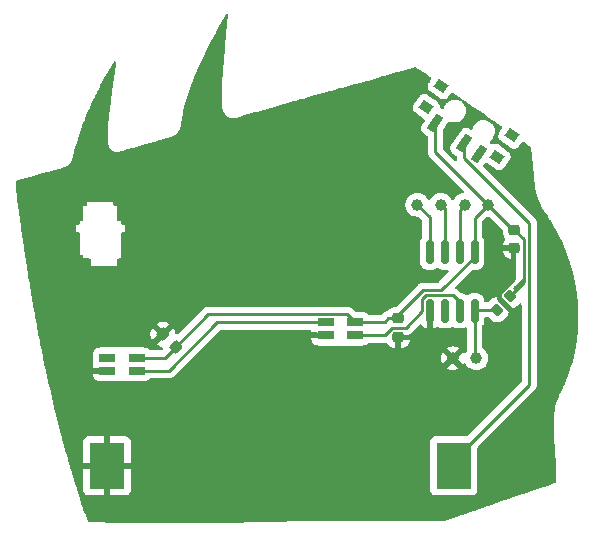
<source format=gbr>
%TF.GenerationSoftware,KiCad,Pcbnew,6.0.2+dfsg-1*%
%TF.CreationDate,2022-10-12T23:29:13+02:00*%
%TF.ProjectId,project_satan,70726f6a-6563-4745-9f73-6174616e2e6b,rev?*%
%TF.SameCoordinates,Original*%
%TF.FileFunction,Copper,L2,Bot*%
%TF.FilePolarity,Positive*%
%FSLAX46Y46*%
G04 Gerber Fmt 4.6, Leading zero omitted, Abs format (unit mm)*
G04 Created by KiCad (PCBNEW 6.0.2+dfsg-1) date 2022-10-12 23:29:13*
%MOMM*%
%LPD*%
G01*
G04 APERTURE LIST*
G04 Aperture macros list*
%AMRoundRect*
0 Rectangle with rounded corners*
0 $1 Rounding radius*
0 $2 $3 $4 $5 $6 $7 $8 $9 X,Y pos of 4 corners*
0 Add a 4 corners polygon primitive as box body*
4,1,4,$2,$3,$4,$5,$6,$7,$8,$9,$2,$3,0*
0 Add four circle primitives for the rounded corners*
1,1,$1+$1,$2,$3*
1,1,$1+$1,$4,$5*
1,1,$1+$1,$6,$7*
1,1,$1+$1,$8,$9*
0 Add four rect primitives between the rounded corners*
20,1,$1+$1,$2,$3,$4,$5,0*
20,1,$1+$1,$4,$5,$6,$7,0*
20,1,$1+$1,$6,$7,$8,$9,0*
20,1,$1+$1,$8,$9,$2,$3,0*%
%AMRotRect*
0 Rectangle, with rotation*
0 The origin of the aperture is its center*
0 $1 length*
0 $2 width*
0 $3 Rotation angle, in degrees counterclockwise*
0 Add horizontal line*
21,1,$1,$2,0,0,$3*%
G04 Aperture macros list end*
%TA.AperFunction,SMDPad,CuDef*%
%ADD10C,1.000000*%
%TD*%
%TA.AperFunction,SMDPad,CuDef*%
%ADD11RoundRect,0.225000X-0.250000X0.225000X-0.250000X-0.225000X0.250000X-0.225000X0.250000X0.225000X0*%
%TD*%
%TA.AperFunction,SMDPad,CuDef*%
%ADD12RoundRect,0.035000X0.665000X0.315000X-0.665000X0.315000X-0.665000X-0.315000X0.665000X-0.315000X0*%
%TD*%
%TA.AperFunction,SMDPad,CuDef*%
%ADD13RotRect,1.000000X0.800000X325.000000*%
%TD*%
%TA.AperFunction,SMDPad,CuDef*%
%ADD14RotRect,0.700000X1.500000X325.000000*%
%TD*%
%TA.AperFunction,SMDPad,CuDef*%
%ADD15RoundRect,0.150000X0.150000X-0.825000X0.150000X0.825000X-0.150000X0.825000X-0.150000X-0.825000X0*%
%TD*%
%TA.AperFunction,SMDPad,CuDef*%
%ADD16RoundRect,0.200000X-0.053033X0.335876X-0.335876X0.053033X0.053033X-0.335876X0.335876X-0.053033X0*%
%TD*%
%TA.AperFunction,SMDPad,CuDef*%
%ADD17RoundRect,0.225000X0.335876X0.017678X0.017678X0.335876X-0.335876X-0.017678X-0.017678X-0.335876X0*%
%TD*%
%TA.AperFunction,SMDPad,CuDef*%
%ADD18R,3.000000X4.000000*%
%TD*%
%TA.AperFunction,Conductor*%
%ADD19C,0.250000*%
%TD*%
G04 APERTURE END LIST*
D10*
%TO.P,TP2,1,1*%
%TO.N,/MISO*%
X98000000Y-52000000D03*
%TD*%
D11*
%TO.P,C1,1*%
%TO.N,+3V3*%
X104225000Y-54100000D03*
%TO.P,C1,2*%
%TO.N,GND*%
X104225000Y-55650000D03*
%TD*%
D12*
%TO.P,D2,1,DOUT*%
%TO.N,unconnected-(D2-Pad1)*%
X69750000Y-64950000D03*
%TO.P,D2,2,VSS*%
%TO.N,GND*%
X69750000Y-66050000D03*
%TO.P,D2,3,DIN*%
%TO.N,Net-(D1-Pad1)*%
X72250000Y-66050000D03*
%TO.P,D2,4,VDD*%
%TO.N,+3V3*%
X72250000Y-64950000D03*
%TD*%
%TO.P,D1,1,DOUT*%
%TO.N,Net-(D1-Pad1)*%
X88250000Y-61950000D03*
%TO.P,D1,2,VSS*%
%TO.N,GND*%
X88250000Y-63050000D03*
%TO.P,D1,3,DIN*%
%TO.N,/LED*%
X90750000Y-63050000D03*
%TO.P,D1,4,VDD*%
%TO.N,+3V3*%
X90750000Y-61950000D03*
%TD*%
D10*
%TO.P,TP3,1,1*%
%TO.N,/CLK*%
X100000000Y-52000000D03*
%TD*%
D11*
%TO.P,C2,1*%
%TO.N,+3V3*%
X94375000Y-61625000D03*
%TO.P,C2,2*%
%TO.N,GND*%
X94375000Y-63175000D03*
%TD*%
D10*
%TO.P,TP6,1,1*%
%TO.N,GND*%
X99000000Y-65000000D03*
%TD*%
D13*
%TO.P,SW1,*%
%TO.N,*%
X104010119Y-46122167D03*
X96762705Y-43745385D03*
X98030309Y-41935059D03*
X102742515Y-47932493D03*
D14*
%TO.P,SW1,1,A*%
%TO.N,+3V3*%
X97536694Y-45080840D03*
%TO.P,SW1,2,B*%
%TO.N,VBAT*%
X99994150Y-46801570D03*
%TO.P,SW1,3,C*%
%TO.N,unconnected-(SW1-Pad3)*%
X101222878Y-47661934D03*
%TD*%
D10*
%TO.P,TP1,1,1*%
%TO.N,/MOSI*%
X96000000Y-52000000D03*
%TD*%
%TO.P,TP5,1,1*%
%TO.N,+3V3*%
X102000000Y-52000000D03*
%TD*%
D15*
%TO.P,U1,1,~{RESET}/PB5*%
%TO.N,/RST*%
X100855000Y-60975000D03*
%TO.P,U1,2,PB3*%
%TO.N,/LED*%
X99585000Y-60975000D03*
%TO.P,U1,3,PB4*%
%TO.N,unconnected-(U1-Pad3)*%
X98315000Y-60975000D03*
%TO.P,U1,4,GND*%
%TO.N,GND*%
X97045000Y-60975000D03*
%TO.P,U1,5,PB0*%
%TO.N,/MOSI*%
X97045000Y-56025000D03*
%TO.P,U1,6,PB1*%
%TO.N,/MISO*%
X98315000Y-56025000D03*
%TO.P,U1,7,PB2*%
%TO.N,/CLK*%
X99585000Y-56025000D03*
%TO.P,U1,8,VCC*%
%TO.N,+3V3*%
X100855000Y-56025000D03*
%TD*%
D16*
%TO.P,R1,1*%
%TO.N,+3V3*%
X103883363Y-59716637D03*
%TO.P,R1,2*%
%TO.N,/RST*%
X102716637Y-60883363D03*
%TD*%
D17*
%TO.P,C4,1*%
%TO.N,+3V3*%
X75548008Y-64048008D03*
%TO.P,C4,2*%
%TO.N,GND*%
X74451992Y-62951992D03*
%TD*%
D18*
%TO.P,BT1,1,+*%
%TO.N,VBAT*%
X99080000Y-74100000D03*
%TO.P,BT1,2,-*%
%TO.N,GND*%
X69720000Y-74100000D03*
%TD*%
D10*
%TO.P,TP4,1,1*%
%TO.N,/RST*%
X101000000Y-65000000D03*
%TD*%
D19*
%TO.N,/LED*%
X96698462Y-59675480D02*
X96420480Y-59953462D01*
X93898342Y-62399520D02*
X93247862Y-63050000D01*
X99585000Y-60260480D02*
X99000000Y-59675480D01*
X96420480Y-61000000D02*
X95020960Y-62399520D01*
X93247862Y-63050000D02*
X90750000Y-63050000D01*
X95020960Y-62399520D02*
X93898342Y-62399520D01*
X99585000Y-60975000D02*
X99585000Y-60260480D01*
X99000000Y-59675480D02*
X96698462Y-59675480D01*
X96420480Y-59953462D02*
X96420480Y-61000000D01*
%TO.N,/MISO*%
X98315000Y-52315000D02*
X98315000Y-56025000D01*
X98000000Y-52000000D02*
X98315000Y-52315000D01*
%TO.N,+3V3*%
X104100000Y-54100000D02*
X102000000Y-52000000D01*
X105024520Y-58575480D02*
X105024520Y-58250480D01*
X100855000Y-56401072D02*
X98030102Y-59225970D01*
X78320536Y-61275480D02*
X90075480Y-61275480D01*
X102000000Y-52000000D02*
X97536694Y-47536694D01*
X100855000Y-54350000D02*
X100855000Y-56401072D01*
X96512254Y-59225970D02*
X94375000Y-61363224D01*
X74646016Y-64950000D02*
X72250000Y-64950000D01*
X93550000Y-61625000D02*
X93225000Y-61950000D01*
X100855000Y-54350000D02*
X100855000Y-53145000D01*
X103975000Y-54350000D02*
X104225000Y-54100000D01*
X103883363Y-59716637D02*
X105024520Y-58575480D01*
X90075480Y-61275480D02*
X90750000Y-61950000D01*
X104225000Y-54100000D02*
X105024520Y-54899520D01*
X100855000Y-53145000D02*
X102000000Y-52000000D01*
X75548008Y-64048008D02*
X74646016Y-64950000D01*
X97536694Y-47536694D02*
X97536694Y-45080840D01*
X75548008Y-64048008D02*
X78320536Y-61275480D01*
X94375000Y-61363224D02*
X94375000Y-61625000D01*
X105024520Y-54899520D02*
X105024520Y-56075480D01*
X90750000Y-61950000D02*
X93225000Y-61950000D01*
X94375000Y-61625000D02*
X93550000Y-61625000D01*
X105024520Y-56075480D02*
X105024520Y-58250480D01*
X105024520Y-58250480D02*
X104200000Y-59075000D01*
X98030102Y-59225970D02*
X96512254Y-59225970D01*
X104225000Y-54100000D02*
X104100000Y-54100000D01*
%TO.N,/CLK*%
X100000000Y-52000000D02*
X99585000Y-52415000D01*
X99585000Y-52415000D02*
X99585000Y-56025000D01*
%TO.N,/MOSI*%
X96000000Y-52000000D02*
X97045000Y-53045000D01*
X97045000Y-53045000D02*
X97045000Y-56025000D01*
%TO.N,Net-(D1-Pad1)*%
X79050000Y-61950000D02*
X74950000Y-66050000D01*
X74950000Y-66050000D02*
X72250000Y-66050000D01*
X88250000Y-61950000D02*
X79050000Y-61950000D01*
%TO.N,/RST*%
X100855000Y-64855000D02*
X101000000Y-65000000D01*
X102716637Y-60883363D02*
X100946637Y-60883363D01*
X100946637Y-60883363D02*
X100855000Y-60975000D01*
X100855000Y-61650000D02*
X100855000Y-64855000D01*
%TO.N,GND*%
X69750000Y-66050000D02*
X67350000Y-66050000D01*
X104100000Y-61700000D02*
X104100000Y-61242099D01*
X88250000Y-63050000D02*
X85750000Y-63050000D01*
X103022967Y-59446340D02*
X103022967Y-59880868D01*
X104225000Y-55650000D02*
X104200000Y-55675000D01*
X102800000Y-59942099D02*
X102800000Y-59100000D01*
X103022967Y-59880868D02*
X104100000Y-60957901D01*
X104100000Y-60957901D02*
X104100000Y-61700000D01*
X104100000Y-61242099D02*
X102800000Y-59942099D01*
X103022967Y-59177033D02*
X103500000Y-58700000D01*
X103022967Y-59446340D02*
X103022967Y-59177033D01*
X104200000Y-58269307D02*
X103022967Y-59446340D01*
X104200000Y-55675000D02*
X104200000Y-58269307D01*
%TO.N,VBAT*%
X99080000Y-73615000D02*
X105474031Y-67220969D01*
X99080000Y-74100000D02*
X99080000Y-73615000D01*
X99994150Y-48044150D02*
X99994150Y-46801570D01*
X105474031Y-67220969D02*
X105474031Y-53524031D01*
X105474031Y-53524031D02*
X99994150Y-48044150D01*
%TD*%
%TA.AperFunction,Conductor*%
%TO.N,GND*%
G36*
X79934702Y-35850650D02*
G01*
X79977842Y-35907037D01*
X79984258Y-35974642D01*
X79966870Y-36071151D01*
X79965277Y-36077715D01*
X79965394Y-36077741D01*
X79964330Y-36082486D01*
X79962900Y-36087143D01*
X79962205Y-36091959D01*
X79958820Y-36115402D01*
X79958123Y-36119699D01*
X79953613Y-36144732D01*
X79953451Y-36149212D01*
X79952972Y-36153668D01*
X79952920Y-36153662D01*
X79952393Y-36159628D01*
X79950586Y-36172434D01*
X79945488Y-36207740D01*
X79945487Y-36208410D01*
X79945424Y-36209002D01*
X79928763Y-36327036D01*
X79928512Y-36328734D01*
X79911985Y-36435307D01*
X79909847Y-36444984D01*
X79909860Y-36444987D01*
X79908874Y-36449754D01*
X79907523Y-36454433D01*
X79906907Y-36459266D01*
X79906907Y-36459268D01*
X79904424Y-36478764D01*
X79903530Y-36484663D01*
X79899816Y-36505775D01*
X79899673Y-36510248D01*
X79899673Y-36510249D01*
X79899616Y-36512041D01*
X79898670Y-36523944D01*
X79896126Y-36543918D01*
X79895239Y-36549781D01*
X79894430Y-36554390D01*
X79893223Y-36559097D01*
X79892755Y-36563934D01*
X79892754Y-36563938D01*
X79890330Y-36588978D01*
X79889907Y-36592753D01*
X79886508Y-36619445D01*
X79886578Y-36623926D01*
X79886329Y-36628401D01*
X79886184Y-36628393D01*
X79885948Y-36634247D01*
X79879194Y-36704020D01*
X79877712Y-36719324D01*
X79877333Y-36722255D01*
X79876683Y-36724942D01*
X79876279Y-36729790D01*
X79873750Y-36760135D01*
X79873599Y-36761810D01*
X79870490Y-36793928D01*
X79870616Y-36796684D01*
X79870451Y-36799720D01*
X79860096Y-36923977D01*
X79859928Y-36925389D01*
X79859583Y-36926863D01*
X79859279Y-36930861D01*
X79859278Y-36930868D01*
X79856755Y-36964039D01*
X79856691Y-36964846D01*
X79853842Y-36999030D01*
X79853931Y-37000531D01*
X79853867Y-37001972D01*
X79852556Y-37019206D01*
X79852520Y-37019663D01*
X79835650Y-37231258D01*
X79835546Y-37232495D01*
X79818577Y-37421779D01*
X79818400Y-37423594D01*
X79818206Y-37425448D01*
X79806917Y-37533386D01*
X79806361Y-37537291D01*
X79805798Y-37539442D01*
X79805306Y-37544272D01*
X79802551Y-37571300D01*
X79802208Y-37574301D01*
X79798598Y-37602905D01*
X79798673Y-37607385D01*
X79798605Y-37608629D01*
X79798143Y-37614547D01*
X79793348Y-37661601D01*
X79792597Y-37667378D01*
X79791562Y-37671721D01*
X79791176Y-37676572D01*
X79788975Y-37704194D01*
X79788724Y-37706961D01*
X79788611Y-37708073D01*
X79785735Y-37736293D01*
X79785916Y-37740733D01*
X79785582Y-37746789D01*
X79776486Y-37860983D01*
X79776206Y-37863469D01*
X79775670Y-37865837D01*
X79775340Y-37870700D01*
X79775339Y-37870704D01*
X79773239Y-37901622D01*
X79773132Y-37903068D01*
X79770527Y-37935775D01*
X79770679Y-37938189D01*
X79770581Y-37940740D01*
X79760518Y-38088879D01*
X79760363Y-38090385D01*
X79760023Y-38091943D01*
X79759770Y-38096142D01*
X79757782Y-38129086D01*
X79757721Y-38130036D01*
X79755414Y-38164000D01*
X79755532Y-38165585D01*
X79755489Y-38167110D01*
X79751980Y-38225268D01*
X79751961Y-38225585D01*
X79736944Y-38464467D01*
X79736872Y-38465536D01*
X79720350Y-38696917D01*
X79720266Y-38698023D01*
X79705163Y-38882418D01*
X79705033Y-38883881D01*
X79704652Y-38887884D01*
X79704448Y-38889450D01*
X79704053Y-38891054D01*
X79703677Y-38895364D01*
X79703676Y-38895373D01*
X79700837Y-38927938D01*
X79700756Y-38928831D01*
X79697524Y-38962801D01*
X79697602Y-38964452D01*
X79697513Y-38966059D01*
X79689455Y-39058479D01*
X79689116Y-39061316D01*
X79688506Y-39063939D01*
X79688146Y-39068793D01*
X79688146Y-39068795D01*
X79685888Y-39099266D01*
X79685757Y-39100898D01*
X79682943Y-39133170D01*
X79683091Y-39135846D01*
X79682960Y-39138766D01*
X79676829Y-39221493D01*
X79671671Y-39291079D01*
X79671484Y-39292796D01*
X79671094Y-39294542D01*
X79669535Y-39318331D01*
X79668683Y-39331332D01*
X79668611Y-39332360D01*
X79666111Y-39366090D01*
X79666233Y-39367868D01*
X79666173Y-39369619D01*
X79654916Y-39541353D01*
X79654797Y-39542528D01*
X79654523Y-39543791D01*
X79654317Y-39547265D01*
X79654316Y-39547272D01*
X79652299Y-39581248D01*
X79652252Y-39582010D01*
X79649985Y-39616585D01*
X79650084Y-39617869D01*
X79650051Y-39619081D01*
X79647196Y-39667157D01*
X79647149Y-39667917D01*
X79634023Y-39868467D01*
X79633852Y-39870758D01*
X79631353Y-39900536D01*
X79621120Y-40022477D01*
X79620678Y-40026834D01*
X79614151Y-40081664D01*
X79612875Y-40089996D01*
X79612357Y-40092758D01*
X79610931Y-40099374D01*
X79606321Y-40118279D01*
X79605519Y-40126524D01*
X79603949Y-40137561D01*
X79602653Y-40144464D01*
X79600448Y-40154105D01*
X79598295Y-40162069D01*
X79596626Y-40168241D01*
X79596094Y-40173073D01*
X79596093Y-40173078D01*
X79594929Y-40183654D01*
X79593528Y-40193081D01*
X79591234Y-40205307D01*
X79591040Y-40209782D01*
X79591040Y-40209783D01*
X79590564Y-40220779D01*
X79589926Y-40229105D01*
X79581562Y-40305091D01*
X79581522Y-40305452D01*
X79580662Y-40311712D01*
X79579538Y-40316291D01*
X79579118Y-40321150D01*
X79576767Y-40348332D01*
X79576483Y-40351223D01*
X79573297Y-40380166D01*
X79573443Y-40384639D01*
X79573411Y-40385463D01*
X79573036Y-40391459D01*
X79563095Y-40506407D01*
X79562766Y-40509168D01*
X79562174Y-40511717D01*
X79561817Y-40516562D01*
X79561816Y-40516566D01*
X79559561Y-40547143D01*
X79559433Y-40548730D01*
X79557018Y-40576656D01*
X79557018Y-40576668D01*
X79556633Y-40581118D01*
X79556779Y-40583731D01*
X79556653Y-40586571D01*
X79550769Y-40666371D01*
X79550765Y-40666421D01*
X79550697Y-40667294D01*
X79532172Y-40896753D01*
X79531944Y-40899270D01*
X79526653Y-40951677D01*
X79511989Y-41096939D01*
X79510429Y-41112389D01*
X79510067Y-41115560D01*
X79492476Y-41254160D01*
X79489729Y-41275805D01*
X79489088Y-41280225D01*
X79488215Y-41285577D01*
X79485576Y-41297864D01*
X79483566Y-41305375D01*
X79483047Y-41310209D01*
X79483046Y-41310212D01*
X79482553Y-41314798D01*
X79481485Y-41324747D01*
X79481188Y-41327507D01*
X79480266Y-41334326D01*
X79477904Y-41348807D01*
X79477903Y-41348823D01*
X79477182Y-41353242D01*
X79477095Y-41357730D01*
X79477095Y-41357731D01*
X79477016Y-41361805D01*
X79476319Y-41372824D01*
X79470076Y-41430924D01*
X79467969Y-41444010D01*
X79466699Y-41449899D01*
X79465946Y-41462885D01*
X79465310Y-41473862D01*
X79464800Y-41480030D01*
X79463894Y-41488469D01*
X79462568Y-41500805D01*
X79462726Y-41505293D01*
X79462726Y-41505294D01*
X79462807Y-41507609D01*
X79462674Y-41519328D01*
X79455062Y-41650650D01*
X79454592Y-41656104D01*
X79453778Y-41660313D01*
X79453600Y-41665170D01*
X79453599Y-41665175D01*
X79452573Y-41693106D01*
X79452447Y-41695769D01*
X79450981Y-41721060D01*
X79450722Y-41725534D01*
X79451082Y-41729793D01*
X79451015Y-41735510D01*
X79444209Y-41920737D01*
X79443991Y-41923932D01*
X79443475Y-41926818D01*
X79443366Y-41931676D01*
X79443365Y-41931682D01*
X79442685Y-41961883D01*
X79442632Y-41963671D01*
X79441458Y-41995627D01*
X79441766Y-41998539D01*
X79441786Y-42001797D01*
X79439916Y-42084801D01*
X79436723Y-42226496D01*
X79436577Y-42229163D01*
X79436159Y-42231678D01*
X79436109Y-42236540D01*
X79436109Y-42236543D01*
X79435795Y-42267269D01*
X79435770Y-42268816D01*
X79435529Y-42279541D01*
X79435035Y-42301467D01*
X79435339Y-42303997D01*
X79435392Y-42306747D01*
X79434799Y-42364862D01*
X79433069Y-42534265D01*
X79433011Y-42539924D01*
X79432868Y-42543402D01*
X79432402Y-42546495D01*
X79432426Y-42551364D01*
X79432426Y-42551366D01*
X79432574Y-42581283D01*
X79432569Y-42583192D01*
X79432366Y-42603125D01*
X79432246Y-42614845D01*
X79432657Y-42617936D01*
X79432774Y-42621491D01*
X79434396Y-42949060D01*
X79434470Y-42964017D01*
X79434358Y-42969996D01*
X79434172Y-42974374D01*
X79433590Y-42979209D01*
X79433759Y-42984071D01*
X79433759Y-42984074D01*
X79434638Y-43009355D01*
X79434712Y-43013107D01*
X79434765Y-43023788D01*
X79434846Y-43040098D01*
X79435504Y-43044536D01*
X79435845Y-43049010D01*
X79435691Y-43049022D01*
X79436218Y-43054774D01*
X79445350Y-43317363D01*
X79445168Y-43329791D01*
X79444648Y-43337912D01*
X79446155Y-43354519D01*
X79446628Y-43359739D01*
X79447067Y-43366740D01*
X79447721Y-43385535D01*
X79448509Y-43389941D01*
X79449293Y-43394326D01*
X79450745Y-43405118D01*
X79460826Y-43516220D01*
X79469463Y-43611410D01*
X79469782Y-43614930D01*
X79470219Y-43621881D01*
X79471001Y-43644109D01*
X79471918Y-43648886D01*
X79472532Y-43652087D01*
X79474276Y-43664458D01*
X79474729Y-43669453D01*
X79475764Y-43673819D01*
X79480075Y-43692007D01*
X79481214Y-43697319D01*
X79502131Y-43806303D01*
X79502396Y-43808434D01*
X79502208Y-43810644D01*
X79503404Y-43816555D01*
X79516829Y-43882910D01*
X79517072Y-43884145D01*
X79519452Y-43896543D01*
X79522570Y-43912789D01*
X79523186Y-43914579D01*
X79523287Y-43915008D01*
X79523412Y-43915448D01*
X79524380Y-43920230D01*
X79535037Y-43949059D01*
X79535938Y-43951579D01*
X79557975Y-44015525D01*
X79560709Y-44019384D01*
X79562751Y-44024031D01*
X79564452Y-44028632D01*
X79568876Y-44040598D01*
X79573919Y-44060261D01*
X79575084Y-44064161D01*
X79576409Y-44073038D01*
X79580172Y-44081188D01*
X79580173Y-44081190D01*
X79596687Y-44116952D01*
X79600477Y-44126084D01*
X79604312Y-44136458D01*
X79606444Y-44140395D01*
X79606445Y-44140397D01*
X79611794Y-44150275D01*
X79615385Y-44157441D01*
X79623282Y-44174544D01*
X79625984Y-44178605D01*
X79629005Y-44183145D01*
X79634902Y-44192944D01*
X79651784Y-44224119D01*
X79651786Y-44224122D01*
X79656059Y-44232012D01*
X79662375Y-44238386D01*
X79662376Y-44238387D01*
X79664045Y-44240071D01*
X79679447Y-44258963D01*
X79679952Y-44259722D01*
X79686555Y-44272370D01*
X79686587Y-44272352D01*
X79691027Y-44280151D01*
X79694317Y-44288505D01*
X79711148Y-44310203D01*
X79725137Y-44328238D01*
X79730479Y-44335667D01*
X79737601Y-44346372D01*
X79740587Y-44349714D01*
X79740589Y-44349716D01*
X79746821Y-44356691D01*
X79752422Y-44363415D01*
X79757970Y-44370566D01*
X79762844Y-44376849D01*
X79771385Y-44384911D01*
X79771694Y-44385203D01*
X79779152Y-44392866D01*
X79810010Y-44427397D01*
X79818054Y-44432407D01*
X79837938Y-44447737D01*
X79857384Y-44466095D01*
X79861119Y-44469771D01*
X79879801Y-44488946D01*
X79883702Y-44491875D01*
X79885809Y-44493727D01*
X79887430Y-44495093D01*
X79887522Y-44494981D01*
X79890988Y-44497816D01*
X79894251Y-44500896D01*
X79897915Y-44503481D01*
X79897924Y-44503488D01*
X79910156Y-44512117D01*
X79921665Y-44521288D01*
X79925935Y-44525119D01*
X79931694Y-44531994D01*
X79939153Y-44536977D01*
X79939157Y-44536981D01*
X79978321Y-44563147D01*
X79983969Y-44567149D01*
X79998605Y-44578137D01*
X80002531Y-44580291D01*
X80002533Y-44580292D01*
X80005815Y-44582092D01*
X80015200Y-44587786D01*
X80024660Y-44594106D01*
X80029070Y-44596153D01*
X80029072Y-44596154D01*
X80040689Y-44601546D01*
X80048239Y-44605364D01*
X80093878Y-44630399D01*
X80102539Y-44632311D01*
X80119358Y-44640106D01*
X80145029Y-44654414D01*
X80159200Y-44657642D01*
X80194846Y-44665762D01*
X80203168Y-44667959D01*
X80243493Y-44680094D01*
X80243498Y-44680095D01*
X80252086Y-44682679D01*
X80295150Y-44683015D01*
X80316222Y-44685938D01*
X80316248Y-44685735D01*
X80325160Y-44686859D01*
X80333814Y-44689233D01*
X80379666Y-44688464D01*
X80390530Y-44688751D01*
X80394674Y-44689040D01*
X80394684Y-44689040D01*
X80399150Y-44689351D01*
X80407385Y-44688751D01*
X80417271Y-44688031D01*
X80424313Y-44687716D01*
X80440736Y-44687441D01*
X80440741Y-44687440D01*
X80445604Y-44687359D01*
X80450398Y-44686530D01*
X80450400Y-44686530D01*
X80453401Y-44686011D01*
X80465709Y-44684502D01*
X80507529Y-44681455D01*
X80515939Y-44678316D01*
X80515944Y-44678315D01*
X80520499Y-44676615D01*
X80543088Y-44670503D01*
X80568523Y-44666105D01*
X80575666Y-44665080D01*
X80597078Y-44662633D01*
X80605547Y-44660305D01*
X80617457Y-44657644D01*
X80623085Y-44656671D01*
X80627347Y-44655290D01*
X80627349Y-44655289D01*
X80644479Y-44649736D01*
X80649935Y-44648103D01*
X80751380Y-44620217D01*
X80757241Y-44618978D01*
X80757196Y-44618777D01*
X80761942Y-44617706D01*
X80766759Y-44617004D01*
X80795262Y-44608214D01*
X80798965Y-44607135D01*
X80820370Y-44601251D01*
X80820375Y-44601249D01*
X80824701Y-44600060D01*
X80828819Y-44598268D01*
X80833037Y-44596778D01*
X80833080Y-44596900D01*
X80838698Y-44594819D01*
X80991794Y-44547607D01*
X80992752Y-44547349D01*
X80993836Y-44547185D01*
X81030181Y-44535769D01*
X81030293Y-44535734D01*
X81063923Y-44525363D01*
X81064918Y-44524892D01*
X81065863Y-44524561D01*
X81135017Y-44502840D01*
X81135602Y-44502658D01*
X81352724Y-44435620D01*
X81353401Y-44435413D01*
X81364224Y-44432138D01*
X81636007Y-44349893D01*
X81636376Y-44349782D01*
X81646991Y-44346612D01*
X81785302Y-44305305D01*
X81953531Y-44255063D01*
X81953932Y-44254944D01*
X82274645Y-44160319D01*
X82274971Y-44160224D01*
X82401320Y-44123315D01*
X82401389Y-44123295D01*
X82669005Y-44045285D01*
X82669121Y-44045256D01*
X82669250Y-44045239D01*
X82669611Y-44045133D01*
X82669621Y-44045131D01*
X82706276Y-44034420D01*
X82706355Y-44034397D01*
X82741948Y-44024022D01*
X82742073Y-44023965D01*
X82742186Y-44023928D01*
X82930204Y-43968991D01*
X82976692Y-43955408D01*
X82976788Y-43955384D01*
X82976926Y-43955366D01*
X83014740Y-43944291D01*
X83049608Y-43934103D01*
X83049740Y-43934043D01*
X83049814Y-43934018D01*
X83258032Y-43873036D01*
X83258164Y-43873002D01*
X83258355Y-43872977D01*
X83258896Y-43872818D01*
X83258900Y-43872817D01*
X83295472Y-43862070D01*
X83295474Y-43862077D01*
X83295568Y-43862042D01*
X83330896Y-43851695D01*
X83331076Y-43851614D01*
X83331216Y-43851567D01*
X83450362Y-43816555D01*
X83484914Y-43806402D01*
X83485105Y-43806354D01*
X83485363Y-43806319D01*
X83523253Y-43795136D01*
X83523407Y-43795136D01*
X83523395Y-43795094D01*
X83557055Y-43785203D01*
X83557062Y-43785201D01*
X83557738Y-43785002D01*
X83557957Y-43784902D01*
X83558164Y-43784833D01*
X83602813Y-43771655D01*
X83602817Y-43771669D01*
X83603019Y-43771594D01*
X83885540Y-43688752D01*
X84153640Y-43611478D01*
X84154104Y-43611345D01*
X84386588Y-43545624D01*
X84387333Y-43545416D01*
X84450292Y-43528141D01*
X84560528Y-43497894D01*
X84562752Y-43497305D01*
X84622269Y-43482138D01*
X84624349Y-43481682D01*
X84626483Y-43481456D01*
X84661681Y-43472099D01*
X84662837Y-43471799D01*
X84690670Y-43464707D01*
X84690676Y-43464705D01*
X84695024Y-43463597D01*
X84697008Y-43462777D01*
X84699087Y-43462156D01*
X84707512Y-43459917D01*
X84711270Y-43459039D01*
X84714624Y-43458629D01*
X84747800Y-43449223D01*
X84749595Y-43448730D01*
X84779899Y-43440675D01*
X84782993Y-43439359D01*
X84786775Y-43438175D01*
X84864138Y-43416242D01*
X84865393Y-43415934D01*
X84866770Y-43415756D01*
X84870335Y-43414720D01*
X84870346Y-43414717D01*
X84902741Y-43405300D01*
X84903545Y-43405069D01*
X84933088Y-43396694D01*
X84933089Y-43396694D01*
X84936633Y-43395689D01*
X84937903Y-43395124D01*
X84939156Y-43394716D01*
X84970741Y-43385535D01*
X85058042Y-43360159D01*
X85058690Y-43359996D01*
X85059465Y-43359893D01*
X85061557Y-43359276D01*
X85061579Y-43359271D01*
X85096359Y-43349022D01*
X85096802Y-43348892D01*
X85130655Y-43339052D01*
X85131371Y-43338728D01*
X85132012Y-43338515D01*
X85177474Y-43325119D01*
X85368287Y-43269320D01*
X85415540Y-43255502D01*
X85416136Y-43255329D01*
X85651346Y-43187803D01*
X85660706Y-43185116D01*
X85661363Y-43184930D01*
X85865748Y-43127495D01*
X85866436Y-43127303D01*
X85893522Y-43119857D01*
X85893682Y-43119813D01*
X86066100Y-43072658D01*
X86066109Y-43072656D01*
X86305148Y-43007300D01*
X86305154Y-43007298D01*
X86581869Y-42931657D01*
X86581874Y-42931656D01*
X86680183Y-42904787D01*
X86680522Y-42904708D01*
X86680909Y-42904664D01*
X86682001Y-42904363D01*
X86682007Y-42904362D01*
X86718567Y-42894297D01*
X86718790Y-42894236D01*
X86738174Y-42888938D01*
X86753343Y-42884792D01*
X86753703Y-42884636D01*
X86754038Y-42884531D01*
X86962011Y-42827275D01*
X86962495Y-42827161D01*
X86963063Y-42827094D01*
X87000258Y-42816745D01*
X87035031Y-42807172D01*
X87035564Y-42806940D01*
X87036044Y-42806789D01*
X87269906Y-42741721D01*
X87270361Y-42741612D01*
X87270915Y-42741546D01*
X87308602Y-42730955D01*
X87341384Y-42721834D01*
X87341393Y-42721831D01*
X87342885Y-42721416D01*
X87343389Y-42721195D01*
X87343828Y-42721055D01*
X87553566Y-42662110D01*
X87554034Y-42661998D01*
X87554602Y-42661928D01*
X87556175Y-42661481D01*
X87556189Y-42661478D01*
X87591686Y-42651399D01*
X87592013Y-42651306D01*
X87624895Y-42642065D01*
X87624904Y-42642062D01*
X87626470Y-42641622D01*
X87626994Y-42641391D01*
X87627482Y-42641234D01*
X87697697Y-42621296D01*
X87697886Y-42621242D01*
X87905223Y-42562717D01*
X87905928Y-42562521D01*
X88082885Y-42513679D01*
X88084017Y-42513372D01*
X88192891Y-42484409D01*
X88196877Y-42483526D01*
X88198214Y-42483393D01*
X88232509Y-42474515D01*
X88234056Y-42474126D01*
X88261046Y-42467522D01*
X88261057Y-42467518D01*
X88265411Y-42466453D01*
X88267958Y-42465429D01*
X88270840Y-42464593D01*
X88279582Y-42462330D01*
X88282345Y-42461709D01*
X88285011Y-42461410D01*
X88289708Y-42460129D01*
X88289719Y-42460127D01*
X88319241Y-42452076D01*
X88320814Y-42451658D01*
X88347811Y-42444670D01*
X88347824Y-42444665D01*
X88352157Y-42443544D01*
X88354618Y-42442516D01*
X88357411Y-42441667D01*
X88443463Y-42418201D01*
X88444272Y-42418011D01*
X88445198Y-42417903D01*
X88482028Y-42407684D01*
X88495822Y-42403922D01*
X88513858Y-42399004D01*
X88513864Y-42399002D01*
X88516358Y-42398322D01*
X88517217Y-42397950D01*
X88518023Y-42397697D01*
X88593940Y-42376633D01*
X88662626Y-42357576D01*
X88663097Y-42357464D01*
X88663676Y-42357395D01*
X88665273Y-42356947D01*
X88665278Y-42356946D01*
X88700777Y-42346991D01*
X88701112Y-42346898D01*
X88733971Y-42337781D01*
X88733973Y-42337780D01*
X88735589Y-42337332D01*
X88736125Y-42337097D01*
X88736616Y-42336941D01*
X88921602Y-42285068D01*
X88921956Y-42284983D01*
X88922367Y-42284933D01*
X88960160Y-42274255D01*
X88994616Y-42264593D01*
X88994993Y-42264426D01*
X88995331Y-42264318D01*
X89109294Y-42232120D01*
X89109366Y-42232102D01*
X89109434Y-42232094D01*
X89109632Y-42232038D01*
X89109636Y-42232037D01*
X89147186Y-42221414D01*
X89147225Y-42221403D01*
X89182451Y-42211450D01*
X89182514Y-42211422D01*
X89182584Y-42211400D01*
X89401212Y-42149547D01*
X89409455Y-42147215D01*
X89433897Y-42140334D01*
X89648514Y-42079914D01*
X89648726Y-42079854D01*
X89670847Y-42073668D01*
X89883644Y-42014161D01*
X90131386Y-41945379D01*
X90131583Y-41945325D01*
X90409441Y-41868668D01*
X90409585Y-41868628D01*
X90735825Y-41779039D01*
X90735918Y-41779014D01*
X91125382Y-41672381D01*
X91480464Y-41575313D01*
X91481215Y-41575137D01*
X91482089Y-41575035D01*
X91486772Y-41573734D01*
X91518853Y-41564820D01*
X91519361Y-41564680D01*
X91551012Y-41556028D01*
X91551011Y-41556028D01*
X91553368Y-41555384D01*
X91554175Y-41555034D01*
X91554933Y-41554796D01*
X91749816Y-41500649D01*
X91750881Y-41500394D01*
X91752073Y-41500247D01*
X91762319Y-41497337D01*
X91788220Y-41489981D01*
X91788914Y-41489786D01*
X91819349Y-41481330D01*
X91819365Y-41481325D01*
X91822496Y-41480455D01*
X91823600Y-41479971D01*
X91824660Y-41479632D01*
X92052802Y-41414838D01*
X92053849Y-41414581D01*
X92055022Y-41414430D01*
X92058118Y-41413532D01*
X92058130Y-41413529D01*
X92091459Y-41403861D01*
X92092141Y-41403665D01*
X92122337Y-41395090D01*
X92122353Y-41395085D01*
X92125391Y-41394222D01*
X92126459Y-41393747D01*
X92127491Y-41393410D01*
X92325933Y-41335850D01*
X92326727Y-41335651D01*
X92327633Y-41335530D01*
X92364325Y-41324714D01*
X92364738Y-41324594D01*
X92397162Y-41315189D01*
X92398510Y-41314798D01*
X92398947Y-41314600D01*
X92399533Y-41314407D01*
X92610150Y-41252991D01*
X92610775Y-41252811D01*
X92845468Y-41185686D01*
X92846205Y-41185477D01*
X93030078Y-41134095D01*
X93031539Y-41133748D01*
X93032114Y-41133681D01*
X93040689Y-41131298D01*
X93068687Y-41123518D01*
X93069304Y-41123349D01*
X93100103Y-41114959D01*
X93100133Y-41114950D01*
X93102947Y-41114183D01*
X93103935Y-41113756D01*
X93104866Y-41113464D01*
X93189600Y-41089916D01*
X93190757Y-41089639D01*
X93192050Y-41089479D01*
X93228394Y-41079137D01*
X93229061Y-41078950D01*
X93258886Y-41070662D01*
X93258895Y-41070659D01*
X93262242Y-41069729D01*
X93263434Y-41069206D01*
X93264567Y-41068843D01*
X93415326Y-41025943D01*
X93415929Y-41025796D01*
X93416673Y-41025701D01*
X93453770Y-41015004D01*
X93454085Y-41014914D01*
X93460484Y-41013093D01*
X93488073Y-41005242D01*
X93488749Y-41004940D01*
X93489370Y-41004738D01*
X93676035Y-40950913D01*
X93676591Y-40950775D01*
X93677240Y-40950690D01*
X93714378Y-40939856D01*
X93748766Y-40929940D01*
X93749367Y-40929669D01*
X93749916Y-40929489D01*
X93812948Y-40911101D01*
X93938546Y-40874461D01*
X93938603Y-40874447D01*
X93938693Y-40874435D01*
X93978519Y-40862800D01*
X94002734Y-40855736D01*
X94011280Y-40853243D01*
X94011285Y-40853241D01*
X94011509Y-40853176D01*
X94011583Y-40853143D01*
X94011640Y-40853124D01*
X94013304Y-40852638D01*
X94216605Y-40793243D01*
X94216875Y-40793165D01*
X94424657Y-40733103D01*
X94425148Y-40732962D01*
X94579030Y-40689156D01*
X94580296Y-40688802D01*
X94596469Y-40684380D01*
X94628206Y-40675702D01*
X94629601Y-40675377D01*
X94630403Y-40675286D01*
X94639637Y-40672754D01*
X94659510Y-40667305D01*
X94663126Y-40666371D01*
X94689420Y-40659993D01*
X94693585Y-40658328D01*
X94697855Y-40656965D01*
X94697902Y-40657113D01*
X94703389Y-40655272D01*
X94706323Y-40654468D01*
X94709564Y-40653688D01*
X94712571Y-40653301D01*
X94717229Y-40651950D01*
X94717242Y-40651947D01*
X94746153Y-40643559D01*
X94747942Y-40643054D01*
X94774245Y-40635842D01*
X94774248Y-40635841D01*
X94778573Y-40634655D01*
X94781345Y-40633451D01*
X94784605Y-40632405D01*
X94862410Y-40609835D01*
X94863347Y-40609599D01*
X94864404Y-40609458D01*
X94900882Y-40598675D01*
X94901344Y-40598540D01*
X94912470Y-40595312D01*
X94934915Y-40588801D01*
X94935892Y-40588359D01*
X94936811Y-40588054D01*
X95031323Y-40560116D01*
X95067308Y-40549479D01*
X95067932Y-40549319D01*
X95068644Y-40549222D01*
X95070590Y-40548640D01*
X95070600Y-40548637D01*
X95105779Y-40538107D01*
X95105836Y-40538090D01*
X95139882Y-40528026D01*
X95140535Y-40527727D01*
X95141131Y-40527526D01*
X95303388Y-40478961D01*
X95303680Y-40478885D01*
X95304031Y-40478837D01*
X95317945Y-40474647D01*
X95341253Y-40467628D01*
X95341458Y-40467566D01*
X95351101Y-40464680D01*
X95353158Y-40464084D01*
X95588542Y-40397975D01*
X95593548Y-40396679D01*
X95765371Y-40355976D01*
X95784021Y-40351558D01*
X95791541Y-40350017D01*
X95799985Y-40348553D01*
X95870521Y-40356624D01*
X95883243Y-40362861D01*
X95896901Y-40370539D01*
X95900181Y-40372450D01*
X95991053Y-40427230D01*
X96063401Y-40470843D01*
X96068747Y-40474066D01*
X96070598Y-40475204D01*
X96267695Y-40598703D01*
X96269150Y-40599628D01*
X96471135Y-40730074D01*
X96472670Y-40731082D01*
X96657431Y-40854256D01*
X96659539Y-40855693D01*
X96802110Y-40955097D01*
X96806506Y-40958308D01*
X96819204Y-40968013D01*
X96870549Y-41007258D01*
X96884846Y-41020022D01*
X96895104Y-41030689D01*
X96898980Y-41033639D01*
X96898986Y-41033644D01*
X96899836Y-41034291D01*
X96905334Y-41038955D01*
X96905338Y-41038950D01*
X96908802Y-41041782D01*
X96912063Y-41044860D01*
X96915724Y-41047442D01*
X96932937Y-41059583D01*
X96936618Y-41062281D01*
X96944740Y-41068462D01*
X96950082Y-41073048D01*
X96950137Y-41072982D01*
X96953884Y-41076083D01*
X96957384Y-41079467D01*
X96961360Y-41082270D01*
X96980301Y-41095625D01*
X96983994Y-41098331D01*
X96993347Y-41105448D01*
X97003857Y-41113446D01*
X97007768Y-41115625D01*
X97011528Y-41118085D01*
X97011521Y-41118095D01*
X97017501Y-41121854D01*
X97069876Y-41158781D01*
X97074373Y-41161952D01*
X97076031Y-41163207D01*
X97077546Y-41164642D01*
X97081546Y-41167403D01*
X97081550Y-41167406D01*
X97107528Y-41185335D01*
X97108440Y-41185971D01*
X97135762Y-41205235D01*
X97137620Y-41206183D01*
X97139398Y-41207332D01*
X97149149Y-41214062D01*
X97193851Y-41269218D01*
X97201637Y-41339787D01*
X97180791Y-41390031D01*
X97038392Y-41593397D01*
X96960801Y-41704209D01*
X96947155Y-41723697D01*
X96945509Y-41726691D01*
X96925546Y-41763004D01*
X96917022Y-41778508D01*
X96880676Y-41919558D01*
X96882043Y-41961883D01*
X96884480Y-42037324D01*
X96885378Y-42065140D01*
X96930751Y-42203550D01*
X97013148Y-42323662D01*
X97019090Y-42328864D01*
X97019092Y-42328866D01*
X97055103Y-42360391D01*
X97060210Y-42364862D01*
X97062987Y-42366806D01*
X97062994Y-42366812D01*
X97952016Y-42989311D01*
X97958220Y-42993655D01*
X97961214Y-42995301D01*
X97993603Y-43013107D01*
X98013031Y-43023788D01*
X98154081Y-43060134D01*
X98223435Y-43057894D01*
X98290690Y-43055722D01*
X98290692Y-43055722D01*
X98299662Y-43055432D01*
X98438072Y-43010059D01*
X98494155Y-42971587D01*
X98551672Y-42932131D01*
X98551673Y-42932130D01*
X98558185Y-42927663D01*
X98564074Y-42920937D01*
X98597145Y-42883160D01*
X98597147Y-42883157D01*
X98599385Y-42880601D01*
X98601329Y-42877824D01*
X98601335Y-42877817D01*
X98819145Y-42566751D01*
X98841893Y-42534265D01*
X98897349Y-42489937D01*
X98967968Y-42482628D01*
X99015831Y-42502259D01*
X99117426Y-42571166D01*
X99117980Y-42571544D01*
X99303950Y-42699129D01*
X99304728Y-42699666D01*
X99324044Y-42713132D01*
X99442181Y-42795492D01*
X99443833Y-42796665D01*
X99477096Y-42820715D01*
X99493655Y-42832688D01*
X99496315Y-42834665D01*
X99515870Y-42849603D01*
X99519735Y-42852679D01*
X99538174Y-42867959D01*
X99542000Y-42870303D01*
X99545285Y-42872653D01*
X99552379Y-42878118D01*
X99553621Y-42879147D01*
X99557118Y-42882533D01*
X99579723Y-42898493D01*
X99583521Y-42901284D01*
X99599497Y-42913489D01*
X99599508Y-42913497D01*
X99603063Y-42916212D01*
X99606970Y-42918398D01*
X99610271Y-42920566D01*
X99616899Y-42924744D01*
X99674134Y-42965157D01*
X99675852Y-42966458D01*
X99677414Y-42967939D01*
X99707450Y-42988686D01*
X99708263Y-42989255D01*
X99711913Y-42991832D01*
X99756025Y-43047458D01*
X99763061Y-43118105D01*
X99730785Y-43181341D01*
X99669444Y-43217089D01*
X99598515Y-43213998D01*
X99589202Y-43210399D01*
X99457727Y-43153505D01*
X99457723Y-43153504D01*
X99451868Y-43150970D01*
X99445621Y-43149665D01*
X99445618Y-43149664D01*
X99265995Y-43112139D01*
X99265990Y-43112138D01*
X99261259Y-43111150D01*
X99254867Y-43110815D01*
X99111889Y-43110815D01*
X99042601Y-43117853D01*
X98973174Y-43124905D01*
X98973173Y-43124905D01*
X98966825Y-43125550D01*
X98930690Y-43136874D01*
X98787101Y-43181871D01*
X98787096Y-43181873D01*
X98781011Y-43183780D01*
X98732990Y-43210399D01*
X98616281Y-43275092D01*
X98616278Y-43275094D01*
X98610702Y-43278185D01*
X98605861Y-43282334D01*
X98605857Y-43282337D01*
X98478944Y-43391115D01*
X98462854Y-43404906D01*
X98458943Y-43409948D01*
X98458942Y-43409949D01*
X98403461Y-43481475D01*
X98343506Y-43558768D01*
X98340690Y-43564491D01*
X98340688Y-43564494D01*
X98274751Y-43698496D01*
X98257534Y-43733486D01*
X98255925Y-43739662D01*
X98255923Y-43739668D01*
X98233673Y-43825090D01*
X98197146Y-43885970D01*
X98133504Y-43917436D01*
X98062952Y-43909500D01*
X98039472Y-43896543D01*
X97965509Y-43844754D01*
X97921180Y-43789297D01*
X97911845Y-43745609D01*
X97907926Y-43624276D01*
X97907926Y-43624274D01*
X97907636Y-43615304D01*
X97862263Y-43476894D01*
X97779866Y-43356782D01*
X97770854Y-43348892D01*
X97735363Y-43317822D01*
X97735360Y-43317820D01*
X97732804Y-43315582D01*
X97730027Y-43313638D01*
X97730020Y-43313632D01*
X96837592Y-42688748D01*
X96837590Y-42688747D01*
X96834794Y-42686789D01*
X96789909Y-42662113D01*
X96786910Y-42660464D01*
X96786909Y-42660463D01*
X96779983Y-42656656D01*
X96638933Y-42620310D01*
X96571178Y-42622498D01*
X96502324Y-42624722D01*
X96502322Y-42624722D01*
X96493352Y-42625012D01*
X96354942Y-42670385D01*
X96347541Y-42675462D01*
X96266518Y-42731043D01*
X96234829Y-42752781D01*
X96229627Y-42758723D01*
X96229625Y-42758725D01*
X96202352Y-42789879D01*
X96193629Y-42799843D01*
X96191685Y-42802620D01*
X96191679Y-42802627D01*
X95722529Y-43472644D01*
X95679551Y-43534023D01*
X95677905Y-43537017D01*
X95662185Y-43565612D01*
X95649418Y-43588834D01*
X95613072Y-43729884D01*
X95614073Y-43760886D01*
X95617351Y-43862356D01*
X95617774Y-43875466D01*
X95663147Y-44013876D01*
X95745544Y-44133988D01*
X95751486Y-44139190D01*
X95751488Y-44139192D01*
X95783814Y-44167491D01*
X95792606Y-44175188D01*
X95795383Y-44177132D01*
X95795390Y-44177138D01*
X96581969Y-44727906D01*
X96626297Y-44783363D01*
X96633606Y-44853982D01*
X96612911Y-44903389D01*
X96532554Y-45018151D01*
X96399883Y-45207626D01*
X96375661Y-45242218D01*
X96374015Y-45245212D01*
X96363371Y-45264574D01*
X96345528Y-45297029D01*
X96309182Y-45438079D01*
X96313885Y-45583660D01*
X96316681Y-45592189D01*
X96316681Y-45592190D01*
X96348732Y-45689962D01*
X96359257Y-45722070D01*
X96441654Y-45842183D01*
X96488716Y-45883383D01*
X96491493Y-45885327D01*
X96491500Y-45885333D01*
X96649467Y-45995942D01*
X96849466Y-46135983D01*
X96893793Y-46191439D01*
X96903194Y-46239195D01*
X96903194Y-47457927D01*
X96902667Y-47469110D01*
X96900992Y-47476603D01*
X96901241Y-47484529D01*
X96901241Y-47484530D01*
X96903132Y-47544680D01*
X96903194Y-47548639D01*
X96903194Y-47576550D01*
X96903691Y-47580484D01*
X96903691Y-47580485D01*
X96903699Y-47580550D01*
X96904632Y-47592387D01*
X96906021Y-47636583D01*
X96908389Y-47644733D01*
X96911672Y-47656033D01*
X96915681Y-47675394D01*
X96918220Y-47695491D01*
X96921139Y-47702862D01*
X96921139Y-47702864D01*
X96934498Y-47736606D01*
X96938343Y-47747836D01*
X96950676Y-47790287D01*
X96954709Y-47797106D01*
X96954711Y-47797111D01*
X96960987Y-47807722D01*
X96969682Y-47825470D01*
X96977142Y-47844311D01*
X96981804Y-47850727D01*
X96981804Y-47850728D01*
X97003130Y-47880081D01*
X97009646Y-47890001D01*
X97024228Y-47914657D01*
X97032152Y-47928056D01*
X97046473Y-47942377D01*
X97059313Y-47957410D01*
X97071222Y-47973801D01*
X97093204Y-47991986D01*
X97105299Y-48001992D01*
X97114078Y-48009982D01*
X99893564Y-50789468D01*
X99927590Y-50851780D01*
X99922525Y-50922595D01*
X99879978Y-50979431D01*
X99822072Y-51001671D01*
X99822298Y-51002858D01*
X99816250Y-51004011D01*
X99810112Y-51004570D01*
X99804206Y-51006308D01*
X99804202Y-51006309D01*
X99699076Y-51037249D01*
X99620381Y-51060410D01*
X99614923Y-51063263D01*
X99614919Y-51063265D01*
X99524147Y-51110720D01*
X99445110Y-51152040D01*
X99290975Y-51275968D01*
X99163846Y-51427474D01*
X99160879Y-51432872D01*
X99160875Y-51432877D01*
X99110382Y-51524725D01*
X99060036Y-51574783D01*
X98990620Y-51589677D01*
X98924170Y-51564676D01*
X98888715Y-51523177D01*
X98863726Y-51476179D01*
X98844066Y-51439204D01*
X98773709Y-51352938D01*
X98722960Y-51290713D01*
X98722957Y-51290710D01*
X98719065Y-51285938D01*
X98708679Y-51277346D01*
X98571425Y-51163799D01*
X98571421Y-51163797D01*
X98566675Y-51159870D01*
X98392701Y-51065802D01*
X98203768Y-51007318D01*
X98197643Y-51006674D01*
X98197642Y-51006674D01*
X98013204Y-50987289D01*
X98013202Y-50987289D01*
X98007075Y-50986645D01*
X97924576Y-50994153D01*
X97816251Y-51004011D01*
X97816248Y-51004012D01*
X97810112Y-51004570D01*
X97804206Y-51006308D01*
X97804202Y-51006309D01*
X97699076Y-51037249D01*
X97620381Y-51060410D01*
X97614923Y-51063263D01*
X97614919Y-51063265D01*
X97524147Y-51110720D01*
X97445110Y-51152040D01*
X97290975Y-51275968D01*
X97163846Y-51427474D01*
X97160879Y-51432872D01*
X97160875Y-51432877D01*
X97110382Y-51524725D01*
X97060036Y-51574783D01*
X96990620Y-51589677D01*
X96924170Y-51564676D01*
X96888715Y-51523177D01*
X96863726Y-51476179D01*
X96844066Y-51439204D01*
X96773709Y-51352938D01*
X96722960Y-51290713D01*
X96722957Y-51290710D01*
X96719065Y-51285938D01*
X96708679Y-51277346D01*
X96571425Y-51163799D01*
X96571421Y-51163797D01*
X96566675Y-51159870D01*
X96392701Y-51065802D01*
X96203768Y-51007318D01*
X96197643Y-51006674D01*
X96197642Y-51006674D01*
X96013204Y-50987289D01*
X96013202Y-50987289D01*
X96007075Y-50986645D01*
X95924576Y-50994153D01*
X95816251Y-51004011D01*
X95816248Y-51004012D01*
X95810112Y-51004570D01*
X95804206Y-51006308D01*
X95804202Y-51006309D01*
X95699076Y-51037249D01*
X95620381Y-51060410D01*
X95614923Y-51063263D01*
X95614919Y-51063265D01*
X95524147Y-51110720D01*
X95445110Y-51152040D01*
X95290975Y-51275968D01*
X95163846Y-51427474D01*
X95160879Y-51432872D01*
X95160875Y-51432877D01*
X95116761Y-51513121D01*
X95068567Y-51600787D01*
X95066706Y-51606654D01*
X95066705Y-51606656D01*
X95010650Y-51783365D01*
X95008765Y-51789306D01*
X94986719Y-51985851D01*
X94987235Y-51991995D01*
X95001465Y-52161459D01*
X95003268Y-52182934D01*
X95013865Y-52219891D01*
X95048449Y-52340497D01*
X95057783Y-52373050D01*
X95060602Y-52378535D01*
X95121448Y-52496927D01*
X95148187Y-52548956D01*
X95271035Y-52703953D01*
X95275728Y-52707947D01*
X95275729Y-52707948D01*
X95416786Y-52827996D01*
X95421650Y-52832136D01*
X95594294Y-52928624D01*
X95782392Y-52989740D01*
X95978777Y-53013158D01*
X95984912Y-53012686D01*
X95984914Y-53012686D01*
X96027090Y-53009440D01*
X96049578Y-53007710D01*
X96119033Y-53022427D01*
X96148340Y-53044244D01*
X96374595Y-53270499D01*
X96408621Y-53332811D01*
X96411500Y-53359594D01*
X96411500Y-54700050D01*
X96391498Y-54768171D01*
X96380941Y-54781271D01*
X96381011Y-54781325D01*
X96376155Y-54787585D01*
X96370547Y-54793193D01*
X96366511Y-54800017D01*
X96366509Y-54800020D01*
X96304689Y-54904552D01*
X96285855Y-54936399D01*
X96239438Y-55096169D01*
X96238934Y-55102574D01*
X96238933Y-55102579D01*
X96237135Y-55125427D01*
X96236500Y-55133498D01*
X96236500Y-56916502D01*
X96239438Y-56953831D01*
X96265541Y-57043680D01*
X96276959Y-57082979D01*
X96285855Y-57113601D01*
X96301524Y-57140095D01*
X96366509Y-57249980D01*
X96366511Y-57249983D01*
X96370547Y-57256807D01*
X96488193Y-57374453D01*
X96495017Y-57378489D01*
X96495020Y-57378491D01*
X96533896Y-57401482D01*
X96631399Y-57459145D01*
X96639010Y-57461356D01*
X96639012Y-57461357D01*
X96691231Y-57476528D01*
X96791169Y-57505562D01*
X96797574Y-57506066D01*
X96797579Y-57506067D01*
X96826042Y-57508307D01*
X96826050Y-57508307D01*
X96828498Y-57508500D01*
X97261502Y-57508500D01*
X97263950Y-57508307D01*
X97263958Y-57508307D01*
X97292421Y-57506067D01*
X97292426Y-57506066D01*
X97298831Y-57505562D01*
X97398769Y-57476528D01*
X97450988Y-57461357D01*
X97450990Y-57461356D01*
X97458601Y-57459145D01*
X97601807Y-57374453D01*
X97604489Y-57371771D01*
X97668861Y-57346498D01*
X97738484Y-57360400D01*
X97754312Y-57370572D01*
X97758193Y-57374453D01*
X97901399Y-57459145D01*
X97909010Y-57461356D01*
X97909012Y-57461357D01*
X97961231Y-57476528D01*
X98061169Y-57505562D01*
X98067574Y-57506066D01*
X98067579Y-57506067D01*
X98096042Y-57508307D01*
X98096050Y-57508307D01*
X98098498Y-57508500D01*
X98531502Y-57508500D01*
X98533960Y-57508307D01*
X98533974Y-57508306D01*
X98538539Y-57507947D01*
X98608019Y-57522546D01*
X98658576Y-57572391D01*
X98674159Y-57641656D01*
X98649820Y-57708351D01*
X98637522Y-57722646D01*
X97804600Y-58555567D01*
X97742290Y-58589591D01*
X97715507Y-58592470D01*
X96591022Y-58592470D01*
X96579839Y-58591943D01*
X96572346Y-58590268D01*
X96564420Y-58590517D01*
X96564419Y-58590517D01*
X96504256Y-58592408D01*
X96500298Y-58592470D01*
X96472398Y-58592470D01*
X96468408Y-58592974D01*
X96456574Y-58593906D01*
X96412365Y-58595296D01*
X96404749Y-58597509D01*
X96404747Y-58597509D01*
X96392906Y-58600949D01*
X96373547Y-58604958D01*
X96372237Y-58605124D01*
X96353457Y-58607496D01*
X96346091Y-58610412D01*
X96346085Y-58610414D01*
X96312352Y-58623770D01*
X96301122Y-58627615D01*
X96301074Y-58627629D01*
X96258661Y-58639951D01*
X96251838Y-58643986D01*
X96241220Y-58650265D01*
X96223467Y-58658962D01*
X96215822Y-58661989D01*
X96204637Y-58666418D01*
X96190700Y-58676544D01*
X96168866Y-58692407D01*
X96158949Y-58698921D01*
X96120892Y-58721428D01*
X96106571Y-58735749D01*
X96091538Y-58748589D01*
X96075147Y-58760498D01*
X96048607Y-58792579D01*
X96046956Y-58794575D01*
X96038966Y-58803354D01*
X94212724Y-60629595D01*
X94150412Y-60663621D01*
X94123629Y-60666500D01*
X94076268Y-60666500D01*
X94073022Y-60666837D01*
X94073018Y-60666837D01*
X94039230Y-60670343D01*
X93973981Y-60677113D01*
X93948540Y-60685601D01*
X93818676Y-60728927D01*
X93818674Y-60728928D01*
X93811732Y-60731244D01*
X93805508Y-60735096D01*
X93805507Y-60735096D01*
X93688657Y-60807405D01*
X93666287Y-60821248D01*
X93545448Y-60942298D01*
X93542436Y-60947185D01*
X93485051Y-60987871D01*
X93463795Y-60993166D01*
X93458038Y-60994078D01*
X93450110Y-60994327D01*
X93433663Y-60999105D01*
X93430658Y-60999978D01*
X93411306Y-61003986D01*
X93399068Y-61005532D01*
X93399066Y-61005533D01*
X93391203Y-61006526D01*
X93350086Y-61022806D01*
X93338885Y-61026641D01*
X93296406Y-61038982D01*
X93289587Y-61043015D01*
X93289582Y-61043017D01*
X93278971Y-61049293D01*
X93261221Y-61057990D01*
X93242383Y-61065448D01*
X93235967Y-61070109D01*
X93235966Y-61070110D01*
X93206625Y-61091428D01*
X93196701Y-61097947D01*
X93165460Y-61116422D01*
X93165455Y-61116426D01*
X93158637Y-61120458D01*
X93144313Y-61134782D01*
X93129281Y-61147621D01*
X93112893Y-61159528D01*
X93097492Y-61178145D01*
X93084712Y-61193593D01*
X93076722Y-61202373D01*
X92999500Y-61279595D01*
X92937188Y-61313621D01*
X92910405Y-61316500D01*
X91918170Y-61316500D01*
X91850049Y-61296498D01*
X91817807Y-61266679D01*
X91808120Y-61253916D01*
X91808117Y-61253913D01*
X91802926Y-61247074D01*
X91684315Y-61157043D01*
X91614380Y-61129354D01*
X91553392Y-61105207D01*
X91553390Y-61105206D01*
X91545862Y-61102226D01*
X91457227Y-61091500D01*
X91437096Y-61091500D01*
X91368975Y-61071498D01*
X91354584Y-61060725D01*
X91350000Y-61056753D01*
X91350000Y-61050000D01*
X90798095Y-61050000D01*
X90729974Y-61029998D01*
X90709000Y-61013095D01*
X90579132Y-60883227D01*
X90571592Y-60874941D01*
X90567480Y-60868462D01*
X90517828Y-60821836D01*
X90514987Y-60819082D01*
X90495250Y-60799345D01*
X90492053Y-60796865D01*
X90483031Y-60789160D01*
X90478877Y-60785259D01*
X90450801Y-60758894D01*
X90443855Y-60755075D01*
X90443852Y-60755073D01*
X90433046Y-60749132D01*
X90416527Y-60738281D01*
X90410288Y-60733442D01*
X90400521Y-60725866D01*
X90393252Y-60722721D01*
X90393248Y-60722718D01*
X90359943Y-60708306D01*
X90349293Y-60703089D01*
X90310540Y-60681785D01*
X90290917Y-60676747D01*
X90272214Y-60670343D01*
X90260900Y-60665447D01*
X90260899Y-60665447D01*
X90253625Y-60662299D01*
X90245802Y-60661060D01*
X90245792Y-60661057D01*
X90209956Y-60655381D01*
X90198336Y-60652975D01*
X90163191Y-60643952D01*
X90163190Y-60643952D01*
X90155510Y-60641980D01*
X90135256Y-60641980D01*
X90115545Y-60640429D01*
X90103366Y-60638500D01*
X90095537Y-60637260D01*
X90066266Y-60640027D01*
X90051519Y-60641421D01*
X90039661Y-60641980D01*
X78399304Y-60641980D01*
X78388121Y-60641453D01*
X78380628Y-60639778D01*
X78372702Y-60640027D01*
X78372701Y-60640027D01*
X78312538Y-60641918D01*
X78308580Y-60641980D01*
X78280680Y-60641980D01*
X78276690Y-60642484D01*
X78264856Y-60643416D01*
X78220647Y-60644806D01*
X78213033Y-60647018D01*
X78213028Y-60647019D01*
X78201195Y-60650457D01*
X78181832Y-60654468D01*
X78161739Y-60657006D01*
X78154372Y-60659923D01*
X78154367Y-60659924D01*
X78120628Y-60673282D01*
X78109401Y-60677126D01*
X78066943Y-60689462D01*
X78060117Y-60693499D01*
X78049508Y-60699773D01*
X78031760Y-60708468D01*
X78012919Y-60715928D01*
X78006503Y-60720590D01*
X78006502Y-60720590D01*
X77977149Y-60741916D01*
X77967229Y-60748432D01*
X77936001Y-60766900D01*
X77935998Y-60766902D01*
X77929174Y-60770938D01*
X77914853Y-60785259D01*
X77899820Y-60798099D01*
X77883429Y-60810008D01*
X77873643Y-60821837D01*
X77855238Y-60844085D01*
X77847248Y-60852864D01*
X75756519Y-62943592D01*
X75694207Y-62977618D01*
X75654937Y-62979563D01*
X75650566Y-62978534D01*
X75643249Y-62978540D01*
X75635976Y-62977699D01*
X75636241Y-62975409D01*
X75578789Y-62958591D01*
X75532252Y-62904974D01*
X75523006Y-62862648D01*
X75521679Y-62862804D01*
X75519129Y-62841094D01*
X75483041Y-62689029D01*
X75478068Y-62675364D01*
X75407771Y-62535291D01*
X75400341Y-62523805D01*
X75342646Y-62452937D01*
X75339273Y-62449202D01*
X75325551Y-62441709D01*
X75323718Y-62441840D01*
X75317103Y-62446091D01*
X73949323Y-63813871D01*
X73941709Y-63827815D01*
X73941840Y-63829648D01*
X73946091Y-63836263D01*
X73948125Y-63838297D01*
X73952987Y-63842681D01*
X74024866Y-63901045D01*
X74036385Y-63908473D01*
X74176564Y-63978516D01*
X74190246Y-63983470D01*
X74342369Y-64019290D01*
X74364083Y-64021802D01*
X74363799Y-64024254D01*
X74420696Y-64040900D01*
X74467242Y-64094510D01*
X74476611Y-64137395D01*
X74477822Y-64137253D01*
X74478677Y-64144526D01*
X74478683Y-64151847D01*
X74479326Y-64154556D01*
X74467723Y-64222707D01*
X74443595Y-64256516D01*
X74420516Y-64279595D01*
X74358204Y-64313621D01*
X74331421Y-64316500D01*
X73418170Y-64316500D01*
X73350049Y-64296498D01*
X73317807Y-64266679D01*
X73308120Y-64253916D01*
X73308117Y-64253913D01*
X73302926Y-64247074D01*
X73184315Y-64157043D01*
X73119368Y-64131329D01*
X73053392Y-64105207D01*
X73053390Y-64105206D01*
X73045862Y-64102226D01*
X72957227Y-64091500D01*
X72937096Y-64091500D01*
X72868975Y-64071498D01*
X72854584Y-64060725D01*
X72850000Y-64056753D01*
X72850000Y-64050000D01*
X69150000Y-64050000D01*
X69150000Y-64055319D01*
X69144671Y-64056884D01*
X69098748Y-64086397D01*
X69063250Y-64091501D01*
X69042774Y-64091501D01*
X69039016Y-64091956D01*
X69039011Y-64091956D01*
X68962179Y-64101253D01*
X68954138Y-64102226D01*
X68946615Y-64105204D01*
X68946613Y-64105205D01*
X68880632Y-64131329D01*
X68815685Y-64157043D01*
X68697074Y-64247074D01*
X68607043Y-64365685D01*
X68603881Y-64373672D01*
X68573144Y-64451306D01*
X68552226Y-64504138D01*
X68541500Y-64592773D01*
X68541501Y-65307226D01*
X68552226Y-65395862D01*
X68575362Y-65454298D01*
X68581841Y-65524995D01*
X68575361Y-65547064D01*
X68555697Y-65596729D01*
X68551743Y-65612298D01*
X68542456Y-65689047D01*
X68542000Y-65696602D01*
X68542000Y-65777885D01*
X68546475Y-65793124D01*
X68547865Y-65794329D01*
X68555548Y-65796000D01*
X68935611Y-65796000D01*
X68954073Y-65798308D01*
X68954138Y-65797774D01*
X69039137Y-65808060D01*
X69104362Y-65836101D01*
X69144072Y-65894953D01*
X69150000Y-65933147D01*
X69150000Y-66178000D01*
X69129998Y-66246121D01*
X69076342Y-66292614D01*
X69024000Y-66304000D01*
X68560116Y-66304000D01*
X68544877Y-66308475D01*
X68543672Y-66309865D01*
X68542001Y-66317548D01*
X68542001Y-66403391D01*
X68542457Y-66410951D01*
X68551744Y-66487711D01*
X68555693Y-66503261D01*
X68604323Y-66626085D01*
X68612673Y-66640904D01*
X68692243Y-66745734D01*
X68704266Y-66757757D01*
X68809096Y-66837327D01*
X68823915Y-66845677D01*
X68946733Y-66894304D01*
X68962298Y-66898257D01*
X69039047Y-66907544D01*
X69046602Y-66908000D01*
X69062327Y-66908000D01*
X69130448Y-66928002D01*
X69144839Y-66938775D01*
X69150000Y-66943247D01*
X69150000Y-66950000D01*
X72850000Y-66950000D01*
X72850000Y-66944681D01*
X72855329Y-66943116D01*
X72901252Y-66913603D01*
X72936750Y-66908499D01*
X72957226Y-66908499D01*
X72960984Y-66908044D01*
X72960989Y-66908044D01*
X73037829Y-66898746D01*
X73045862Y-66897774D01*
X73053385Y-66894796D01*
X73053387Y-66894795D01*
X73155496Y-66854367D01*
X73184315Y-66842957D01*
X73302926Y-66752926D01*
X73308117Y-66746087D01*
X73308120Y-66746084D01*
X73317807Y-66733321D01*
X73374925Y-66691154D01*
X73418170Y-66683500D01*
X74871233Y-66683500D01*
X74882416Y-66684027D01*
X74889909Y-66685702D01*
X74897835Y-66685453D01*
X74897836Y-66685453D01*
X74957986Y-66683562D01*
X74961945Y-66683500D01*
X74989856Y-66683500D01*
X74993791Y-66683003D01*
X74993856Y-66682995D01*
X75005693Y-66682062D01*
X75037951Y-66681048D01*
X75041970Y-66680922D01*
X75049889Y-66680673D01*
X75069343Y-66675021D01*
X75088700Y-66671013D01*
X75100930Y-66669468D01*
X75100931Y-66669468D01*
X75108797Y-66668474D01*
X75116168Y-66665555D01*
X75116170Y-66665555D01*
X75149912Y-66652196D01*
X75161142Y-66648351D01*
X75195983Y-66638229D01*
X75195984Y-66638229D01*
X75203593Y-66636018D01*
X75210412Y-66631985D01*
X75210417Y-66631983D01*
X75221028Y-66625707D01*
X75238776Y-66617012D01*
X75257617Y-66609552D01*
X75293387Y-66583564D01*
X75303307Y-66577048D01*
X75334535Y-66558580D01*
X75334538Y-66558578D01*
X75341362Y-66554542D01*
X75355683Y-66540221D01*
X75370717Y-66527380D01*
X75380694Y-66520131D01*
X75387107Y-66515472D01*
X75415298Y-66481395D01*
X75423288Y-66472616D01*
X76026772Y-65869132D01*
X98495698Y-65869132D01*
X98500607Y-65875690D01*
X98589118Y-65925157D01*
X98600357Y-65930067D01*
X98776641Y-65987345D01*
X98788615Y-65989978D01*
X98972676Y-66011926D01*
X98984925Y-66012183D01*
X99169742Y-65997962D01*
X99181822Y-65995831D01*
X99360345Y-65945986D01*
X99371778Y-65941552D01*
X99495507Y-65879052D01*
X99505791Y-65869407D01*
X99503553Y-65862763D01*
X99012812Y-65372022D01*
X98998868Y-65364408D01*
X98997035Y-65364539D01*
X98990420Y-65368790D01*
X98502458Y-65856752D01*
X98495698Y-65869132D01*
X76026772Y-65869132D01*
X76903902Y-64992002D01*
X97987738Y-64992002D01*
X98003248Y-65176705D01*
X98005461Y-65188764D01*
X98056554Y-65366945D01*
X98061066Y-65378342D01*
X98121148Y-65495250D01*
X98130865Y-65505468D01*
X98137666Y-65503124D01*
X98627978Y-65012812D01*
X98635592Y-64998868D01*
X98635461Y-64997035D01*
X98631210Y-64990420D01*
X98143121Y-64502331D01*
X98130741Y-64495571D01*
X98124353Y-64500353D01*
X98071997Y-64595586D01*
X98067166Y-64606858D01*
X98011120Y-64783538D01*
X98008570Y-64795532D01*
X97987909Y-64979733D01*
X97987738Y-64992002D01*
X76903902Y-64992002D01*
X79275499Y-62620405D01*
X79337811Y-62586379D01*
X79364594Y-62583500D01*
X86916000Y-62583500D01*
X86984121Y-62603502D01*
X87030614Y-62657158D01*
X87042000Y-62709500D01*
X87042000Y-62777885D01*
X87046475Y-62793124D01*
X87047865Y-62794329D01*
X87055548Y-62796000D01*
X87435611Y-62796000D01*
X87454073Y-62798308D01*
X87454138Y-62797774D01*
X87539137Y-62808060D01*
X87604362Y-62836101D01*
X87644072Y-62894953D01*
X87650000Y-62933147D01*
X87650000Y-63178000D01*
X87629998Y-63246121D01*
X87576342Y-63292614D01*
X87524000Y-63304000D01*
X87060116Y-63304000D01*
X87044877Y-63308475D01*
X87043672Y-63309865D01*
X87042001Y-63317548D01*
X87042001Y-63403391D01*
X87042457Y-63410951D01*
X87051744Y-63487711D01*
X87055693Y-63503261D01*
X87104323Y-63626085D01*
X87112673Y-63640904D01*
X87192243Y-63745734D01*
X87204266Y-63757757D01*
X87309096Y-63837327D01*
X87323915Y-63845677D01*
X87446733Y-63894304D01*
X87462298Y-63898257D01*
X87539047Y-63907544D01*
X87546602Y-63908000D01*
X87562327Y-63908000D01*
X87630448Y-63928002D01*
X87644839Y-63938775D01*
X87650000Y-63943247D01*
X87650000Y-63950000D01*
X91350000Y-63950000D01*
X91350000Y-63944681D01*
X91355329Y-63943116D01*
X91401252Y-63913603D01*
X91436750Y-63908499D01*
X91457226Y-63908499D01*
X91460984Y-63908044D01*
X91460989Y-63908044D01*
X91537829Y-63898746D01*
X91545862Y-63897774D01*
X91553385Y-63894796D01*
X91553387Y-63894795D01*
X91639455Y-63860718D01*
X91684315Y-63842957D01*
X91802926Y-63752926D01*
X91808117Y-63746087D01*
X91808120Y-63746084D01*
X91817807Y-63733321D01*
X91874925Y-63691154D01*
X91918170Y-63683500D01*
X93169095Y-63683500D01*
X93180278Y-63684027D01*
X93187771Y-63685702D01*
X93195697Y-63685453D01*
X93195698Y-63685453D01*
X93255848Y-63683562D01*
X93259807Y-63683500D01*
X93287718Y-63683500D01*
X93291653Y-63683003D01*
X93291718Y-63682995D01*
X93303555Y-63682062D01*
X93347751Y-63680673D01*
X93348534Y-63680446D01*
X93415806Y-63689139D01*
X93472251Y-63738186D01*
X93542788Y-63852173D01*
X93551824Y-63863574D01*
X93662429Y-63973986D01*
X93673840Y-63982998D01*
X93806880Y-64065004D01*
X93820061Y-64071151D01*
X93968814Y-64120491D01*
X93982190Y-64123358D01*
X94073097Y-64132672D01*
X94079513Y-64133000D01*
X94102885Y-64133000D01*
X94118124Y-64128525D01*
X94119329Y-64127135D01*
X94121000Y-64119452D01*
X94121000Y-64114885D01*
X94629000Y-64114885D01*
X94633475Y-64130124D01*
X94634865Y-64131329D01*
X94642548Y-64133000D01*
X94670438Y-64133000D01*
X94676953Y-64132663D01*
X94692007Y-64131101D01*
X98494820Y-64131101D01*
X98497274Y-64138064D01*
X98987188Y-64627978D01*
X99001132Y-64635592D01*
X99002965Y-64635461D01*
X99009580Y-64631210D01*
X99497834Y-64142956D01*
X99504594Y-64130576D01*
X99499935Y-64124353D01*
X99397924Y-64069196D01*
X99386619Y-64064444D01*
X99209554Y-64009633D01*
X99197541Y-64007167D01*
X99013199Y-63987792D01*
X99000931Y-63987707D01*
X98816345Y-64004505D01*
X98804296Y-64006803D01*
X98626483Y-64059137D01*
X98615108Y-64063732D01*
X98504969Y-64121312D01*
X98494820Y-64131101D01*
X94692007Y-64131101D01*
X94769057Y-64123106D01*
X94782456Y-64120212D01*
X94931107Y-64070619D01*
X94944286Y-64064445D01*
X95077173Y-63982212D01*
X95088574Y-63973176D01*
X95198986Y-63862571D01*
X95207998Y-63851160D01*
X95290004Y-63718120D01*
X95296151Y-63704939D01*
X95345491Y-63556186D01*
X95348358Y-63542810D01*
X95357672Y-63451903D01*
X95357929Y-63446874D01*
X95353525Y-63431876D01*
X95352135Y-63430671D01*
X95344452Y-63429000D01*
X94647115Y-63429000D01*
X94631876Y-63433475D01*
X94630671Y-63434865D01*
X94629000Y-63442548D01*
X94629000Y-64114885D01*
X94121000Y-64114885D01*
X94121000Y-63159020D01*
X94141002Y-63090899D01*
X94194658Y-63044406D01*
X94247000Y-63033020D01*
X94942193Y-63033020D01*
X94953376Y-63033547D01*
X94960869Y-63035222D01*
X94968795Y-63034973D01*
X94968796Y-63034973D01*
X95028946Y-63033082D01*
X95032905Y-63033020D01*
X95060816Y-63033020D01*
X95064751Y-63032523D01*
X95064816Y-63032515D01*
X95076653Y-63031582D01*
X95108911Y-63030568D01*
X95112930Y-63030442D01*
X95120849Y-63030193D01*
X95140303Y-63024541D01*
X95159660Y-63020533D01*
X95171890Y-63018988D01*
X95171891Y-63018988D01*
X95179757Y-63017994D01*
X95187128Y-63015075D01*
X95187130Y-63015075D01*
X95220872Y-63001716D01*
X95232102Y-62997871D01*
X95266943Y-62987749D01*
X95266944Y-62987749D01*
X95274553Y-62985538D01*
X95281372Y-62981505D01*
X95281377Y-62981503D01*
X95291988Y-62975227D01*
X95309736Y-62966532D01*
X95328577Y-62959072D01*
X95364347Y-62933084D01*
X95374267Y-62926568D01*
X95405495Y-62908100D01*
X95405498Y-62908098D01*
X95412322Y-62904062D01*
X95426643Y-62889741D01*
X95441677Y-62876900D01*
X95451654Y-62869651D01*
X95458067Y-62864992D01*
X95486258Y-62830915D01*
X95494248Y-62822136D01*
X96159069Y-62157315D01*
X96221381Y-62123289D01*
X96292196Y-62128354D01*
X96349032Y-62170901D01*
X96356619Y-62182273D01*
X96366911Y-62199678D01*
X96376551Y-62212104D01*
X96482896Y-62318449D01*
X96495322Y-62328089D01*
X96624779Y-62404648D01*
X96639210Y-62410893D01*
X96773605Y-62449939D01*
X96787706Y-62449899D01*
X96791000Y-62442630D01*
X96791000Y-61580195D01*
X96811002Y-61512074D01*
X96828211Y-61492669D01*
X96827498Y-61492000D01*
X96874138Y-61442333D01*
X96876893Y-61439491D01*
X96896614Y-61419770D01*
X96899092Y-61416575D01*
X96906798Y-61407553D01*
X96918475Y-61395118D01*
X96937066Y-61375321D01*
X96946826Y-61357568D01*
X96957679Y-61341045D01*
X96965233Y-61331306D01*
X96970093Y-61325041D01*
X96987656Y-61284457D01*
X96992863Y-61273827D01*
X97014175Y-61235060D01*
X97016146Y-61227383D01*
X97016148Y-61227378D01*
X97019212Y-61215442D01*
X97025618Y-61196730D01*
X97030513Y-61185419D01*
X97033661Y-61178145D01*
X97034901Y-61170317D01*
X97034903Y-61170310D01*
X97040579Y-61134476D01*
X97042985Y-61122856D01*
X97050958Y-61091801D01*
X97087272Y-61030794D01*
X97150803Y-60999105D01*
X97221382Y-61006793D01*
X97276600Y-61051419D01*
X97299000Y-61123134D01*
X97299000Y-62436878D01*
X97302973Y-62450409D01*
X97310871Y-62451544D01*
X97450790Y-62410893D01*
X97465221Y-62404648D01*
X97594676Y-62328090D01*
X97602364Y-62322126D01*
X97668449Y-62296179D01*
X97738072Y-62310080D01*
X97754158Y-62320418D01*
X97758193Y-62324453D01*
X97901399Y-62409145D01*
X97909010Y-62411356D01*
X97909012Y-62411357D01*
X97912458Y-62412358D01*
X98061169Y-62455562D01*
X98067574Y-62456066D01*
X98067579Y-62456067D01*
X98096042Y-62458307D01*
X98096050Y-62458307D01*
X98098498Y-62458500D01*
X98531502Y-62458500D01*
X98533950Y-62458307D01*
X98533958Y-62458307D01*
X98562421Y-62456067D01*
X98562426Y-62456066D01*
X98568831Y-62455562D01*
X98717542Y-62412358D01*
X98720988Y-62411357D01*
X98720990Y-62411356D01*
X98728601Y-62409145D01*
X98871807Y-62324453D01*
X98874489Y-62321771D01*
X98938861Y-62296498D01*
X99008484Y-62310400D01*
X99024312Y-62320572D01*
X99028193Y-62324453D01*
X99171399Y-62409145D01*
X99179010Y-62411356D01*
X99179012Y-62411357D01*
X99182458Y-62412358D01*
X99331169Y-62455562D01*
X99337574Y-62456066D01*
X99337579Y-62456067D01*
X99366042Y-62458307D01*
X99366050Y-62458307D01*
X99368498Y-62458500D01*
X99801502Y-62458500D01*
X99803950Y-62458307D01*
X99803958Y-62458307D01*
X99832421Y-62456067D01*
X99832426Y-62456066D01*
X99838831Y-62455562D01*
X99987542Y-62412358D01*
X99990988Y-62411357D01*
X99990990Y-62411356D01*
X99998601Y-62409145D01*
X100031363Y-62389769D01*
X100100178Y-62372311D01*
X100167509Y-62394828D01*
X100211978Y-62450173D01*
X100221500Y-62498224D01*
X100221500Y-64312906D01*
X100201498Y-64381027D01*
X100192030Y-64393886D01*
X100163846Y-64427474D01*
X100160876Y-64432877D01*
X100160873Y-64432881D01*
X100110094Y-64525249D01*
X100059749Y-64575308D01*
X99990332Y-64590202D01*
X99923883Y-64565202D01*
X99888428Y-64523702D01*
X99878564Y-64505151D01*
X99868702Y-64495067D01*
X99861575Y-64497635D01*
X99372022Y-64987188D01*
X99364408Y-65001132D01*
X99364539Y-65002965D01*
X99368790Y-65009580D01*
X99856661Y-65497451D01*
X99869041Y-65504211D01*
X99875774Y-65499171D01*
X99890260Y-65473671D01*
X99941300Y-65424321D01*
X100010918Y-65410399D01*
X100077012Y-65436326D01*
X100111882Y-65478315D01*
X100121717Y-65497451D01*
X100148187Y-65548956D01*
X100271035Y-65703953D01*
X100275728Y-65707947D01*
X100275729Y-65707948D01*
X100393878Y-65808500D01*
X100421650Y-65832136D01*
X100594294Y-65928624D01*
X100782392Y-65989740D01*
X100978777Y-66013158D01*
X100984912Y-66012686D01*
X100984914Y-66012686D01*
X101169830Y-65998457D01*
X101169834Y-65998456D01*
X101175972Y-65997984D01*
X101366463Y-65944798D01*
X101371967Y-65942018D01*
X101371969Y-65942017D01*
X101537495Y-65858404D01*
X101537497Y-65858403D01*
X101542996Y-65855625D01*
X101698847Y-65733861D01*
X101804294Y-65611699D01*
X101824049Y-65588813D01*
X101824050Y-65588811D01*
X101828078Y-65584145D01*
X101925769Y-65412179D01*
X101988197Y-65224513D01*
X102012985Y-65028295D01*
X102013286Y-65006734D01*
X102013331Y-65003523D01*
X102013331Y-65003520D01*
X102013380Y-65000000D01*
X101994080Y-64803167D01*
X101977049Y-64746756D01*
X101954155Y-64670930D01*
X101936916Y-64613831D01*
X101844066Y-64439204D01*
X101737349Y-64308356D01*
X101722960Y-64290713D01*
X101722957Y-64290710D01*
X101719065Y-64285938D01*
X101711398Y-64279595D01*
X101571425Y-64163799D01*
X101571421Y-64163797D01*
X101566675Y-64159870D01*
X101561258Y-64156941D01*
X101561246Y-64156933D01*
X101554569Y-64153323D01*
X101504161Y-64103327D01*
X101488500Y-64042489D01*
X101488500Y-62299950D01*
X101508502Y-62231829D01*
X101519059Y-62218729D01*
X101518989Y-62218675D01*
X101523845Y-62212415D01*
X101529453Y-62206807D01*
X101533489Y-62199983D01*
X101533491Y-62199980D01*
X101610108Y-62070427D01*
X101614145Y-62063601D01*
X101628109Y-62015538D01*
X101633927Y-61995511D01*
X101660562Y-61903831D01*
X101661755Y-61888680D01*
X101663307Y-61868958D01*
X101663307Y-61868950D01*
X101663500Y-61866502D01*
X101663500Y-61642863D01*
X101683502Y-61574742D01*
X101737158Y-61528249D01*
X101789500Y-61516863D01*
X102013134Y-61516863D01*
X102081255Y-61536865D01*
X102102229Y-61553767D01*
X102214768Y-61666305D01*
X102308732Y-61760269D01*
X102365423Y-61807421D01*
X102517393Y-61886868D01*
X102524767Y-61888679D01*
X102524769Y-61888680D01*
X102586452Y-61903831D01*
X102683928Y-61927774D01*
X102855412Y-61927774D01*
X102952888Y-61903831D01*
X103014571Y-61888680D01*
X103014573Y-61888679D01*
X103021947Y-61886868D01*
X103173917Y-61807421D01*
X103230608Y-61760271D01*
X103593543Y-61397334D01*
X103640695Y-61340643D01*
X103720142Y-61188673D01*
X103725801Y-61165637D01*
X103747820Y-61075990D01*
X103761048Y-61022138D01*
X103761048Y-60887048D01*
X103781050Y-60818927D01*
X103834706Y-60772434D01*
X103887048Y-60761048D01*
X104022138Y-60761048D01*
X104127793Y-60735096D01*
X104181297Y-60721954D01*
X104181299Y-60721953D01*
X104188673Y-60720142D01*
X104340643Y-60640695D01*
X104377839Y-60609759D01*
X104395110Y-60595395D01*
X104395114Y-60595392D01*
X104397334Y-60593545D01*
X104458671Y-60532208D01*
X104625435Y-60365443D01*
X104687748Y-60331418D01*
X104758563Y-60336482D01*
X104815399Y-60379029D01*
X104840210Y-60445549D01*
X104840531Y-60454538D01*
X104840531Y-66906374D01*
X104820529Y-66974495D01*
X104803626Y-66995469D01*
X100244500Y-71554595D01*
X100182188Y-71588621D01*
X100155405Y-71591500D01*
X97531866Y-71591500D01*
X97469684Y-71598255D01*
X97333295Y-71649385D01*
X97216739Y-71736739D01*
X97129385Y-71853295D01*
X97078255Y-71989684D01*
X97071500Y-72051866D01*
X97071500Y-76148134D01*
X97078255Y-76210316D01*
X97129385Y-76346705D01*
X97216739Y-76463261D01*
X97333295Y-76550615D01*
X97469684Y-76601745D01*
X97531866Y-76608500D01*
X100628134Y-76608500D01*
X100690316Y-76601745D01*
X100826705Y-76550615D01*
X100943261Y-76463261D01*
X101030615Y-76346705D01*
X101081745Y-76210316D01*
X101088500Y-76148134D01*
X101088500Y-72554594D01*
X101108502Y-72486473D01*
X101125405Y-72465499D01*
X105866278Y-67724626D01*
X105874568Y-67717082D01*
X105881049Y-67712969D01*
X105927690Y-67663301D01*
X105930444Y-67660460D01*
X105950165Y-67640739D01*
X105952643Y-67637544D01*
X105960349Y-67628522D01*
X105985189Y-67602070D01*
X105990617Y-67596290D01*
X106000377Y-67578537D01*
X106011230Y-67562014D01*
X106018784Y-67552275D01*
X106023644Y-67546010D01*
X106041207Y-67505426D01*
X106046414Y-67494796D01*
X106067726Y-67456029D01*
X106069697Y-67448352D01*
X106069699Y-67448347D01*
X106072763Y-67436411D01*
X106079169Y-67417699D01*
X106084065Y-67406386D01*
X106087212Y-67399114D01*
X106094128Y-67355450D01*
X106096535Y-67343829D01*
X106105559Y-67308680D01*
X106105559Y-67308679D01*
X106107531Y-67300999D01*
X106107531Y-67280738D01*
X106109082Y-67261027D01*
X106110246Y-67253682D01*
X106112250Y-67241026D01*
X106108090Y-67197015D01*
X106107531Y-67185158D01*
X106107531Y-53602798D01*
X106108058Y-53591615D01*
X106109733Y-53584122D01*
X106109470Y-53575735D01*
X106107593Y-53516045D01*
X106107531Y-53512086D01*
X106107531Y-53484175D01*
X106107026Y-53480175D01*
X106106093Y-53468332D01*
X106105819Y-53459594D01*
X106104704Y-53424142D01*
X106099052Y-53404688D01*
X106095044Y-53385331D01*
X106093499Y-53373101D01*
X106093499Y-53373100D01*
X106092505Y-53365234D01*
X106089586Y-53357861D01*
X106076227Y-53324119D01*
X106072382Y-53312889D01*
X106062260Y-53278048D01*
X106062260Y-53278047D01*
X106060049Y-53270438D01*
X106056016Y-53263619D01*
X106056014Y-53263614D01*
X106049738Y-53253003D01*
X106041043Y-53235255D01*
X106033583Y-53216414D01*
X106027512Y-53208057D01*
X106007595Y-53180644D01*
X106001079Y-53170724D01*
X105982611Y-53139496D01*
X105982609Y-53139493D01*
X105978573Y-53132669D01*
X105964252Y-53118348D01*
X105951411Y-53103314D01*
X105939503Y-53086924D01*
X105905426Y-53058733D01*
X105896647Y-53050743D01*
X101619574Y-48773670D01*
X101585548Y-48711358D01*
X101590613Y-48640543D01*
X101605456Y-48612304D01*
X101625143Y-48584189D01*
X101705580Y-48469313D01*
X101761036Y-48424986D01*
X101831656Y-48417677D01*
X101881063Y-48438372D01*
X102665180Y-48987416D01*
X102670426Y-48991089D01*
X102725237Y-49021222D01*
X102866287Y-49057568D01*
X102935641Y-49055328D01*
X103002896Y-49053156D01*
X103002898Y-49053156D01*
X103011868Y-49052866D01*
X103125868Y-49015495D01*
X103141749Y-49010289D01*
X103150278Y-49007493D01*
X103209766Y-48966685D01*
X103263878Y-48929565D01*
X103263879Y-48929564D01*
X103270391Y-48925097D01*
X103311591Y-48878035D01*
X103313535Y-48875258D01*
X103313541Y-48875251D01*
X103823710Y-48146653D01*
X103823711Y-48146651D01*
X103825669Y-48143855D01*
X103855802Y-48089044D01*
X103892148Y-47947994D01*
X103888191Y-47825481D01*
X103887736Y-47811384D01*
X103887736Y-47811382D01*
X103887446Y-47802412D01*
X103849817Y-47687624D01*
X103844869Y-47672531D01*
X103842073Y-47664002D01*
X103759676Y-47543890D01*
X103728643Y-47516722D01*
X103715173Y-47504930D01*
X103715170Y-47504928D01*
X103712614Y-47502690D01*
X103709837Y-47500746D01*
X103709830Y-47500740D01*
X102817402Y-46875856D01*
X102817400Y-46875855D01*
X102814604Y-46873897D01*
X102784766Y-46857493D01*
X102766720Y-46847572D01*
X102766719Y-46847571D01*
X102759793Y-46843764D01*
X102618743Y-46807418D01*
X102550988Y-46809606D01*
X102482134Y-46811830D01*
X102482132Y-46811830D01*
X102473162Y-46812120D01*
X102464638Y-46814914D01*
X102464634Y-46814915D01*
X102399663Y-46836214D01*
X102349275Y-46852732D01*
X102278314Y-46854945D01*
X102237757Y-46836215D01*
X102167532Y-46787043D01*
X102123204Y-46731586D01*
X102115895Y-46660966D01*
X102147926Y-46597606D01*
X102165336Y-46582572D01*
X102167858Y-46581174D01*
X102315706Y-46454453D01*
X102326349Y-46440733D01*
X102431139Y-46305638D01*
X102435054Y-46300591D01*
X102439812Y-46290923D01*
X102518208Y-46131600D01*
X102521026Y-46125873D01*
X102523692Y-46115639D01*
X102568500Y-45943619D01*
X102568500Y-45943616D01*
X102570110Y-45937437D01*
X102575299Y-45838425D01*
X102579967Y-45749361D01*
X102579967Y-45749357D01*
X102580301Y-45742980D01*
X102551183Y-45550445D01*
X102548980Y-45544459D01*
X102548979Y-45544453D01*
X102486148Y-45373684D01*
X102486146Y-45373679D01*
X102483945Y-45367698D01*
X102396142Y-45226087D01*
X102384696Y-45207626D01*
X102384695Y-45207625D01*
X102381334Y-45202204D01*
X102346496Y-45165363D01*
X102251927Y-45065359D01*
X102247542Y-45060722D01*
X102237654Y-45053798D01*
X102133164Y-44980634D01*
X102088033Y-44949033D01*
X102019698Y-44919462D01*
X101915183Y-44874234D01*
X101915179Y-44874233D01*
X101909324Y-44871699D01*
X101903077Y-44870394D01*
X101903074Y-44870393D01*
X101723451Y-44832868D01*
X101723446Y-44832867D01*
X101718715Y-44831879D01*
X101712323Y-44831544D01*
X101569345Y-44831544D01*
X101500057Y-44838582D01*
X101430630Y-44845634D01*
X101430629Y-44845634D01*
X101424281Y-44846279D01*
X101392326Y-44856293D01*
X101244557Y-44902600D01*
X101244552Y-44902602D01*
X101238467Y-44904509D01*
X101170576Y-44942142D01*
X101073737Y-44995821D01*
X101073734Y-44995823D01*
X101068158Y-44998914D01*
X101063317Y-45003063D01*
X101063313Y-45003066D01*
X100960103Y-45091528D01*
X100920310Y-45125635D01*
X100916399Y-45130677D01*
X100916398Y-45130678D01*
X100889494Y-45165363D01*
X100800962Y-45279497D01*
X100798146Y-45285220D01*
X100798144Y-45285223D01*
X100755940Y-45370994D01*
X100714990Y-45454215D01*
X100713381Y-45460393D01*
X100713380Y-45460395D01*
X100691128Y-45545821D01*
X100654601Y-45606700D01*
X100590958Y-45638167D01*
X100520406Y-45630230D01*
X100496929Y-45617275D01*
X100389864Y-45542307D01*
X100386446Y-45540428D01*
X100341980Y-45515982D01*
X100341979Y-45515981D01*
X100335053Y-45512174D01*
X100194002Y-45475828D01*
X100126247Y-45478016D01*
X100057393Y-45480240D01*
X100057391Y-45480240D01*
X100048421Y-45480530D01*
X99910011Y-45525903D01*
X99789898Y-45608300D01*
X99748699Y-45655362D01*
X99746750Y-45658145D01*
X99746748Y-45658148D01*
X98843956Y-46947468D01*
X98833117Y-46962948D01*
X98831471Y-46965942D01*
X98818502Y-46989533D01*
X98802984Y-47017759D01*
X98766638Y-47158809D01*
X98771341Y-47304390D01*
X98774137Y-47312919D01*
X98774137Y-47312920D01*
X98813146Y-47431919D01*
X98816713Y-47442800D01*
X98899110Y-47562913D01*
X98946172Y-47604113D01*
X98948949Y-47606057D01*
X98948956Y-47606063D01*
X99065438Y-47687624D01*
X99306922Y-47856713D01*
X99351249Y-47912169D01*
X99360650Y-47959925D01*
X99360650Y-47965383D01*
X99360123Y-47976566D01*
X99358448Y-47984059D01*
X99358697Y-47991985D01*
X99358697Y-47991986D01*
X99360588Y-48052136D01*
X99360650Y-48056095D01*
X99360650Y-48084006D01*
X99361147Y-48087940D01*
X99361147Y-48087941D01*
X99361155Y-48088006D01*
X99362088Y-48099843D01*
X99363477Y-48144039D01*
X99364691Y-48148218D01*
X99355796Y-48217050D01*
X99310074Y-48271365D01*
X99242246Y-48292338D01*
X99173847Y-48273311D01*
X99151351Y-48255446D01*
X98207099Y-47311194D01*
X98173073Y-47248882D01*
X98170194Y-47222099D01*
X98170194Y-45712585D01*
X98192981Y-45640314D01*
X98642020Y-44999020D01*
X98697477Y-44954692D01*
X98768096Y-44947383D01*
X98795273Y-44955654D01*
X98863377Y-44985125D01*
X98863380Y-44985126D01*
X98869236Y-44987660D01*
X98875483Y-44988965D01*
X98875486Y-44988966D01*
X99055109Y-45026491D01*
X99055114Y-45026492D01*
X99059845Y-45027480D01*
X99066237Y-45027815D01*
X99209215Y-45027815D01*
X99293477Y-45019256D01*
X99347930Y-45013725D01*
X99347931Y-45013725D01*
X99354279Y-45013080D01*
X99435395Y-44987660D01*
X99534003Y-44956759D01*
X99534008Y-44956757D01*
X99540093Y-44954850D01*
X99634353Y-44902600D01*
X99704823Y-44863538D01*
X99704826Y-44863536D01*
X99710402Y-44860445D01*
X99715243Y-44856296D01*
X99715247Y-44856293D01*
X99853407Y-44737875D01*
X99858250Y-44733724D01*
X99880425Y-44705137D01*
X99956443Y-44607135D01*
X99977598Y-44579862D01*
X99980524Y-44573917D01*
X100060752Y-44410871D01*
X100063570Y-44405144D01*
X100065180Y-44398964D01*
X100111044Y-44222890D01*
X100111044Y-44222887D01*
X100112654Y-44216708D01*
X100117403Y-44126089D01*
X100122511Y-44028632D01*
X100122511Y-44028628D01*
X100122845Y-44022251D01*
X100093727Y-43829716D01*
X100091524Y-43823730D01*
X100091523Y-43823724D01*
X100028692Y-43652955D01*
X100028690Y-43652950D01*
X100026489Y-43646969D01*
X99962090Y-43543104D01*
X99927240Y-43486897D01*
X99927239Y-43486896D01*
X99923878Y-43481475D01*
X99915973Y-43473115D01*
X99811573Y-43362715D01*
X99779302Y-43299477D01*
X99786342Y-43228830D01*
X99830459Y-43173205D01*
X99897646Y-43150261D01*
X99966572Y-43167284D01*
X99974104Y-43172038D01*
X100008529Y-43195511D01*
X100056103Y-43227950D01*
X100056653Y-43228356D01*
X100057227Y-43228890D01*
X100089136Y-43250475D01*
X100118588Y-43270557D01*
X100119299Y-43270905D01*
X100119871Y-43271265D01*
X100199143Y-43324889D01*
X100416792Y-43472700D01*
X100417329Y-43473067D01*
X100602741Y-43600789D01*
X100603672Y-43601438D01*
X100660752Y-43641547D01*
X100739565Y-43696929D01*
X100741746Y-43698496D01*
X100787562Y-43732172D01*
X100794328Y-43737630D01*
X100796657Y-43740032D01*
X100800538Y-43742960D01*
X100800541Y-43742963D01*
X100804048Y-43745609D01*
X100811061Y-43750900D01*
X100817706Y-43756278D01*
X100825610Y-43763132D01*
X100825615Y-43763136D01*
X100828998Y-43766069D01*
X100833395Y-43768900D01*
X100840243Y-43773638D01*
X100896754Y-43815565D01*
X100897571Y-43816177D01*
X100917555Y-43831256D01*
X100917566Y-43831264D01*
X100920661Y-43833599D01*
X100922173Y-43834433D01*
X100922250Y-43834481D01*
X100926166Y-43837387D01*
X100930474Y-43839651D01*
X100930482Y-43839656D01*
X100953726Y-43851871D01*
X100955961Y-43853074D01*
X100994429Y-43874298D01*
X100999108Y-43877013D01*
X101024464Y-43892458D01*
X101028459Y-43894996D01*
X101146089Y-43972925D01*
X101147365Y-43973782D01*
X101324006Y-44093933D01*
X101324580Y-44094326D01*
X101538239Y-44241976D01*
X101538642Y-44242256D01*
X101692537Y-44349782D01*
X101693328Y-44350335D01*
X101920966Y-44509580D01*
X101942362Y-44524548D01*
X101942692Y-44524797D01*
X101943037Y-44525127D01*
X101944172Y-44525917D01*
X101944173Y-44525918D01*
X101975032Y-44547404D01*
X101975261Y-44547563D01*
X102004476Y-44568000D01*
X102004895Y-44568211D01*
X102005233Y-44568430D01*
X102094239Y-44630399D01*
X102242645Y-44733724D01*
X102247877Y-44737367D01*
X102248153Y-44737575D01*
X102248463Y-44737870D01*
X102249477Y-44738573D01*
X102257457Y-44744105D01*
X102280550Y-44760115D01*
X102310094Y-44780685D01*
X102310475Y-44780876D01*
X102310769Y-44781065D01*
X102314083Y-44783363D01*
X102544578Y-44943162D01*
X102544948Y-44943440D01*
X102545329Y-44943801D01*
X102546572Y-44944658D01*
X102546577Y-44944662D01*
X102569346Y-44960364D01*
X102577704Y-44966128D01*
X102606854Y-44986337D01*
X102607321Y-44986571D01*
X102607688Y-44986806D01*
X102800877Y-45120035D01*
X102801226Y-45120296D01*
X102801607Y-45120654D01*
X102833536Y-45142557D01*
X102855796Y-45157908D01*
X102863236Y-45163039D01*
X102863702Y-45163271D01*
X102864095Y-45163521D01*
X102896537Y-45185776D01*
X102896799Y-45185956D01*
X103094218Y-45322118D01*
X103094971Y-45322641D01*
X103155382Y-45364959D01*
X103199700Y-45420425D01*
X103206995Y-45491046D01*
X103186304Y-45540428D01*
X102938757Y-45893964D01*
X102926965Y-45910805D01*
X102925319Y-45913799D01*
X102902772Y-45954812D01*
X102896832Y-45965616D01*
X102860486Y-46106666D01*
X102862648Y-46173604D01*
X102864688Y-46236753D01*
X102865188Y-46252248D01*
X102910561Y-46390658D01*
X102992958Y-46510770D01*
X102998900Y-46515972D01*
X102998902Y-46515974D01*
X103037461Y-46549730D01*
X103040020Y-46551970D01*
X103042797Y-46553914D01*
X103042804Y-46553920D01*
X103935232Y-47178804D01*
X103938030Y-47180763D01*
X103941024Y-47182409D01*
X103975512Y-47201369D01*
X103992841Y-47210896D01*
X104133891Y-47247242D01*
X104203245Y-47245002D01*
X104270500Y-47242830D01*
X104270502Y-47242830D01*
X104279472Y-47242540D01*
X104417882Y-47197167D01*
X104460718Y-47167782D01*
X104531482Y-47119239D01*
X104531483Y-47119238D01*
X104537995Y-47114771D01*
X104545611Y-47106072D01*
X104576955Y-47070268D01*
X104576957Y-47070265D01*
X104579195Y-47067709D01*
X104581139Y-47064932D01*
X104581145Y-47064925D01*
X104771768Y-46792686D01*
X104845906Y-46686806D01*
X104901362Y-46642479D01*
X104971981Y-46635170D01*
X105021529Y-46655963D01*
X105172528Y-46762003D01*
X105173315Y-46762561D01*
X105299408Y-46852747D01*
X105309550Y-46860822D01*
X105492499Y-47022550D01*
X105512687Y-47045296D01*
X105590216Y-47157435D01*
X105606285Y-47189779D01*
X105654314Y-47336041D01*
X105659218Y-47356721D01*
X105668563Y-47419227D01*
X105698286Y-47618041D01*
X105701639Y-47640470D01*
X105702199Y-47644711D01*
X105744124Y-48009982D01*
X105750302Y-48063811D01*
X105750583Y-48066523D01*
X105796661Y-48564003D01*
X105798633Y-48585299D01*
X105798784Y-48587075D01*
X105837708Y-49092589D01*
X105846056Y-49201001D01*
X105846122Y-49201900D01*
X105850629Y-49266469D01*
X105850675Y-49267809D01*
X105850564Y-49269231D01*
X105850855Y-49273024D01*
X105850855Y-49273034D01*
X105853424Y-49306560D01*
X105853486Y-49307409D01*
X105855613Y-49337871D01*
X105855876Y-49341637D01*
X105856177Y-49343036D01*
X105856323Y-49344371D01*
X105862081Y-49419501D01*
X105866525Y-49477488D01*
X105866675Y-49480803D01*
X105866484Y-49483810D01*
X105866926Y-49488648D01*
X105866926Y-49488654D01*
X105869670Y-49518687D01*
X105869822Y-49520504D01*
X105872251Y-49552196D01*
X105872905Y-49555137D01*
X105873305Y-49558467D01*
X105883681Y-49672048D01*
X105884086Y-49678350D01*
X105883897Y-49683067D01*
X105887576Y-49715061D01*
X105887872Y-49717933D01*
X105890517Y-49746881D01*
X105891556Y-49751252D01*
X105891688Y-49752060D01*
X105892517Y-49758015D01*
X105898648Y-49811323D01*
X105898972Y-49817308D01*
X105899179Y-49817294D01*
X105899511Y-49822159D01*
X105899507Y-49822629D01*
X105899502Y-49822822D01*
X105899505Y-49822842D01*
X105899467Y-49827022D01*
X105900172Y-49831834D01*
X105900172Y-49831836D01*
X105903783Y-49856491D01*
X105904288Y-49860354D01*
X105905207Y-49868346D01*
X105907334Y-49886839D01*
X105908237Y-49890277D01*
X105908947Y-49894731D01*
X105921627Y-49991269D01*
X105922129Y-49995090D01*
X105922363Y-49996987D01*
X105940413Y-50152987D01*
X105942788Y-50173513D01*
X105942920Y-50174703D01*
X105949626Y-50237919D01*
X105949962Y-50245081D01*
X105950034Y-50245076D01*
X105950352Y-50249932D01*
X105950295Y-50254798D01*
X105950987Y-50259614D01*
X105954253Y-50282356D01*
X105954830Y-50286973D01*
X105957444Y-50311614D01*
X105958544Y-50315959D01*
X105959332Y-50320368D01*
X105959331Y-50320368D01*
X105960726Y-50327421D01*
X105987281Y-50512297D01*
X105988464Y-50525280D01*
X105988531Y-50527001D01*
X105988533Y-50527019D01*
X105988723Y-50531871D01*
X105989657Y-50536636D01*
X105989658Y-50536644D01*
X105993234Y-50554884D01*
X105994306Y-50561204D01*
X105997196Y-50581323D01*
X105998457Y-50585629D01*
X105998459Y-50585637D01*
X105999270Y-50588407D01*
X106001995Y-50599578D01*
X106047099Y-50829673D01*
X106048152Y-50837346D01*
X106048159Y-50837345D01*
X106048915Y-50842146D01*
X106049300Y-50847007D01*
X106054988Y-50870920D01*
X106055527Y-50873187D01*
X106056593Y-50878105D01*
X106060313Y-50897086D01*
X106060316Y-50897095D01*
X106061176Y-50901485D01*
X106062652Y-50905713D01*
X106063081Y-50907297D01*
X106066060Y-50917478D01*
X106120047Y-51144472D01*
X106122383Y-51157141D01*
X106123295Y-51164053D01*
X106129792Y-51186182D01*
X106131476Y-51192523D01*
X106136096Y-51211948D01*
X106137739Y-51216112D01*
X106137740Y-51216116D01*
X106138942Y-51219162D01*
X106142630Y-51229907D01*
X106156154Y-51275968D01*
X106194621Y-51406988D01*
X106197229Y-51418129D01*
X106197689Y-51419918D01*
X106198533Y-51424707D01*
X106200105Y-51429312D01*
X106200319Y-51430146D01*
X106202869Y-51439251D01*
X106203590Y-51441631D01*
X106204639Y-51446387D01*
X106206403Y-51450914D01*
X106208962Y-51457483D01*
X106212453Y-51467726D01*
X106214935Y-51476179D01*
X106216793Y-51480253D01*
X106216795Y-51480259D01*
X106216978Y-51480659D01*
X106221587Y-51492255D01*
X106223370Y-51497479D01*
X106225499Y-51501658D01*
X106230629Y-51513103D01*
X106265763Y-51603293D01*
X106269989Y-51616144D01*
X106271377Y-51621278D01*
X106281414Y-51643848D01*
X106283681Y-51649289D01*
X106289893Y-51665237D01*
X106289896Y-51665244D01*
X106291523Y-51669420D01*
X106293729Y-51673329D01*
X106294522Y-51674735D01*
X106299915Y-51685456D01*
X106354143Y-51807408D01*
X106356417Y-51812865D01*
X106358137Y-51817279D01*
X106359546Y-51821930D01*
X106372553Y-51848949D01*
X106374139Y-51852375D01*
X106383254Y-51872874D01*
X106383257Y-51872880D01*
X106385079Y-51876977D01*
X106387465Y-51880778D01*
X106389569Y-51884726D01*
X106389444Y-51884793D01*
X106392286Y-51889939D01*
X106452331Y-52014668D01*
X106454338Y-52020221D01*
X106454764Y-52020040D01*
X106456671Y-52024527D01*
X106458222Y-52029137D01*
X106472036Y-52055731D01*
X106473719Y-52059096D01*
X106485377Y-52083312D01*
X106487872Y-52087031D01*
X106490098Y-52090922D01*
X106489978Y-52090990D01*
X106492990Y-52096073D01*
X106550399Y-52206594D01*
X106555845Y-52218570D01*
X106558144Y-52224417D01*
X106560601Y-52228620D01*
X106560604Y-52228626D01*
X106570123Y-52244909D01*
X106573162Y-52250419D01*
X106580608Y-52264754D01*
X106580615Y-52264766D01*
X106582679Y-52268739D01*
X106586798Y-52274493D01*
X106593111Y-52284232D01*
X106643619Y-52370630D01*
X106646098Y-52375073D01*
X106658893Y-52399140D01*
X106661815Y-52403039D01*
X106664064Y-52406580D01*
X106664209Y-52406481D01*
X106666743Y-52410184D01*
X106669003Y-52414050D01*
X106671788Y-52417556D01*
X106686681Y-52436305D01*
X106688850Y-52439116D01*
X106689829Y-52440423D01*
X106693291Y-52445318D01*
X106695526Y-52449302D01*
X106698532Y-52453130D01*
X106715554Y-52474806D01*
X106717217Y-52476973D01*
X106734851Y-52500505D01*
X106738021Y-52503676D01*
X106738179Y-52503858D01*
X106742067Y-52508569D01*
X106761394Y-52533181D01*
X106765099Y-52538146D01*
X106841014Y-52645305D01*
X106842110Y-52646880D01*
X106944166Y-52796196D01*
X106949310Y-52803722D01*
X106950013Y-52804763D01*
X107069472Y-52983337D01*
X107070060Y-52984224D01*
X107187444Y-53162945D01*
X107188128Y-53163997D01*
X107245327Y-53253003D01*
X107283812Y-53312889D01*
X107289091Y-53321104D01*
X107290221Y-53322895D01*
X107332659Y-53391473D01*
X107355870Y-53428980D01*
X107359259Y-53434800D01*
X107368162Y-53451070D01*
X107373901Y-53463007D01*
X107393444Y-53509814D01*
X107397892Y-53515313D01*
X107404073Y-53527544D01*
X107404788Y-53529243D01*
X107406680Y-53533741D01*
X107409379Y-53538118D01*
X107412599Y-53544036D01*
X107412649Y-53544008D01*
X107414855Y-53547905D01*
X107416781Y-53551953D01*
X107419259Y-53555684D01*
X107419262Y-53555689D01*
X107431407Y-53573975D01*
X107433695Y-53577549D01*
X107471652Y-53639099D01*
X107474727Y-53644833D01*
X107474859Y-53644759D01*
X107477229Y-53649008D01*
X107479267Y-53653432D01*
X107481958Y-53657485D01*
X107481962Y-53657492D01*
X107495271Y-53677535D01*
X107497552Y-53681098D01*
X107502034Y-53688365D01*
X107511122Y-53703103D01*
X107513989Y-53706542D01*
X107516609Y-53710184D01*
X107516551Y-53710226D01*
X107520443Y-53715446D01*
X107527362Y-53725867D01*
X107530184Y-53730319D01*
X107604082Y-53852598D01*
X107606987Y-53857668D01*
X107715491Y-54057609D01*
X107716761Y-54060013D01*
X107848263Y-54315829D01*
X107851428Y-54321986D01*
X107852197Y-54323508D01*
X108000473Y-54622581D01*
X108001054Y-54623770D01*
X108098179Y-54825571D01*
X108152436Y-54938304D01*
X108153049Y-54939597D01*
X108297622Y-55248923D01*
X108298318Y-55250438D01*
X108420887Y-55522000D01*
X108426085Y-55533517D01*
X108427044Y-55535696D01*
X108527192Y-55769249D01*
X108528847Y-55773301D01*
X108588991Y-55928207D01*
X108589785Y-55930253D01*
X108592919Y-55939730D01*
X108593489Y-55942674D01*
X108595140Y-55947256D01*
X108595141Y-55947261D01*
X108604294Y-55972668D01*
X108605293Y-55975551D01*
X108614381Y-56002844D01*
X108616389Y-56006859D01*
X108616971Y-56008265D01*
X108619099Y-56013767D01*
X108651673Y-56104194D01*
X108653887Y-56110928D01*
X108656995Y-56121361D01*
X108660151Y-56131957D01*
X108662243Y-56136356D01*
X108662244Y-56136358D01*
X108663774Y-56139576D01*
X108668527Y-56150978D01*
X108670334Y-56155995D01*
X108672431Y-56159945D01*
X108672436Y-56159957D01*
X108681046Y-56176178D01*
X108683542Y-56181140D01*
X108684592Y-56183348D01*
X108695577Y-56219925D01*
X108696520Y-56226634D01*
X108696496Y-56235607D01*
X108704938Y-56264767D01*
X108708521Y-56281170D01*
X108713005Y-56311196D01*
X108716770Y-56319347D01*
X108723417Y-56333738D01*
X108730057Y-56351523D01*
X108736964Y-56375381D01*
X108741781Y-56382958D01*
X108745474Y-56391138D01*
X108743464Y-56392045D01*
X108756049Y-56425912D01*
X108760959Y-56459477D01*
X108764698Y-56467635D01*
X108765052Y-56468833D01*
X108772125Y-56489568D01*
X108772577Y-56490734D01*
X108774604Y-56499483D01*
X108797454Y-56540131D01*
X108802158Y-56549371D01*
X108807542Y-56561117D01*
X108810225Y-56565175D01*
X108810230Y-56565184D01*
X108816449Y-56574590D01*
X108821179Y-56582336D01*
X108845910Y-56626329D01*
X108844553Y-56627092D01*
X108860334Y-56659415D01*
X108864634Y-56675984D01*
X108865284Y-56677537D01*
X108865769Y-56679142D01*
X108867329Y-56684965D01*
X108868312Y-56689775D01*
X108868309Y-56694409D01*
X108870820Y-56703020D01*
X108870820Y-56703021D01*
X108887276Y-56759454D01*
X108888014Y-56762091D01*
X108895192Y-56788858D01*
X108896828Y-56792682D01*
X108898132Y-56796775D01*
X108898245Y-56797074D01*
X108899607Y-56801745D01*
X108901669Y-56806146D01*
X108901674Y-56806159D01*
X108911325Y-56826756D01*
X108913071Y-56830653D01*
X108937933Y-56888765D01*
X108936556Y-56889354D01*
X108944797Y-56909375D01*
X108959756Y-56972255D01*
X108959805Y-56972463D01*
X108983202Y-57071558D01*
X108985572Y-57084658D01*
X108986312Y-57090491D01*
X108992999Y-57113695D01*
X108994549Y-57119613D01*
X108998354Y-57135729D01*
X108999385Y-57140095D01*
X109001023Y-57144267D01*
X109001025Y-57144274D01*
X109001817Y-57146291D01*
X109005604Y-57157444D01*
X109035850Y-57262410D01*
X109037392Y-57268292D01*
X109038234Y-57271851D01*
X109038985Y-57276656D01*
X109040466Y-57281288D01*
X109040467Y-57281291D01*
X109048238Y-57305590D01*
X109049300Y-57309085D01*
X109055617Y-57331009D01*
X109055620Y-57331017D01*
X109056861Y-57335324D01*
X109058702Y-57339415D01*
X109060245Y-57343620D01*
X109060083Y-57343679D01*
X109062099Y-57348933D01*
X109073843Y-57385655D01*
X109120990Y-57535534D01*
X109122104Y-57539281D01*
X109153114Y-57649898D01*
X109154578Y-57655638D01*
X109159919Y-57678835D01*
X109160257Y-57680343D01*
X109172799Y-57738127D01*
X109173397Y-57741367D01*
X109173620Y-57744379D01*
X109174724Y-57749128D01*
X109181520Y-57778373D01*
X109181924Y-57780167D01*
X109188688Y-57811329D01*
X109189734Y-57814144D01*
X109190600Y-57817444D01*
X109210898Y-57904779D01*
X109211186Y-57906249D01*
X109211314Y-57907819D01*
X109220021Y-57944044D01*
X109220183Y-57944733D01*
X109227940Y-57978107D01*
X109228512Y-57979578D01*
X109228916Y-57981053D01*
X109259287Y-58107408D01*
X109259429Y-58108005D01*
X109303529Y-58295494D01*
X109303963Y-58297408D01*
X109339952Y-58461863D01*
X109340539Y-58464702D01*
X109350696Y-58516860D01*
X109358018Y-58554465D01*
X109358425Y-58556658D01*
X109375741Y-58654910D01*
X109376318Y-58658185D01*
X109376673Y-58660677D01*
X109376751Y-58663113D01*
X109379281Y-58676544D01*
X109383391Y-58698367D01*
X109383655Y-58699819D01*
X109388561Y-58727653D01*
X109388563Y-58727660D01*
X109389340Y-58732070D01*
X109390095Y-58734373D01*
X109390646Y-58736884D01*
X109402787Y-58801343D01*
X109403227Y-58803817D01*
X109419169Y-58898844D01*
X109419582Y-58901481D01*
X109441297Y-59051024D01*
X109441482Y-59052349D01*
X109446929Y-59093084D01*
X109447097Y-59094785D01*
X109447073Y-59096566D01*
X109451245Y-59125866D01*
X109452265Y-59133032D01*
X109452407Y-59134061D01*
X109456895Y-59167629D01*
X109457378Y-59169339D01*
X109457678Y-59171059D01*
X109469818Y-59256334D01*
X109470049Y-59257958D01*
X109470772Y-59264118D01*
X109471041Y-59267030D01*
X109471114Y-59271898D01*
X109476303Y-59302235D01*
X109476839Y-59305660D01*
X109480726Y-59332961D01*
X109481979Y-59337261D01*
X109482926Y-59341649D01*
X109482718Y-59341694D01*
X109483958Y-59346981D01*
X109492660Y-59397845D01*
X109493748Y-59404206D01*
X109495293Y-59417384D01*
X109495679Y-59423392D01*
X109496732Y-59428133D01*
X109496733Y-59428139D01*
X109500882Y-59446816D01*
X109502074Y-59452885D01*
X109505595Y-59473464D01*
X109506971Y-59477733D01*
X109508038Y-59482085D01*
X109508028Y-59482088D01*
X109511219Y-59495124D01*
X109518587Y-59538436D01*
X109519944Y-59546415D01*
X109520843Y-59552635D01*
X109532855Y-59653502D01*
X109536216Y-59681728D01*
X109536527Y-59684623D01*
X109547556Y-59799857D01*
X109547579Y-59800257D01*
X109547552Y-59800736D01*
X109551357Y-59839567D01*
X109554777Y-59875296D01*
X109554889Y-59875758D01*
X109554944Y-59876175D01*
X109566380Y-59992874D01*
X109566854Y-59999505D01*
X109566863Y-59999698D01*
X109566705Y-60004561D01*
X109567299Y-60009399D01*
X109570580Y-60036131D01*
X109570918Y-60039194D01*
X109573283Y-60063326D01*
X109573284Y-60063335D01*
X109573722Y-60067800D01*
X109574789Y-60072161D01*
X109575056Y-60073727D01*
X109575909Y-60079553D01*
X109587616Y-60174931D01*
X109588112Y-60182584D01*
X109588126Y-60182583D01*
X109588538Y-60187442D01*
X109588573Y-60192304D01*
X109591942Y-60212958D01*
X109592924Y-60218976D01*
X109593628Y-60223908D01*
X109595999Y-60243223D01*
X109596001Y-60243231D01*
X109596547Y-60247683D01*
X109597720Y-60252018D01*
X109598103Y-60253972D01*
X109600251Y-60263906D01*
X109606735Y-60303659D01*
X109607760Y-60311480D01*
X109613657Y-60370812D01*
X109614155Y-60377782D01*
X109620893Y-60532208D01*
X109620975Y-60534610D01*
X109626530Y-60761048D01*
X109626652Y-60766028D01*
X109626676Y-60767259D01*
X109630325Y-61026648D01*
X109630605Y-61046562D01*
X109630613Y-61047392D01*
X109631671Y-61205833D01*
X109632653Y-61353050D01*
X109632656Y-61353853D01*
X109632751Y-61666305D01*
X109632749Y-61667096D01*
X109632153Y-61762112D01*
X109630867Y-61967031D01*
X109630856Y-61968055D01*
X109627509Y-62199678D01*
X109626998Y-62235002D01*
X109626966Y-62236550D01*
X109621412Y-62442630D01*
X109621255Y-62448468D01*
X109621128Y-62451655D01*
X109620673Y-62460345D01*
X109614264Y-62582696D01*
X109613752Y-62589229D01*
X109611458Y-62611133D01*
X109611124Y-62614003D01*
X109595720Y-62734372D01*
X109595006Y-62738897D01*
X109594015Y-62742575D01*
X109591109Y-62769227D01*
X109590370Y-62776000D01*
X109590093Y-62778337D01*
X109586777Y-62804242D01*
X109586776Y-62804259D01*
X109586209Y-62808690D01*
X109586266Y-62812478D01*
X109585874Y-62817222D01*
X109571202Y-62951758D01*
X109570791Y-62954658D01*
X109570117Y-62957301D01*
X109568384Y-62975409D01*
X109566737Y-62992611D01*
X109566576Y-62994183D01*
X109563073Y-63026299D01*
X109563164Y-63029013D01*
X109562967Y-63031977D01*
X109554245Y-63123077D01*
X109554165Y-63123886D01*
X109536189Y-63299681D01*
X109535826Y-63302840D01*
X109533946Y-63317548D01*
X109524996Y-63387571D01*
X109517635Y-63445155D01*
X109516927Y-63449952D01*
X109514889Y-63462144D01*
X109506092Y-63514744D01*
X109506050Y-63514995D01*
X109490826Y-63604910D01*
X109489332Y-63611348D01*
X109489469Y-63611377D01*
X109488453Y-63616125D01*
X109487066Y-63620804D01*
X109483228Y-63649350D01*
X109482592Y-63653536D01*
X109479051Y-63674445D01*
X109479050Y-63674456D01*
X109478302Y-63678873D01*
X109478188Y-63683357D01*
X109477756Y-63687812D01*
X109477696Y-63687806D01*
X109477169Y-63694413D01*
X109468605Y-63758118D01*
X109464202Y-63790865D01*
X109463423Y-63795615D01*
X109462380Y-63799399D01*
X109461826Y-63804225D01*
X109461823Y-63804238D01*
X109458552Y-63832708D01*
X109458257Y-63835082D01*
X109454213Y-63865159D01*
X109454247Y-63869067D01*
X109453810Y-63873994D01*
X109452490Y-63885478D01*
X109452245Y-63887468D01*
X109443978Y-63950000D01*
X109434187Y-64024052D01*
X109433236Y-64030105D01*
X109422988Y-64086397D01*
X109417802Y-64114885D01*
X109417588Y-64116058D01*
X109415670Y-64124814D01*
X109414073Y-64131034D01*
X109405097Y-64165636D01*
X109405038Y-64166166D01*
X109404941Y-64166603D01*
X109389834Y-64225452D01*
X109386015Y-64237703D01*
X109383552Y-64244383D01*
X109379024Y-64266866D01*
X109377560Y-64273265D01*
X109372625Y-64292487D01*
X109372136Y-64296948D01*
X109371334Y-64301353D01*
X109371115Y-64301313D01*
X109370496Y-64304680D01*
X109370655Y-64304708D01*
X109364880Y-64336951D01*
X109364381Y-64339575D01*
X109358517Y-64368695D01*
X109358272Y-64373030D01*
X109357387Y-64378785D01*
X109354680Y-64393898D01*
X109344419Y-64451189D01*
X109344398Y-64451306D01*
X109318134Y-64597142D01*
X109317486Y-64600180D01*
X109316601Y-64602856D01*
X109315800Y-64607669D01*
X109310814Y-64637625D01*
X109310520Y-64639324D01*
X109304813Y-64670930D01*
X109304711Y-64673753D01*
X109304284Y-64676862D01*
X109294960Y-64732886D01*
X109292064Y-64745957D01*
X109290537Y-64751448D01*
X109289969Y-64756286D01*
X109289968Y-64756293D01*
X109287702Y-64775601D01*
X109286852Y-64781598D01*
X109284106Y-64798101D01*
X109283369Y-64802532D01*
X109283267Y-64807017D01*
X109283020Y-64809648D01*
X109278620Y-64832833D01*
X109273969Y-64848927D01*
X109273912Y-64848911D01*
X109268679Y-64868370D01*
X109266595Y-64872540D01*
X109265114Y-64877178D01*
X109265112Y-64877183D01*
X109259616Y-64894395D01*
X109257443Y-64900630D01*
X109250431Y-64919169D01*
X109249456Y-64923540D01*
X109249158Y-64924538D01*
X109248997Y-64925184D01*
X109247828Y-64928478D01*
X109246942Y-64932874D01*
X109245749Y-64937188D01*
X109245626Y-64937154D01*
X109244167Y-64942775D01*
X109213558Y-65038631D01*
X109210202Y-65047879D01*
X109204617Y-65061575D01*
X109201071Y-65076534D01*
X109198501Y-65085785D01*
X109194767Y-65097479D01*
X109194023Y-65101896D01*
X109194021Y-65101905D01*
X109192170Y-65112900D01*
X109190525Y-65121024D01*
X109174468Y-65188764D01*
X109169206Y-65210960D01*
X109168708Y-65212988D01*
X109146558Y-65299978D01*
X109145157Y-65305035D01*
X109100456Y-65454295D01*
X109097254Y-65464985D01*
X109096673Y-65466870D01*
X109035971Y-65658524D01*
X109026498Y-65688432D01*
X109026162Y-65689474D01*
X108964168Y-65879052D01*
X108942698Y-65944707D01*
X108942411Y-65945575D01*
X108853211Y-66211788D01*
X108852919Y-66212648D01*
X108765488Y-66467472D01*
X108765111Y-66468556D01*
X108686909Y-66689892D01*
X108686268Y-66691665D01*
X108626827Y-66852120D01*
X108625059Y-66856621D01*
X108595680Y-66927364D01*
X108591823Y-66935768D01*
X108585261Y-66948782D01*
X108585258Y-66948788D01*
X108583243Y-66952785D01*
X108581813Y-66957031D01*
X108580595Y-66959945D01*
X108577375Y-66968081D01*
X108544885Y-67039158D01*
X108544574Y-67039830D01*
X108526776Y-67077994D01*
X108525422Y-67082670D01*
X108525419Y-67082677D01*
X108518589Y-67106257D01*
X108518491Y-67106593D01*
X108502340Y-67161412D01*
X108499317Y-67170402D01*
X108495217Y-67181224D01*
X108492097Y-67188718D01*
X108444645Y-67293070D01*
X108443331Y-67295959D01*
X108442421Y-67297915D01*
X108358452Y-67474384D01*
X108355853Y-67479845D01*
X108355348Y-67480894D01*
X108327138Y-67538734D01*
X108243784Y-67709633D01*
X108243392Y-67710429D01*
X108150641Y-67897247D01*
X108150587Y-67897346D01*
X108150509Y-67897456D01*
X108132402Y-67933984D01*
X108132346Y-67934045D01*
X108132367Y-67934055D01*
X108116851Y-67965306D01*
X108116811Y-67965428D01*
X108116771Y-67965515D01*
X108021074Y-68158565D01*
X108004746Y-68191504D01*
X108002707Y-68195328D01*
X108000650Y-68198356D01*
X107998566Y-68202755D01*
X107998566Y-68202756D01*
X107986123Y-68229027D01*
X107985143Y-68231048D01*
X107971473Y-68258626D01*
X107970332Y-68262095D01*
X107968535Y-68266164D01*
X107956793Y-68290958D01*
X107892733Y-68426214D01*
X107888215Y-68434507D01*
X107886608Y-68437610D01*
X107884046Y-68441740D01*
X107873738Y-68466070D01*
X107871614Y-68470807D01*
X107861632Y-68491882D01*
X107860307Y-68496166D01*
X107860200Y-68496440D01*
X107855991Y-68507958D01*
X107835102Y-68557263D01*
X107803810Y-68631119D01*
X107799432Y-68640383D01*
X107793069Y-68652538D01*
X107791501Y-68657151D01*
X107787786Y-68668076D01*
X107784509Y-68676672D01*
X107781057Y-68684819D01*
X107781054Y-68684826D01*
X107779306Y-68688953D01*
X107778161Y-68693282D01*
X107778159Y-68693289D01*
X107775591Y-68703003D01*
X107773070Y-68711356D01*
X107735787Y-68821005D01*
X107733048Y-68828309D01*
X107725425Y-68846871D01*
X107723041Y-68856820D01*
X107719808Y-68867998D01*
X107717513Y-68874749D01*
X107716687Y-68879151D01*
X107713645Y-68895359D01*
X107712337Y-68901482D01*
X107687594Y-69004726D01*
X107684945Y-69014150D01*
X107680351Y-69028348D01*
X107679582Y-69033161D01*
X107677946Y-69043395D01*
X107676057Y-69052869D01*
X107673224Y-69064688D01*
X107672808Y-69069151D01*
X107671762Y-69080370D01*
X107670727Y-69088563D01*
X107654920Y-69187453D01*
X107653495Y-69193865D01*
X107653635Y-69193894D01*
X107652660Y-69198658D01*
X107651318Y-69203343D01*
X107650713Y-69208176D01*
X107647738Y-69231926D01*
X107647136Y-69236152D01*
X107645396Y-69247041D01*
X107643071Y-69261588D01*
X107642998Y-69266075D01*
X107642608Y-69270530D01*
X107642544Y-69270524D01*
X107642080Y-69277100D01*
X107636962Y-69317960D01*
X107635597Y-69325361D01*
X107635628Y-69325366D01*
X107634837Y-69330173D01*
X107633680Y-69334895D01*
X107633263Y-69339738D01*
X107633263Y-69339739D01*
X107631338Y-69362105D01*
X107630825Y-69366957D01*
X107627821Y-69390944D01*
X107627900Y-69395431D01*
X107627753Y-69398177D01*
X107627438Y-69407424D01*
X107599091Y-69736826D01*
X107598904Y-69738994D01*
X107597007Y-69752418D01*
X107596992Y-69752542D01*
X107596049Y-69757321D01*
X107595852Y-69762183D01*
X107595852Y-69762185D01*
X107595030Y-69782491D01*
X107594669Y-69788192D01*
X107593161Y-69805722D01*
X107592777Y-69810189D01*
X107593029Y-69814654D01*
X107593029Y-69814658D01*
X107593093Y-69815788D01*
X107593190Y-69827983D01*
X107576798Y-70233114D01*
X107576163Y-70239364D01*
X107576340Y-70239379D01*
X107575925Y-70244236D01*
X107575139Y-70249031D01*
X107575100Y-70253891D01*
X107574902Y-70278357D01*
X107574803Y-70282431D01*
X107573925Y-70304132D01*
X107573744Y-70308616D01*
X107574200Y-70313076D01*
X107574337Y-70317554D01*
X107574241Y-70317557D01*
X107574535Y-70323836D01*
X107570875Y-70777372D01*
X107570664Y-70783706D01*
X107570543Y-70785772D01*
X107569886Y-70790589D01*
X107569978Y-70795448D01*
X107570472Y-70821619D01*
X107570490Y-70825013D01*
X107570265Y-70852937D01*
X107570864Y-70857378D01*
X107571093Y-70861000D01*
X107571321Y-70866556D01*
X107580427Y-71348418D01*
X107580382Y-71354906D01*
X107580346Y-71356021D01*
X107579813Y-71360851D01*
X107580030Y-71365710D01*
X107581213Y-71392235D01*
X107581315Y-71395467D01*
X107581766Y-71419312D01*
X107581767Y-71419326D01*
X107581852Y-71423808D01*
X107582572Y-71428238D01*
X107582805Y-71430820D01*
X107583190Y-71436533D01*
X107604966Y-71924487D01*
X107605090Y-71930718D01*
X107605077Y-71933396D01*
X107604678Y-71938245D01*
X107605030Y-71943100D01*
X107606902Y-71968944D01*
X107607106Y-71972430D01*
X107607551Y-71982394D01*
X107608341Y-72000102D01*
X107609172Y-72004497D01*
X107609666Y-72008746D01*
X107610180Y-72014190D01*
X107644327Y-72485520D01*
X107644515Y-72489927D01*
X107644278Y-72493624D01*
X107646880Y-72522313D01*
X107647333Y-72527305D01*
X107647518Y-72529567D01*
X107649740Y-72560236D01*
X107650525Y-72563839D01*
X107651058Y-72568369D01*
X107654719Y-72608736D01*
X107654807Y-72609768D01*
X107659379Y-72666181D01*
X107679164Y-72910373D01*
X107679325Y-72912613D01*
X107700679Y-73252585D01*
X107700765Y-73254108D01*
X107716281Y-73567820D01*
X107718952Y-73621828D01*
X107719011Y-73623155D01*
X107727811Y-73851988D01*
X107733599Y-74002501D01*
X107733642Y-74003778D01*
X107743722Y-74359865D01*
X107744256Y-74378745D01*
X107744286Y-74380068D01*
X107750602Y-74735036D01*
X107750620Y-74736596D01*
X107752344Y-75055098D01*
X107752338Y-75057233D01*
X107749289Y-75321594D01*
X107749198Y-75325143D01*
X107745933Y-75407320D01*
X107723242Y-75474593D01*
X107668358Y-75518682D01*
X107641671Y-75529765D01*
X107639321Y-75530713D01*
X107561693Y-75561136D01*
X107445167Y-75606804D01*
X107444064Y-75607230D01*
X107218155Y-75692707D01*
X107217186Y-75693068D01*
X106984657Y-75778504D01*
X106983416Y-75778952D01*
X106768359Y-75855422D01*
X106766532Y-75856056D01*
X106595841Y-75913816D01*
X106591882Y-75915083D01*
X106495225Y-75944274D01*
X106486411Y-75946590D01*
X106459948Y-75952525D01*
X106455416Y-75954310D01*
X106454737Y-75954518D01*
X106454545Y-75954587D01*
X106452822Y-75955009D01*
X106416748Y-75969530D01*
X106416040Y-75969812D01*
X106348255Y-75996501D01*
X106340802Y-75999435D01*
X106338625Y-76000269D01*
X106305455Y-76012625D01*
X106301204Y-76015008D01*
X106300966Y-76015119D01*
X106299348Y-76015756D01*
X106295857Y-76017742D01*
X106295856Y-76017743D01*
X106289222Y-76021518D01*
X106276565Y-76027808D01*
X106249053Y-76039605D01*
X106241789Y-76042456D01*
X106177858Y-76065294D01*
X106136350Y-76080122D01*
X106132874Y-76081307D01*
X106007150Y-76122128D01*
X106002621Y-76123505D01*
X105927595Y-76144785D01*
X105917256Y-76146985D01*
X105917265Y-76147024D01*
X105912518Y-76148087D01*
X105907695Y-76148781D01*
X105891917Y-76153618D01*
X105883072Y-76155981D01*
X105879409Y-76156818D01*
X105874385Y-76157965D01*
X105874379Y-76157967D01*
X105870015Y-76158964D01*
X105856502Y-76164158D01*
X105848259Y-76167001D01*
X105800760Y-76181562D01*
X105795351Y-76183220D01*
X105785778Y-76185747D01*
X105776249Y-76187866D01*
X105776241Y-76187868D01*
X105771494Y-76188924D01*
X105766964Y-76190698D01*
X105766965Y-76190698D01*
X105757038Y-76194586D01*
X105748016Y-76197730D01*
X105740417Y-76200059D01*
X105740410Y-76200062D01*
X105736132Y-76201373D01*
X105726670Y-76205824D01*
X105722134Y-76207958D01*
X105714454Y-76211264D01*
X105703513Y-76215548D01*
X105701793Y-76216206D01*
X105633367Y-76241783D01*
X105631551Y-76242446D01*
X105475767Y-76297886D01*
X105242864Y-76379507D01*
X105242745Y-76379548D01*
X105242633Y-76379587D01*
X104946927Y-76482410D01*
X104946741Y-76482475D01*
X104599244Y-76602698D01*
X104599106Y-76602746D01*
X104210558Y-76736666D01*
X104210443Y-76736705D01*
X104080275Y-76781430D01*
X103791709Y-76880579D01*
X103791593Y-76880584D01*
X103791604Y-76880615D01*
X103353953Y-77030554D01*
X103353850Y-77030589D01*
X102906622Y-77183374D01*
X102906511Y-77183412D01*
X102463188Y-77334403D01*
X102463063Y-77334445D01*
X102083370Y-77463323D01*
X102083270Y-77463353D01*
X102083161Y-77463372D01*
X102082855Y-77463476D01*
X102082845Y-77463479D01*
X102045551Y-77476160D01*
X102045489Y-77476181D01*
X102011726Y-77487641D01*
X102011717Y-77487645D01*
X102011406Y-77487750D01*
X102011303Y-77487802D01*
X102011230Y-77487830D01*
X101860650Y-77539030D01*
X101723552Y-77585646D01*
X101723165Y-77585762D01*
X101722686Y-77585847D01*
X101685760Y-77598496D01*
X101653119Y-77609595D01*
X101653114Y-77609597D01*
X101651805Y-77610042D01*
X101651370Y-77610263D01*
X101651001Y-77610403D01*
X101558653Y-77642039D01*
X101390394Y-77699679D01*
X101389935Y-77699817D01*
X101389396Y-77699914D01*
X101387903Y-77700430D01*
X101387889Y-77700434D01*
X101352711Y-77712587D01*
X101352401Y-77712694D01*
X101320216Y-77723719D01*
X101320202Y-77723724D01*
X101318726Y-77724230D01*
X101318235Y-77724481D01*
X101317805Y-77724646D01*
X101178929Y-77772623D01*
X101097153Y-77800874D01*
X101096544Y-77801059D01*
X101095815Y-77801193D01*
X101093849Y-77801880D01*
X101093842Y-77801882D01*
X101074684Y-77808575D01*
X101059238Y-77813972D01*
X101025649Y-77825576D01*
X101024990Y-77825914D01*
X101024394Y-77826146D01*
X100856322Y-77884866D01*
X100855225Y-77885207D01*
X100853984Y-77885442D01*
X100850756Y-77886591D01*
X100850751Y-77886593D01*
X100818373Y-77898122D01*
X100817696Y-77898361D01*
X100785122Y-77909742D01*
X100784006Y-77910321D01*
X100782941Y-77910740D01*
X100679773Y-77947476D01*
X100676244Y-77948612D01*
X100673028Y-77949276D01*
X100640627Y-77961400D01*
X100638927Y-77962021D01*
X100609220Y-77972599D01*
X100606325Y-77974122D01*
X100602775Y-77975563D01*
X100573552Y-77986498D01*
X100560714Y-77990534D01*
X100560072Y-77990699D01*
X100560070Y-77990700D01*
X100555358Y-77991909D01*
X100532853Y-78001575D01*
X100527317Y-78003799D01*
X100507272Y-78011299D01*
X100503345Y-78013446D01*
X100501063Y-78014490D01*
X100491937Y-78018864D01*
X100452801Y-78035109D01*
X100449102Y-78036576D01*
X100326946Y-78082799D01*
X100325747Y-78083244D01*
X100126276Y-78156078D01*
X100125842Y-78156235D01*
X99953541Y-78218029D01*
X99848983Y-78255528D01*
X99848597Y-78255666D01*
X99734024Y-78296337D01*
X99489679Y-78383074D01*
X99043754Y-78540375D01*
X99043637Y-78540416D01*
X98820826Y-78618765D01*
X98811849Y-78621550D01*
X98556224Y-78690518D01*
X98542856Y-78693357D01*
X98230825Y-78742114D01*
X98222671Y-78743117D01*
X98112695Y-78752999D01*
X98106298Y-78753410D01*
X98042726Y-78755856D01*
X98021728Y-78756664D01*
X98019457Y-78756731D01*
X97826807Y-78760666D01*
X97826006Y-78760680D01*
X97688985Y-78762607D01*
X97540473Y-78764696D01*
X97540352Y-78764698D01*
X97189037Y-78768478D01*
X97172182Y-78768659D01*
X97171922Y-78768661D01*
X96727098Y-78772527D01*
X96726915Y-78772529D01*
X96211828Y-78776258D01*
X95634916Y-78779800D01*
X95634916Y-78779776D01*
X95634806Y-78779801D01*
X94999110Y-78783140D01*
X94999017Y-78783113D01*
X94999017Y-78783140D01*
X94310532Y-78786237D01*
X94310448Y-78786237D01*
X93578523Y-78789045D01*
X93578447Y-78789045D01*
X93182863Y-78790323D01*
X92808098Y-78791534D01*
X92808027Y-78791513D01*
X92808027Y-78791534D01*
X92000864Y-78793683D01*
X92000795Y-78793683D01*
X91169413Y-78795436D01*
X91169349Y-78795436D01*
X90420431Y-78796636D01*
X90420427Y-78796636D01*
X90362172Y-78796727D01*
X89415526Y-78798212D01*
X89415444Y-78798209D01*
X89415341Y-78798193D01*
X89375465Y-78798275D01*
X89375403Y-78798275D01*
X89369361Y-78798285D01*
X89339530Y-78798331D01*
X89339429Y-78798345D01*
X89339350Y-78798348D01*
X88983263Y-78799078D01*
X88452144Y-78800166D01*
X88452033Y-78800162D01*
X88451900Y-78800141D01*
X88451506Y-78800142D01*
X88451505Y-78800142D01*
X88411393Y-78800249D01*
X88411315Y-78800249D01*
X88376539Y-78800320D01*
X88376533Y-78800320D01*
X88376158Y-78800321D01*
X88376032Y-78800339D01*
X88375933Y-78800343D01*
X88026834Y-78801273D01*
X87582086Y-78802457D01*
X87581971Y-78802453D01*
X87581802Y-78802427D01*
X87542804Y-78802562D01*
X87542703Y-78802532D01*
X87542703Y-78802562D01*
X87506146Y-78802659D01*
X87505985Y-78802682D01*
X87505830Y-78802688D01*
X87190945Y-78803773D01*
X86802117Y-78805113D01*
X86801945Y-78805107D01*
X86801730Y-78805074D01*
X86762487Y-78805249D01*
X86762360Y-78805249D01*
X86738653Y-78805331D01*
X86726193Y-78805374D01*
X86725973Y-78805406D01*
X86725817Y-78805413D01*
X86316360Y-78807238D01*
X86108873Y-78808163D01*
X86108638Y-78808155D01*
X86108361Y-78808114D01*
X86074509Y-78808310D01*
X86069251Y-78808340D01*
X86069085Y-78808341D01*
X86033796Y-78808498D01*
X86033786Y-78808498D01*
X86032979Y-78808502D01*
X86032703Y-78808543D01*
X86032462Y-78808553D01*
X85967099Y-78808931D01*
X85499014Y-78811636D01*
X85498720Y-78811626D01*
X85498347Y-78811571D01*
X85497263Y-78811579D01*
X85497257Y-78811579D01*
X85459462Y-78811864D01*
X85459240Y-78811866D01*
X85423185Y-78812074D01*
X85422816Y-78812129D01*
X85422496Y-78812143D01*
X84969222Y-78815558D01*
X84968800Y-78815545D01*
X84968302Y-78815472D01*
X84966867Y-78815486D01*
X84966859Y-78815486D01*
X84929569Y-78815856D01*
X84929270Y-78815858D01*
X84894919Y-78816117D01*
X84893460Y-78816128D01*
X84892957Y-78816204D01*
X84892528Y-78816223D01*
X84516094Y-78819954D01*
X84515479Y-78819937D01*
X84514784Y-78819839D01*
X84512800Y-78819865D01*
X84512790Y-78819865D01*
X84493343Y-78820123D01*
X84475956Y-78820353D01*
X84462211Y-78820489D01*
X84442392Y-78820685D01*
X84442379Y-78820686D01*
X84440421Y-78820705D01*
X84439731Y-78820811D01*
X84439115Y-78820840D01*
X84275258Y-78823008D01*
X84136133Y-78824849D01*
X84135229Y-78824828D01*
X84134216Y-78824689D01*
X84096131Y-78825377D01*
X84095714Y-78825384D01*
X84076338Y-78825640D01*
X84063412Y-78825811D01*
X84063409Y-78825811D01*
X84060624Y-78825848D01*
X84059618Y-78826005D01*
X84058693Y-78826053D01*
X83963846Y-78827766D01*
X83825789Y-78830260D01*
X83824286Y-78830235D01*
X83822731Y-78830033D01*
X83818579Y-78830139D01*
X83818573Y-78830139D01*
X83787484Y-78830934D01*
X83785393Y-78830987D01*
X83784458Y-78831007D01*
X83750494Y-78831620D01*
X83748947Y-78831871D01*
X83747458Y-78831956D01*
X83622914Y-78835137D01*
X83581136Y-78836204D01*
X83578349Y-78836185D01*
X83575734Y-78835880D01*
X83560008Y-78836482D01*
X83540197Y-78837239D01*
X83538602Y-78837290D01*
X83510652Y-78838004D01*
X83510645Y-78838005D01*
X83506170Y-78838119D01*
X83503583Y-78838557D01*
X83500746Y-78838749D01*
X83466368Y-78840065D01*
X83398366Y-78842666D01*
X83391859Y-78842746D01*
X83390948Y-78842734D01*
X83386097Y-78842292D01*
X83354632Y-78844299D01*
X83351495Y-78844460D01*
X83340468Y-78844881D01*
X83327552Y-78845375D01*
X83327546Y-78845376D01*
X83323067Y-78845547D01*
X83318652Y-78846353D01*
X83316276Y-78846614D01*
X83310545Y-78847111D01*
X83286326Y-78848656D01*
X83256815Y-78850538D01*
X83246548Y-78850773D01*
X83239683Y-78850651D01*
X83232872Y-78850529D01*
X83216555Y-78852772D01*
X83207463Y-78853686D01*
X83194106Y-78854538D01*
X83189722Y-78855454D01*
X83189714Y-78855455D01*
X83179910Y-78857504D01*
X83171298Y-78858994D01*
X83168731Y-78859346D01*
X83155376Y-78860461D01*
X83116073Y-78861641D01*
X83097922Y-78867546D01*
X83064457Y-78873604D01*
X82982777Y-78877180D01*
X82980519Y-78877258D01*
X82757599Y-78882938D01*
X82756708Y-78882958D01*
X82662584Y-78884608D01*
X82448951Y-78888352D01*
X82448387Y-78888360D01*
X82066395Y-78893345D01*
X82066028Y-78893350D01*
X81615909Y-78897913D01*
X81615650Y-78897915D01*
X81104909Y-78902042D01*
X81104713Y-78902043D01*
X80541143Y-78905721D01*
X80540988Y-78905722D01*
X79930374Y-78908954D01*
X79930246Y-78908955D01*
X79279342Y-78911738D01*
X79279232Y-78911738D01*
X78914642Y-78912980D01*
X78593138Y-78914075D01*
X78593042Y-78914047D01*
X78593042Y-78914075D01*
X77882792Y-78915946D01*
X77882704Y-78915946D01*
X77150447Y-78917364D01*
X77150364Y-78917364D01*
X76405051Y-78918318D01*
X76404972Y-78918318D01*
X75652204Y-78918808D01*
X75652126Y-78918808D01*
X75268353Y-78918820D01*
X74899266Y-78918832D01*
X74864968Y-78918811D01*
X74153365Y-78918386D01*
X74153282Y-78918386D01*
X73421523Y-78917470D01*
X73421435Y-78917470D01*
X72707470Y-78916077D01*
X72707373Y-78916077D01*
X72021929Y-78914212D01*
X72021929Y-78914188D01*
X72021821Y-78914212D01*
X71719226Y-78913124D01*
X71367118Y-78911859D01*
X71366990Y-78911859D01*
X70753194Y-78909029D01*
X70753039Y-78909028D01*
X70186874Y-78905722D01*
X70186679Y-78905721D01*
X69671981Y-78901918D01*
X69671981Y-78901861D01*
X69671725Y-78901916D01*
X69456884Y-78899889D01*
X69218600Y-78897641D01*
X69218239Y-78897637D01*
X69000886Y-78894963D01*
X68831105Y-78892873D01*
X68830903Y-78892870D01*
X68636963Y-78889628D01*
X68518616Y-78887649D01*
X68517643Y-78887629D01*
X68429346Y-78885470D01*
X68289178Y-78882042D01*
X68287084Y-78881974D01*
X68244536Y-78880193D01*
X68177312Y-78857359D01*
X68153319Y-78835335D01*
X68112149Y-78786309D01*
X68092601Y-78754383D01*
X68092138Y-78753287D01*
X68077977Y-78719821D01*
X68075965Y-78714766D01*
X68014575Y-78550185D01*
X68013910Y-78548359D01*
X67926664Y-78302968D01*
X67926323Y-78301996D01*
X67820126Y-77995384D01*
X67819910Y-77994754D01*
X67818530Y-77990699D01*
X67727915Y-77724533D01*
X67699830Y-77642039D01*
X67699672Y-77641573D01*
X67647994Y-77487811D01*
X67569521Y-77254323D01*
X67433967Y-76846653D01*
X67297161Y-76431181D01*
X67282159Y-76385171D01*
X67253318Y-76296723D01*
X67203738Y-76144669D01*
X67712001Y-76144669D01*
X67712371Y-76151490D01*
X67717895Y-76202352D01*
X67721521Y-76217604D01*
X67766676Y-76338054D01*
X67775214Y-76353649D01*
X67851715Y-76455724D01*
X67864276Y-76468285D01*
X67966351Y-76544786D01*
X67981946Y-76553324D01*
X68102394Y-76598478D01*
X68117649Y-76602105D01*
X68168514Y-76607631D01*
X68175328Y-76608000D01*
X69447885Y-76608000D01*
X69463124Y-76603525D01*
X69464329Y-76602135D01*
X69466000Y-76594452D01*
X69466000Y-76589884D01*
X69974000Y-76589884D01*
X69978475Y-76605123D01*
X69979865Y-76606328D01*
X69987548Y-76607999D01*
X71264669Y-76607999D01*
X71271490Y-76607629D01*
X71322352Y-76602105D01*
X71337604Y-76598479D01*
X71458054Y-76553324D01*
X71473649Y-76544786D01*
X71575724Y-76468285D01*
X71588285Y-76455724D01*
X71664786Y-76353649D01*
X71673324Y-76338054D01*
X71718478Y-76217606D01*
X71722105Y-76202351D01*
X71727631Y-76151486D01*
X71728000Y-76144672D01*
X71728000Y-74372115D01*
X71723525Y-74356876D01*
X71722135Y-74355671D01*
X71714452Y-74354000D01*
X69992115Y-74354000D01*
X69976876Y-74358475D01*
X69975671Y-74359865D01*
X69974000Y-74367548D01*
X69974000Y-76589884D01*
X69466000Y-76589884D01*
X69466000Y-74372115D01*
X69461525Y-74356876D01*
X69460135Y-74355671D01*
X69452452Y-74354000D01*
X67730116Y-74354000D01*
X67714877Y-74358475D01*
X67713672Y-74359865D01*
X67712001Y-74367548D01*
X67712001Y-76144669D01*
X67203738Y-76144669D01*
X67163094Y-76020023D01*
X67036233Y-75626764D01*
X67036134Y-75626455D01*
X66920532Y-75263421D01*
X66920343Y-75262821D01*
X66820425Y-74943534D01*
X66820145Y-74942629D01*
X66764630Y-74760434D01*
X66740243Y-74680400D01*
X66739766Y-74678795D01*
X66730990Y-74648525D01*
X66685627Y-74492072D01*
X66684499Y-74487916D01*
X66665801Y-74414081D01*
X66665354Y-74411975D01*
X66665256Y-74410935D01*
X66659762Y-74389211D01*
X66658277Y-74382593D01*
X66654561Y-74363630D01*
X66651780Y-74355661D01*
X66648590Y-74345039D01*
X66636416Y-74296904D01*
X66633786Y-74283472D01*
X66633778Y-74283412D01*
X66633777Y-74283406D01*
X66633102Y-74278585D01*
X66625847Y-74254577D01*
X66624314Y-74249051D01*
X66618924Y-74227742D01*
X66616748Y-74222447D01*
X66612676Y-74210998D01*
X66586175Y-74123308D01*
X66584472Y-74117078D01*
X66583701Y-74112382D01*
X66573698Y-74081906D01*
X66572826Y-74079141D01*
X66564420Y-74051327D01*
X66562522Y-74047250D01*
X66562162Y-74046308D01*
X66560167Y-74040682D01*
X66551303Y-74013677D01*
X66550893Y-74012406D01*
X66494533Y-73834335D01*
X66493856Y-73832125D01*
X66492599Y-73827885D01*
X67712000Y-73827885D01*
X67716475Y-73843124D01*
X67717865Y-73844329D01*
X67725548Y-73846000D01*
X69447885Y-73846000D01*
X69463124Y-73841525D01*
X69464329Y-73840135D01*
X69466000Y-73832452D01*
X69466000Y-73827885D01*
X69974000Y-73827885D01*
X69978475Y-73843124D01*
X69979865Y-73844329D01*
X69987548Y-73846000D01*
X71709884Y-73846000D01*
X71725123Y-73841525D01*
X71726328Y-73840135D01*
X71727999Y-73832452D01*
X71727999Y-72055331D01*
X71727629Y-72048510D01*
X71722105Y-71997648D01*
X71718479Y-71982396D01*
X71673324Y-71861946D01*
X71664786Y-71846351D01*
X71588285Y-71744276D01*
X71575724Y-71731715D01*
X71473649Y-71655214D01*
X71458054Y-71646676D01*
X71337606Y-71601522D01*
X71322351Y-71597895D01*
X71271486Y-71592369D01*
X71264672Y-71592000D01*
X69992115Y-71592000D01*
X69976876Y-71596475D01*
X69975671Y-71597865D01*
X69974000Y-71605548D01*
X69974000Y-73827885D01*
X69466000Y-73827885D01*
X69466000Y-71610116D01*
X69461525Y-71594877D01*
X69460135Y-71593672D01*
X69452452Y-71592001D01*
X68175331Y-71592001D01*
X68168510Y-71592371D01*
X68117648Y-71597895D01*
X68102396Y-71601521D01*
X67981946Y-71646676D01*
X67966351Y-71655214D01*
X67864276Y-71731715D01*
X67851715Y-71744276D01*
X67775214Y-71846351D01*
X67766676Y-71861946D01*
X67721522Y-71982394D01*
X67717895Y-71997649D01*
X67712369Y-72048514D01*
X67712000Y-72055328D01*
X67712000Y-73827885D01*
X66492599Y-73827885D01*
X66415664Y-73568348D01*
X66415350Y-73567269D01*
X66406783Y-73537312D01*
X66317860Y-73226393D01*
X66317641Y-73225616D01*
X66204814Y-72821340D01*
X66204647Y-72820736D01*
X66079916Y-72365062D01*
X66079813Y-72364683D01*
X66034150Y-72195797D01*
X66034143Y-72195767D01*
X66034140Y-72195740D01*
X66022234Y-72151728D01*
X66022234Y-72151712D01*
X66022230Y-72151713D01*
X66014315Y-72122439D01*
X66014300Y-72122383D01*
X66014293Y-72122366D01*
X66014285Y-72122340D01*
X65961027Y-71925462D01*
X65960956Y-71925155D01*
X65960916Y-71924794D01*
X65960636Y-71923765D01*
X65950590Y-71886876D01*
X65950533Y-71886669D01*
X65943845Y-71861946D01*
X65941219Y-71852237D01*
X65941074Y-71851899D01*
X65940984Y-71851609D01*
X65911752Y-71744276D01*
X65887080Y-71653690D01*
X65887006Y-71653369D01*
X65886961Y-71652974D01*
X65886660Y-71651877D01*
X65886657Y-71651864D01*
X65876569Y-71615096D01*
X65876507Y-71614869D01*
X65867153Y-71580522D01*
X65866996Y-71580159D01*
X65866898Y-71579846D01*
X65821759Y-71415311D01*
X65821641Y-71414811D01*
X65821573Y-71414223D01*
X65811203Y-71376834D01*
X65805187Y-71354906D01*
X65802176Y-71343930D01*
X65802174Y-71343922D01*
X65801723Y-71342280D01*
X65801484Y-71341730D01*
X65801335Y-71341257D01*
X65770234Y-71229124D01*
X65770114Y-71228687D01*
X65734508Y-71097954D01*
X65720382Y-71046087D01*
X65719948Y-71044447D01*
X65715442Y-71026944D01*
X65680198Y-70890064D01*
X65679504Y-70887236D01*
X65658687Y-70797883D01*
X65658611Y-70797555D01*
X65647963Y-70751289D01*
X65640071Y-70716997D01*
X65639006Y-70711695D01*
X65638610Y-70707436D01*
X65630552Y-70675514D01*
X65629931Y-70672938D01*
X65624259Y-70648294D01*
X65624258Y-70648291D01*
X65623252Y-70643920D01*
X65621718Y-70639946D01*
X65620199Y-70634504D01*
X65595580Y-70536985D01*
X65595029Y-70534457D01*
X65594769Y-70531987D01*
X65585589Y-70497374D01*
X65585230Y-70495986D01*
X65584145Y-70491688D01*
X65577219Y-70464253D01*
X65576278Y-70461958D01*
X65575524Y-70459422D01*
X65554938Y-70381807D01*
X65554866Y-70381534D01*
X65537881Y-70316909D01*
X65509627Y-70209413D01*
X65509184Y-70207677D01*
X65473149Y-70062132D01*
X65472550Y-70059602D01*
X65458945Y-69999350D01*
X65458908Y-69999185D01*
X65441315Y-69920781D01*
X65440778Y-69917969D01*
X65440565Y-69915286D01*
X65439440Y-69910561D01*
X65439439Y-69910554D01*
X65432358Y-69880812D01*
X65431989Y-69879220D01*
X65425880Y-69851996D01*
X65424899Y-69847624D01*
X65423947Y-69845117D01*
X65423185Y-69842285D01*
X65399742Y-69743814D01*
X65399450Y-69742367D01*
X65399316Y-69740824D01*
X65390427Y-69704673D01*
X65390208Y-69703771D01*
X65383239Y-69674500D01*
X65382300Y-69670556D01*
X65381730Y-69669113D01*
X65381331Y-69667687D01*
X65365220Y-69602172D01*
X65365218Y-69602161D01*
X65365217Y-69602146D01*
X65357182Y-69569481D01*
X65347063Y-69528331D01*
X65347054Y-69528308D01*
X65259623Y-69172881D01*
X65155265Y-68739112D01*
X65049444Y-68291211D01*
X65049329Y-68290720D01*
X64949101Y-67858774D01*
X64948965Y-67858182D01*
X64861277Y-67471825D01*
X64861105Y-67471056D01*
X64806108Y-67221516D01*
X64806053Y-67221264D01*
X64755271Y-66988587D01*
X64755166Y-66988001D01*
X64755121Y-66987304D01*
X64746731Y-66949461D01*
X64743743Y-66935768D01*
X64739552Y-66916565D01*
X64739551Y-66916561D01*
X64739135Y-66914655D01*
X64738894Y-66914008D01*
X64738738Y-66913403D01*
X64694643Y-66714503D01*
X64694525Y-66713861D01*
X64694475Y-66713115D01*
X64685998Y-66675505D01*
X64682825Y-66661193D01*
X64678727Y-66642707D01*
X64678724Y-66642694D01*
X64678270Y-66640648D01*
X64678005Y-66639945D01*
X64677836Y-66639299D01*
X64677097Y-66636018D01*
X64640697Y-66474531D01*
X64640511Y-66473543D01*
X64640430Y-66472423D01*
X64631845Y-66435259D01*
X64624103Y-66400912D01*
X64623702Y-66399860D01*
X64623436Y-66398860D01*
X64606992Y-66327668D01*
X64606948Y-66327440D01*
X64606926Y-66327151D01*
X64597930Y-66288445D01*
X64589909Y-66253721D01*
X64589807Y-66253457D01*
X64589748Y-66253238D01*
X64584727Y-66231631D01*
X64532756Y-66008015D01*
X64532528Y-66007013D01*
X64528242Y-65987836D01*
X64473890Y-65744636D01*
X64473682Y-65743688D01*
X64472386Y-65737655D01*
X64409987Y-65447141D01*
X64395488Y-65378342D01*
X64384080Y-65324210D01*
X64383879Y-65323234D01*
X64360114Y-65205876D01*
X64359991Y-65205264D01*
X64339594Y-65101905D01*
X64320813Y-65006734D01*
X64315541Y-64979733D01*
X64270241Y-64747750D01*
X64270213Y-64747607D01*
X64269963Y-64746316D01*
X64211365Y-64444379D01*
X64209443Y-64434428D01*
X64186103Y-64313621D01*
X64147787Y-64115300D01*
X64147796Y-64115206D01*
X64147770Y-64115211D01*
X64083386Y-63780658D01*
X64083369Y-63780568D01*
X64021056Y-63455501D01*
X64021035Y-63455393D01*
X64020919Y-63454782D01*
X63964874Y-63161025D01*
X63964493Y-63159011D01*
X63917722Y-62912192D01*
X63917669Y-62911910D01*
X63916371Y-62904974D01*
X63913974Y-62892166D01*
X73383023Y-62892166D01*
X73383160Y-63048455D01*
X73384855Y-63062890D01*
X73420943Y-63214955D01*
X73425916Y-63228620D01*
X73496213Y-63368693D01*
X73503643Y-63380179D01*
X73561338Y-63451047D01*
X73564711Y-63454782D01*
X73578433Y-63462275D01*
X73580266Y-63462144D01*
X73586881Y-63457893D01*
X74079970Y-62964804D01*
X74087584Y-62950860D01*
X74087453Y-62949027D01*
X74083202Y-62942412D01*
X73607786Y-62466997D01*
X73593848Y-62459386D01*
X73592012Y-62459518D01*
X73585400Y-62463767D01*
X73565680Y-62483487D01*
X73561315Y-62488328D01*
X73502936Y-62560225D01*
X73495512Y-62571740D01*
X73425468Y-62711920D01*
X73420514Y-62725602D01*
X73384694Y-62877724D01*
X73383023Y-62892166D01*
X63913974Y-62892166D01*
X63883381Y-62728681D01*
X63883267Y-62728063D01*
X63882822Y-62725602D01*
X63876200Y-62689029D01*
X63865974Y-62632551D01*
X63865857Y-62631897D01*
X63858052Y-62587453D01*
X63840552Y-62487798D01*
X63840451Y-62487068D01*
X63840431Y-62486213D01*
X63833611Y-62448274D01*
X63827477Y-62413342D01*
X63827212Y-62412531D01*
X63827052Y-62411787D01*
X63826892Y-62410893D01*
X63791942Y-62216461D01*
X63791890Y-62216089D01*
X63791878Y-62215648D01*
X63791234Y-62212104D01*
X63784812Y-62176798D01*
X63784766Y-62176542D01*
X63778754Y-62143097D01*
X63778529Y-62141844D01*
X63778391Y-62141428D01*
X63778313Y-62141070D01*
X63770135Y-62096110D01*
X73959387Y-62096110D01*
X73959518Y-62097945D01*
X73963766Y-62104555D01*
X74439181Y-62579971D01*
X74453124Y-62587584D01*
X74454958Y-62587453D01*
X74461572Y-62583202D01*
X74954661Y-62090113D01*
X74962275Y-62076169D01*
X74962144Y-62074336D01*
X74957893Y-62067721D01*
X74955859Y-62065687D01*
X74950997Y-62061303D01*
X74879118Y-62002939D01*
X74867599Y-61995511D01*
X74727420Y-61925468D01*
X74713738Y-61920514D01*
X74561615Y-61884694D01*
X74547173Y-61883023D01*
X74390884Y-61883160D01*
X74376449Y-61884855D01*
X74224384Y-61920943D01*
X74210719Y-61925916D01*
X74070646Y-61996213D01*
X74059160Y-62003643D01*
X73988292Y-62061338D01*
X73983521Y-62065646D01*
X73967001Y-62082166D01*
X73959387Y-62096110D01*
X63770135Y-62096110D01*
X63726434Y-61855851D01*
X63726407Y-61855660D01*
X63726401Y-61855435D01*
X63719386Y-61817100D01*
X63712847Y-61781152D01*
X63712775Y-61780935D01*
X63712733Y-61780743D01*
X63668965Y-61541578D01*
X63668961Y-61541549D01*
X63668959Y-61541495D01*
X63661594Y-61501304D01*
X63655281Y-61466805D01*
X63655266Y-61466760D01*
X63655256Y-61466713D01*
X63599784Y-61163999D01*
X63599775Y-61163950D01*
X63598967Y-61159528D01*
X63553713Y-60912026D01*
X63536268Y-60816114D01*
X63519850Y-60725847D01*
X63519806Y-60725605D01*
X63519150Y-60721954D01*
X63504413Y-60640027D01*
X63496225Y-60594503D01*
X63496214Y-60594442D01*
X63479860Y-60501529D01*
X63479777Y-60501046D01*
X63468003Y-60431728D01*
X63467890Y-60431047D01*
X63466671Y-60423613D01*
X63466641Y-60423377D01*
X63466639Y-60423105D01*
X63460221Y-60384282D01*
X63458012Y-60370812D01*
X63454517Y-60349500D01*
X63454516Y-60349497D01*
X63454387Y-60348708D01*
X63454304Y-60348444D01*
X63454261Y-60348229D01*
X63450786Y-60327210D01*
X63446862Y-60303473D01*
X63446810Y-60303065D01*
X63446804Y-60302563D01*
X63440383Y-60264279D01*
X63440419Y-60263977D01*
X63440335Y-60263991D01*
X63434734Y-60230111D01*
X63434733Y-60230106D01*
X63434503Y-60228715D01*
X63434354Y-60228246D01*
X63434267Y-60227817D01*
X63415969Y-60118718D01*
X63415941Y-60118501D01*
X63415938Y-60118230D01*
X63409438Y-60079776D01*
X63408424Y-60073727D01*
X63403549Y-60044659D01*
X63403546Y-60044645D01*
X63403416Y-60043869D01*
X63403334Y-60043611D01*
X63403286Y-60043378D01*
X63396733Y-60004605D01*
X63379818Y-59904532D01*
X63379802Y-59904406D01*
X63379799Y-59904238D01*
X63376770Y-59886399D01*
X63373129Y-59864963D01*
X63373112Y-59864863D01*
X63367243Y-59830135D01*
X63367241Y-59830126D01*
X63367160Y-59829646D01*
X63367109Y-59829485D01*
X63367080Y-59829347D01*
X63363071Y-59805740D01*
X63363044Y-59805582D01*
X63326913Y-59591182D01*
X63326855Y-59590835D01*
X63324177Y-59574664D01*
X63294844Y-59397590D01*
X63280013Y-59305671D01*
X63275076Y-59275073D01*
X63274939Y-59273943D01*
X63274937Y-59273565D01*
X63274752Y-59272410D01*
X63274750Y-59272390D01*
X63268932Y-59235981D01*
X63268832Y-59235349D01*
X63263966Y-59203873D01*
X63263520Y-59200988D01*
X63263209Y-59199965D01*
X63263022Y-59199001D01*
X63261449Y-59189160D01*
X63256095Y-59155652D01*
X63255964Y-59154588D01*
X63255952Y-59153394D01*
X63249785Y-59116155D01*
X63249670Y-59115450D01*
X63244697Y-59084326D01*
X63244696Y-59084319D01*
X63244191Y-59081161D01*
X63243841Y-59080030D01*
X63243624Y-59078943D01*
X63225541Y-58969746D01*
X63225472Y-58969207D01*
X63225464Y-58968585D01*
X63222432Y-58950601D01*
X63219051Y-58930555D01*
X63218990Y-58930188D01*
X63213465Y-58896821D01*
X63213462Y-58896807D01*
X63213172Y-58895055D01*
X63212982Y-58894453D01*
X63212872Y-58893915D01*
X63188901Y-58751776D01*
X63188859Y-58751448D01*
X63188853Y-58751043D01*
X63188435Y-58748590D01*
X63182285Y-58712534D01*
X63182245Y-58712302D01*
X63176485Y-58678146D01*
X63176484Y-58678140D01*
X63176292Y-58677003D01*
X63176168Y-58676617D01*
X63176106Y-58676318D01*
X63167802Y-58627629D01*
X63119711Y-58344577D01*
X63080775Y-58109321D01*
X63080668Y-58108661D01*
X63043572Y-57876028D01*
X63043480Y-57875442D01*
X63000818Y-57599554D01*
X63000785Y-57599340D01*
X62986898Y-57508500D01*
X62986895Y-57508480D01*
X62951681Y-57277893D01*
X62928269Y-57124580D01*
X62928265Y-57124547D01*
X62928265Y-57124493D01*
X62927065Y-57116643D01*
X62921915Y-57082979D01*
X62921910Y-57082947D01*
X62916793Y-57049436D01*
X62916778Y-57049385D01*
X62916770Y-57049344D01*
X62902160Y-56953831D01*
X62876419Y-56785545D01*
X62876411Y-56785478D01*
X62876411Y-56785384D01*
X62870676Y-56748004D01*
X62870683Y-56748003D01*
X62870668Y-56747954D01*
X62864929Y-56710433D01*
X62864899Y-56710333D01*
X62864885Y-56710260D01*
X62863812Y-56703265D01*
X62835342Y-56517702D01*
X62835329Y-56517587D01*
X62835329Y-56517422D01*
X62829422Y-56479116D01*
X62823825Y-56442636D01*
X62823778Y-56442479D01*
X62823750Y-56442334D01*
X62802900Y-56307127D01*
X62802876Y-56306919D01*
X62802876Y-56306660D01*
X62796861Y-56267969D01*
X62791871Y-56235607D01*
X62791450Y-56232874D01*
X62791447Y-56232861D01*
X62791332Y-56232112D01*
X62791256Y-56231863D01*
X62791217Y-56231657D01*
X62776947Y-56139857D01*
X62776912Y-56139558D01*
X62776911Y-56139194D01*
X62770884Y-56100857D01*
X62765297Y-56064919D01*
X62765189Y-56064564D01*
X62765130Y-56064260D01*
X62755354Y-56002084D01*
X62755318Y-56001779D01*
X62755317Y-56001412D01*
X62750975Y-55974100D01*
X62749215Y-55963026D01*
X62749181Y-55962815D01*
X62743739Y-55928207D01*
X62743574Y-55927155D01*
X62743467Y-55926808D01*
X62743405Y-55926489D01*
X62739056Y-55899135D01*
X62735901Y-55879289D01*
X62704719Y-55678452D01*
X62704585Y-55677569D01*
X62675901Y-55483771D01*
X62675755Y-55482756D01*
X62662382Y-55387028D01*
X62662359Y-55386861D01*
X62643689Y-55251903D01*
X62643538Y-55250438D01*
X62643553Y-55248891D01*
X62638176Y-55212039D01*
X62638061Y-55211229D01*
X62633928Y-55181348D01*
X62633927Y-55181342D01*
X62633370Y-55177316D01*
X62632942Y-55175827D01*
X62632679Y-55174351D01*
X62620002Y-55087462D01*
X62619857Y-55086144D01*
X62619861Y-55084720D01*
X62614184Y-55047569D01*
X62614080Y-55046870D01*
X62609418Y-55014909D01*
X62609416Y-55014896D01*
X62609125Y-55012904D01*
X62608929Y-55012239D01*
X62608735Y-55011181D01*
X62589614Y-54881276D01*
X62589487Y-54880392D01*
X62589485Y-54880374D01*
X62575134Y-54777485D01*
X62567960Y-54726053D01*
X62567894Y-54725390D01*
X62567897Y-54725181D01*
X62563424Y-54692879D01*
X62562658Y-54687349D01*
X62562596Y-54686891D01*
X62558149Y-54653891D01*
X62558146Y-54653876D01*
X62557852Y-54651691D01*
X62557637Y-54650932D01*
X62557518Y-54650245D01*
X62556984Y-54646386D01*
X62543696Y-54550447D01*
X62543549Y-54549021D01*
X62543564Y-54547475D01*
X62538147Y-54510364D01*
X62538038Y-54509596D01*
X62533916Y-54479832D01*
X62533915Y-54479828D01*
X62533366Y-54475862D01*
X62532943Y-54474390D01*
X62532687Y-54472956D01*
X62520000Y-54386044D01*
X62519857Y-54384742D01*
X62519861Y-54383332D01*
X62514199Y-54346285D01*
X62514096Y-54345593D01*
X62509995Y-54317500D01*
X67095000Y-54317500D01*
X67286500Y-54317500D01*
X67354621Y-54337502D01*
X67401114Y-54391158D01*
X67412500Y-54443500D01*
X67412500Y-56222500D01*
X67604000Y-56222500D01*
X67672121Y-56242502D01*
X67718614Y-56296158D01*
X67730000Y-56348500D01*
X67730000Y-56540000D01*
X68239000Y-56540000D01*
X68307121Y-56560002D01*
X68353614Y-56613658D01*
X68365000Y-56666000D01*
X68365000Y-57175000D01*
X70587500Y-57175000D01*
X70587500Y-56666000D01*
X70607502Y-56597879D01*
X70661158Y-56551386D01*
X70713500Y-56540000D01*
X70905000Y-56540000D01*
X70905000Y-54443500D01*
X70925002Y-54375379D01*
X70978658Y-54328886D01*
X71031000Y-54317500D01*
X71222500Y-54317500D01*
X71222500Y-53682500D01*
X71031000Y-53682500D01*
X70962879Y-53662498D01*
X70916386Y-53608842D01*
X70905000Y-53556500D01*
X70905000Y-53365000D01*
X70713500Y-53365000D01*
X70645379Y-53344998D01*
X70598886Y-53291342D01*
X70587500Y-53239000D01*
X70587500Y-52095000D01*
X70396000Y-52095000D01*
X70327879Y-52074998D01*
X70281386Y-52021342D01*
X70270000Y-51969000D01*
X70270000Y-51777500D01*
X68047500Y-51777500D01*
X68047500Y-51969000D01*
X68027498Y-52037121D01*
X67973842Y-52083614D01*
X67921500Y-52095000D01*
X67730000Y-52095000D01*
X67730000Y-53239000D01*
X67709998Y-53307121D01*
X67656342Y-53353614D01*
X67604000Y-53365000D01*
X67412500Y-53365000D01*
X67412500Y-53556500D01*
X67392498Y-53624621D01*
X67338842Y-53671114D01*
X67286500Y-53682500D01*
X67095000Y-53682500D01*
X67095000Y-54317500D01*
X62509995Y-54317500D01*
X62509405Y-54313457D01*
X62509118Y-54311490D01*
X62508925Y-54310836D01*
X62508731Y-54309775D01*
X62489638Y-54180060D01*
X62489503Y-54179118D01*
X62467959Y-54024663D01*
X62467894Y-54024013D01*
X62467897Y-54023799D01*
X62462615Y-53985666D01*
X62457852Y-53950310D01*
X62457636Y-53949549D01*
X62457519Y-53948873D01*
X62443697Y-53849069D01*
X62443549Y-53847638D01*
X62443564Y-53846095D01*
X62442976Y-53842070D01*
X62442975Y-53842056D01*
X62438166Y-53809114D01*
X62438036Y-53808201D01*
X62433914Y-53778441D01*
X62433366Y-53774481D01*
X62432944Y-53773012D01*
X62432686Y-53771571D01*
X62428010Y-53739535D01*
X62419998Y-53684652D01*
X62419857Y-53683365D01*
X62419861Y-53681952D01*
X62414177Y-53644759D01*
X62414096Y-53644213D01*
X62409348Y-53611680D01*
X62409344Y-53611658D01*
X62409118Y-53610110D01*
X62408969Y-53609606D01*
X62408782Y-53608580D01*
X62389918Y-53479470D01*
X62389763Y-53478377D01*
X62383381Y-53431847D01*
X62368627Y-53324283D01*
X62368475Y-53322751D01*
X62368492Y-53321652D01*
X62363355Y-53284972D01*
X62363227Y-53284027D01*
X62360540Y-53263614D01*
X62358809Y-53250460D01*
X62358341Y-53248787D01*
X62358060Y-53247160D01*
X62345257Y-53155733D01*
X62344838Y-53151897D01*
X62344834Y-53148518D01*
X62339503Y-53114528D01*
X62339205Y-53112517D01*
X62335492Y-53086006D01*
X62334869Y-53081556D01*
X62333933Y-53078320D01*
X62333211Y-53074413D01*
X62322095Y-53003536D01*
X62321578Y-52999447D01*
X62321514Y-52995916D01*
X62320676Y-52991113D01*
X62315644Y-52962284D01*
X62315289Y-52960142D01*
X62312298Y-52941071D01*
X62310487Y-52929524D01*
X62310139Y-52928392D01*
X62309632Y-52925761D01*
X62303953Y-52889176D01*
X62294829Y-52830405D01*
X62294479Y-52827996D01*
X62291194Y-52803722D01*
X62272571Y-52666115D01*
X62272398Y-52664777D01*
X62269446Y-52640985D01*
X62267831Y-52627975D01*
X62267798Y-52627589D01*
X62267811Y-52627120D01*
X62267642Y-52625782D01*
X62262938Y-52588548D01*
X62262903Y-52588272D01*
X62258663Y-52554108D01*
X62258497Y-52552767D01*
X62258373Y-52552310D01*
X62258315Y-52551951D01*
X62251002Y-52494070D01*
X62250925Y-52493207D01*
X62250949Y-52492207D01*
X62248813Y-52475913D01*
X62246001Y-52454474D01*
X62245925Y-52453884D01*
X62241881Y-52421870D01*
X62241880Y-52421863D01*
X62241537Y-52419149D01*
X62241272Y-52418184D01*
X62241128Y-52417311D01*
X62240701Y-52414050D01*
X62223419Y-52282251D01*
X62223383Y-52281866D01*
X62223393Y-52281399D01*
X62223215Y-52280068D01*
X62223214Y-52280052D01*
X62218277Y-52243031D01*
X62218240Y-52242759D01*
X62213738Y-52208425D01*
X62213738Y-52208424D01*
X62213565Y-52207106D01*
X62213442Y-52206663D01*
X62213372Y-52206250D01*
X62194635Y-52065757D01*
X62188056Y-52016423D01*
X62188030Y-52016150D01*
X62188037Y-52015815D01*
X62182750Y-51976635D01*
X62181732Y-51969000D01*
X62178154Y-51942168D01*
X62178152Y-51942156D01*
X62178027Y-51941219D01*
X62177938Y-51940903D01*
X62177892Y-51940632D01*
X62147829Y-51717840D01*
X62147807Y-51717614D01*
X62147812Y-51717345D01*
X62142527Y-51678558D01*
X62137679Y-51642628D01*
X62137604Y-51642364D01*
X62137568Y-51642153D01*
X62110281Y-51441879D01*
X62110122Y-51440668D01*
X62109334Y-51434428D01*
X62070104Y-51124028D01*
X62069838Y-51121756D01*
X62035842Y-50806929D01*
X62035615Y-50804622D01*
X62010031Y-50518468D01*
X62009791Y-50515349D01*
X61995191Y-50288747D01*
X61994975Y-50284028D01*
X61992362Y-50186702D01*
X61992324Y-50181983D01*
X61993755Y-50047179D01*
X62014479Y-49979274D01*
X62068625Y-49933353D01*
X62091201Y-49925792D01*
X62111819Y-49920996D01*
X62115436Y-49920271D01*
X62118690Y-49919978D01*
X62123411Y-49918800D01*
X62123413Y-49918800D01*
X62152192Y-49911621D01*
X62154143Y-49911151D01*
X62172664Y-49906843D01*
X62184767Y-49904028D01*
X62187804Y-49902847D01*
X62191470Y-49901824D01*
X62298259Y-49875189D01*
X62300100Y-49874796D01*
X62302011Y-49874605D01*
X62337588Y-49865382D01*
X62338609Y-49865123D01*
X62366810Y-49858089D01*
X62366813Y-49858088D01*
X62371179Y-49856999D01*
X62372963Y-49856272D01*
X62374802Y-49855734D01*
X62504443Y-49822127D01*
X62505376Y-49821921D01*
X62506441Y-49821809D01*
X62543417Y-49812023D01*
X62577521Y-49803182D01*
X62578164Y-49802913D01*
X62579076Y-49802641D01*
X62754211Y-49756905D01*
X62755168Y-49756660D01*
X62914455Y-49716416D01*
X62916211Y-49715985D01*
X62985724Y-49699480D01*
X62990207Y-49698572D01*
X62993414Y-49698285D01*
X63005658Y-49695240D01*
X63020451Y-49691562D01*
X63024981Y-49690524D01*
X63044852Y-49686354D01*
X63044860Y-49686352D01*
X63049248Y-49685431D01*
X63053464Y-49683896D01*
X63057768Y-49682668D01*
X63057769Y-49682671D01*
X63064631Y-49680575D01*
X63079683Y-49676832D01*
X63084663Y-49675744D01*
X63088726Y-49675298D01*
X63093426Y-49674028D01*
X63093428Y-49674028D01*
X63120834Y-49666625D01*
X63123283Y-49665990D01*
X63130130Y-49664287D01*
X63152443Y-49658738D01*
X63156214Y-49657205D01*
X63161264Y-49655702D01*
X63222730Y-49639097D01*
X63248284Y-49632194D01*
X63249766Y-49631849D01*
X63251356Y-49631662D01*
X63255406Y-49630535D01*
X63255422Y-49630531D01*
X63287185Y-49621690D01*
X63288108Y-49621437D01*
X63316936Y-49613649D01*
X63316956Y-49613643D01*
X63320964Y-49612560D01*
X63322429Y-49611930D01*
X63323887Y-49611474D01*
X63461881Y-49573064D01*
X63462859Y-49572830D01*
X63463981Y-49572692D01*
X63466937Y-49571852D01*
X63466946Y-49571850D01*
X63500256Y-49562386D01*
X63500904Y-49562204D01*
X63531597Y-49553661D01*
X63531630Y-49553650D01*
X63534574Y-49552831D01*
X63535606Y-49552378D01*
X63536600Y-49552060D01*
X63702896Y-49504813D01*
X63703367Y-49504698D01*
X63703914Y-49504629D01*
X63705430Y-49504194D01*
X63705434Y-49504193D01*
X63741019Y-49493982D01*
X63741335Y-49493892D01*
X63774714Y-49484408D01*
X63774713Y-49484408D01*
X63775763Y-49484110D01*
X63776107Y-49483957D01*
X63776445Y-49483847D01*
X64001744Y-49419454D01*
X64319558Y-49329084D01*
X64319668Y-49329053D01*
X64673334Y-49228835D01*
X64673432Y-49228807D01*
X65030815Y-49127849D01*
X65030912Y-49127822D01*
X65109734Y-49105623D01*
X65234746Y-49070416D01*
X65236682Y-49069940D01*
X65238695Y-49069678D01*
X65248094Y-49066932D01*
X65273769Y-49059431D01*
X65274916Y-49059102D01*
X65307049Y-49050053D01*
X65308905Y-49049231D01*
X65310847Y-49048598D01*
X65346774Y-49038102D01*
X65591237Y-48966682D01*
X65597608Y-48965000D01*
X65598091Y-48964886D01*
X65602915Y-48964134D01*
X65607556Y-48962652D01*
X65607567Y-48962649D01*
X65633087Y-48954497D01*
X65636082Y-48953581D01*
X65663520Y-48945565D01*
X65667609Y-48943707D01*
X65669468Y-48943017D01*
X65674956Y-48941123D01*
X65895393Y-48870714D01*
X65902540Y-48868882D01*
X65902527Y-48868836D01*
X65907219Y-48867537D01*
X65912002Y-48866604D01*
X65937878Y-48857239D01*
X65942357Y-48855714D01*
X65965656Y-48848272D01*
X65969698Y-48846312D01*
X65972834Y-48845059D01*
X65980666Y-48841755D01*
X66144533Y-48782451D01*
X66153670Y-48779533D01*
X66163841Y-48776706D01*
X66163843Y-48776705D01*
X66168529Y-48775403D01*
X66172956Y-48773396D01*
X66172963Y-48773394D01*
X66181968Y-48769313D01*
X66191095Y-48765600D01*
X66197827Y-48763163D01*
X66202052Y-48761634D01*
X66216413Y-48753983D01*
X66223629Y-48750431D01*
X66276259Y-48726579D01*
X66280415Y-48724994D01*
X66284601Y-48724315D01*
X66292701Y-48720449D01*
X66292704Y-48720448D01*
X66346466Y-48694788D01*
X66348725Y-48693737D01*
X66370255Y-48683979D01*
X66370261Y-48683976D01*
X66374349Y-48682123D01*
X66377555Y-48680078D01*
X66380862Y-48678394D01*
X66381106Y-48678253D01*
X66385503Y-48676155D01*
X66389520Y-48673408D01*
X66389529Y-48673403D01*
X66408776Y-48660242D01*
X66412130Y-48658026D01*
X66415914Y-48655612D01*
X66429615Y-48648026D01*
X66441777Y-48642248D01*
X66449890Y-48638394D01*
X66456592Y-48632421D01*
X66456596Y-48632418D01*
X66478301Y-48613072D01*
X66480680Y-48611071D01*
X66483034Y-48609461D01*
X66486342Y-48606428D01*
X66486346Y-48606425D01*
X66506154Y-48588264D01*
X66507469Y-48587075D01*
X66529723Y-48567241D01*
X66533356Y-48564003D01*
X66535182Y-48561784D01*
X66537391Y-48559626D01*
X66556512Y-48542095D01*
X66563131Y-48536027D01*
X66568595Y-48526999D01*
X66577257Y-48512689D01*
X66587742Y-48497889D01*
X66593390Y-48491023D01*
X66608743Y-48475362D01*
X66615290Y-48469756D01*
X66622108Y-48463918D01*
X66627014Y-48456401D01*
X66627016Y-48456398D01*
X66642968Y-48431954D01*
X66646553Y-48427069D01*
X66646461Y-48427004D01*
X66649051Y-48423355D01*
X66651903Y-48419888D01*
X66665264Y-48397906D01*
X66667417Y-48394488D01*
X66680549Y-48374365D01*
X66680552Y-48374360D01*
X66683211Y-48370285D01*
X66685214Y-48365844D01*
X66687549Y-48361579D01*
X66687720Y-48361673D01*
X66690560Y-48356285D01*
X66703678Y-48334702D01*
X66703678Y-48334701D01*
X66708342Y-48327028D01*
X66713905Y-48306253D01*
X66720761Y-48287035D01*
X66724260Y-48279278D01*
X66725112Y-48277683D01*
X66726327Y-48276240D01*
X66756572Y-48207650D01*
X66757003Y-48206685D01*
X66767251Y-48183963D01*
X66768901Y-48180305D01*
X66769365Y-48178698D01*
X66769474Y-48178389D01*
X66771437Y-48173938D01*
X66779474Y-48143830D01*
X66780123Y-48141499D01*
X66799086Y-48075916D01*
X66799072Y-48071505D01*
X66799999Y-48066934D01*
X66800100Y-48066558D01*
X66822094Y-47984163D01*
X66825763Y-47972661D01*
X66827225Y-47968739D01*
X66827227Y-47968731D01*
X66828926Y-47964173D01*
X66833147Y-47943589D01*
X66834841Y-47936408D01*
X66835573Y-47933667D01*
X66839458Y-47919113D01*
X66840624Y-47909331D01*
X66842308Y-47898923D01*
X66843250Y-47894334D01*
X66861959Y-47803107D01*
X66862771Y-47799428D01*
X66896425Y-47657100D01*
X66897571Y-47652625D01*
X66959184Y-47429008D01*
X66959767Y-47426958D01*
X67045646Y-47135161D01*
X67046036Y-47133863D01*
X67117158Y-46901657D01*
X67149406Y-46796372D01*
X67149704Y-46795414D01*
X67152112Y-46787784D01*
X67264607Y-46431229D01*
X67264896Y-46430326D01*
X67385600Y-46057557D01*
X67385904Y-46056629D01*
X67506842Y-45692782D01*
X67507211Y-45691690D01*
X67618306Y-45367401D01*
X67622435Y-45355348D01*
X67622951Y-45353870D01*
X67640488Y-45304684D01*
X67727149Y-45061627D01*
X67727680Y-45060173D01*
X67770629Y-44944734D01*
X67771626Y-44942142D01*
X67828056Y-44800176D01*
X67901428Y-44615588D01*
X67902445Y-44613110D01*
X68068604Y-44220538D01*
X68069377Y-44218750D01*
X68198790Y-43925898D01*
X68261419Y-43784173D01*
X68262112Y-43782633D01*
X68267144Y-43771654D01*
X68400707Y-43480206D01*
X68468300Y-43332711D01*
X68469044Y-43331117D01*
X68553459Y-43153505D01*
X68678997Y-42889367D01*
X68679453Y-42888419D01*
X68708271Y-42829165D01*
X68708511Y-42828679D01*
X68852055Y-42538474D01*
X68852526Y-42537530D01*
X68854177Y-42534265D01*
X68906213Y-42431319D01*
X69010579Y-42224847D01*
X69010974Y-42224073D01*
X69128944Y-41994634D01*
X69176945Y-41901278D01*
X69177185Y-41900814D01*
X69343962Y-41581305D01*
X69344307Y-41580649D01*
X69422140Y-41433750D01*
X69504937Y-41277481D01*
X69505224Y-41276945D01*
X69652307Y-41003993D01*
X69652860Y-41002979D01*
X69678382Y-40956655D01*
X69778694Y-40774585D01*
X69779606Y-40772959D01*
X69782275Y-40768285D01*
X69874735Y-40606327D01*
X69876929Y-40602632D01*
X69916565Y-40538395D01*
X69925596Y-40526582D01*
X69925126Y-40526209D01*
X69928154Y-40522390D01*
X69931463Y-40518822D01*
X69936270Y-40511693D01*
X69940721Y-40505090D01*
X69946105Y-40497699D01*
X69951643Y-40490648D01*
X69951649Y-40490639D01*
X69954420Y-40487111D01*
X69956661Y-40483229D01*
X69956665Y-40483223D01*
X69961615Y-40474647D01*
X69966255Y-40467218D01*
X69976718Y-40451699D01*
X69982116Y-40444291D01*
X69987871Y-40436968D01*
X69992313Y-40431316D01*
X69999029Y-40419355D01*
X70004416Y-40410617D01*
X70007833Y-40405549D01*
X70007835Y-40405545D01*
X70010340Y-40401830D01*
X70012290Y-40397804D01*
X70012297Y-40397791D01*
X70017903Y-40386214D01*
X70021439Y-40379443D01*
X70059688Y-40311324D01*
X70062804Y-40306079D01*
X70064591Y-40303231D01*
X70067485Y-40299324D01*
X70074236Y-40286453D01*
X70081663Y-40272295D01*
X70083377Y-40269138D01*
X70094611Y-40249129D01*
X70096806Y-40245220D01*
X70098425Y-40241039D01*
X70100336Y-40236984D01*
X70100497Y-40237060D01*
X70102793Y-40232009D01*
X70152776Y-40136718D01*
X70154210Y-40134184D01*
X70155804Y-40131971D01*
X70158004Y-40127638D01*
X70158008Y-40127632D01*
X70171838Y-40100397D01*
X70172602Y-40098917D01*
X70185115Y-40075062D01*
X70187850Y-40070120D01*
X70280896Y-39910555D01*
X70332490Y-39861784D01*
X70402261Y-39848649D01*
X70468057Y-39875321D01*
X70508989Y-39933330D01*
X70511691Y-40005719D01*
X70508866Y-40016589D01*
X70506887Y-40023408D01*
X70500191Y-40044266D01*
X70499434Y-40049070D01*
X70499433Y-40049076D01*
X70498875Y-40052620D01*
X70496358Y-40064713D01*
X70495010Y-40069900D01*
X70494509Y-40074353D01*
X70492458Y-40092583D01*
X70491714Y-40098097D01*
X70478415Y-40182544D01*
X70476866Y-40189651D01*
X70476925Y-40189663D01*
X70475979Y-40194432D01*
X70474663Y-40199128D01*
X70472420Y-40217934D01*
X70471386Y-40226606D01*
X70470744Y-40231253D01*
X70466913Y-40255583D01*
X70466850Y-40260066D01*
X70466516Y-40263986D01*
X70465996Y-40271808D01*
X70462011Y-40305230D01*
X70456593Y-40350671D01*
X70455774Y-40357537D01*
X70455632Y-40358443D01*
X70455358Y-40359442D01*
X70455036Y-40362262D01*
X70455034Y-40362273D01*
X70451033Y-40397287D01*
X70451005Y-40397533D01*
X70446833Y-40432517D01*
X70446858Y-40433549D01*
X70446783Y-40434473D01*
X70443042Y-40467202D01*
X70433631Y-40549550D01*
X70432423Y-40560116D01*
X70432007Y-40563375D01*
X70428423Y-40588801D01*
X70418672Y-40657969D01*
X70417016Y-40667211D01*
X70410832Y-40695581D01*
X70410765Y-40695887D01*
X70403449Y-40728779D01*
X70400742Y-40738932D01*
X70396849Y-40751416D01*
X70396132Y-40756234D01*
X70396130Y-40756241D01*
X70394337Y-40768285D01*
X70392706Y-40777083D01*
X70389678Y-40790696D01*
X70389335Y-40795170D01*
X70388616Y-40804531D01*
X70387612Y-40813442D01*
X70377451Y-40881680D01*
X70376295Y-40888246D01*
X70376276Y-40888342D01*
X70374939Y-40893025D01*
X70374340Y-40897853D01*
X70374339Y-40897857D01*
X70371018Y-40924622D01*
X70370602Y-40927666D01*
X70367026Y-40951677D01*
X70367025Y-40951689D01*
X70366365Y-40956121D01*
X70366340Y-40960608D01*
X70366222Y-40962144D01*
X70365635Y-40967993D01*
X70359797Y-41015034D01*
X70353379Y-41066745D01*
X70353309Y-41067297D01*
X70344772Y-41133681D01*
X70335301Y-41207332D01*
X70333791Y-41219070D01*
X70333165Y-41223349D01*
X70323847Y-41280225D01*
X70320838Y-41298591D01*
X70319003Y-41307681D01*
X70312217Y-41335898D01*
X70311647Y-41338174D01*
X70303968Y-41367634D01*
X70303534Y-41371467D01*
X70302528Y-41376188D01*
X70300730Y-41383665D01*
X70298447Y-41391909D01*
X70293043Y-41409129D01*
X70292317Y-41413943D01*
X70292316Y-41413948D01*
X70291225Y-41421181D01*
X70289143Y-41431844D01*
X70287018Y-41440682D01*
X70286598Y-41445145D01*
X70286597Y-41445153D01*
X70285247Y-41459519D01*
X70284395Y-41466492D01*
X70279245Y-41500649D01*
X70273461Y-41539008D01*
X70272441Y-41544840D01*
X70271519Y-41549468D01*
X70270202Y-41554155D01*
X70269622Y-41558986D01*
X70269621Y-41558993D01*
X70266631Y-41583920D01*
X70266121Y-41587688D01*
X70262109Y-41614299D01*
X70262076Y-41618771D01*
X70261723Y-41623249D01*
X70261581Y-41623238D01*
X70261211Y-41629093D01*
X70256019Y-41672367D01*
X70252793Y-41699250D01*
X70252729Y-41699772D01*
X70233864Y-41851635D01*
X70233257Y-41855913D01*
X70219257Y-41943807D01*
X70218934Y-41945832D01*
X70215415Y-41960003D01*
X70215622Y-41960056D01*
X70214410Y-41964772D01*
X70212837Y-41969383D01*
X70208770Y-41992475D01*
X70207507Y-41998714D01*
X70202960Y-42018553D01*
X70202347Y-42025927D01*
X70200873Y-42037314D01*
X70198028Y-42053470D01*
X70197050Y-42059023D01*
X70194462Y-42070530D01*
X70193163Y-42075259D01*
X70193161Y-42075269D01*
X70191873Y-42079960D01*
X70191321Y-42084800D01*
X70191321Y-42084801D01*
X70189575Y-42100118D01*
X70188479Y-42107682D01*
X70185495Y-42124627D01*
X70185351Y-42129117D01*
X70185156Y-42135199D01*
X70184411Y-42145423D01*
X70177785Y-42203550D01*
X70174833Y-42229442D01*
X70173947Y-42235780D01*
X70173678Y-42237402D01*
X70172514Y-42242127D01*
X70172091Y-42246973D01*
X70172090Y-42246978D01*
X70169799Y-42273218D01*
X70169468Y-42276513D01*
X70166282Y-42304458D01*
X70166411Y-42308941D01*
X70166276Y-42312115D01*
X70165911Y-42317732D01*
X70161991Y-42362622D01*
X70157533Y-42413679D01*
X70156170Y-42429282D01*
X70155854Y-42431909D01*
X70155280Y-42434369D01*
X70154206Y-42448676D01*
X70152603Y-42470017D01*
X70152479Y-42471540D01*
X70151409Y-42483802D01*
X70149644Y-42504012D01*
X70149667Y-42504432D01*
X70149610Y-42505516D01*
X70137578Y-42641622D01*
X70130984Y-42716203D01*
X70130745Y-42718645D01*
X70104620Y-42960393D01*
X70103565Y-42970154D01*
X70103285Y-42972530D01*
X70090505Y-43072658D01*
X70081890Y-43140159D01*
X70081706Y-43141538D01*
X70075411Y-43186873D01*
X70062731Y-43278185D01*
X70057650Y-43314771D01*
X70057535Y-43315422D01*
X70057321Y-43316143D01*
X70057038Y-43318236D01*
X70057036Y-43318247D01*
X70053125Y-43347168D01*
X70052131Y-43354519D01*
X70047244Y-43389709D01*
X70047247Y-43390459D01*
X70047181Y-43391115D01*
X70044932Y-43407746D01*
X70030261Y-43516220D01*
X70028133Y-43531951D01*
X70028005Y-43532692D01*
X70027765Y-43533513D01*
X70026172Y-43545662D01*
X70022770Y-43571596D01*
X70022703Y-43572098D01*
X70018315Y-43604540D01*
X70017999Y-43606879D01*
X70018006Y-43607724D01*
X70017933Y-43608471D01*
X70009935Y-43669453D01*
X70006315Y-43697051D01*
X69984210Y-43862591D01*
X69984086Y-43863486D01*
X69968910Y-43968991D01*
X69964844Y-43997259D01*
X69963626Y-44004104D01*
X69962423Y-44008186D01*
X69961782Y-44013008D01*
X69961781Y-44013014D01*
X69958184Y-44040088D01*
X69957765Y-44042986D01*
X69953255Y-44071785D01*
X69953196Y-44076272D01*
X69953140Y-44076941D01*
X69952488Y-44082945D01*
X69949989Y-44101756D01*
X69947220Y-44122589D01*
X69946343Y-44128018D01*
X69945215Y-44132168D01*
X69944677Y-44136999D01*
X69941576Y-44164842D01*
X69941252Y-44167491D01*
X69939172Y-44183145D01*
X69937336Y-44196964D01*
X69937379Y-44201240D01*
X69936888Y-44206941D01*
X69925934Y-44305305D01*
X69925570Y-44307826D01*
X69924954Y-44310203D01*
X69923161Y-44328238D01*
X69921410Y-44345857D01*
X69921254Y-44347339D01*
X69917632Y-44379864D01*
X69917709Y-44382314D01*
X69917529Y-44384898D01*
X69909279Y-44467893D01*
X69905457Y-44506342D01*
X69905404Y-44506864D01*
X69894427Y-44612798D01*
X69885739Y-44696654D01*
X69885082Y-44702990D01*
X69884842Y-44705127D01*
X69864384Y-44874234D01*
X69863257Y-44883547D01*
X69862886Y-44886343D01*
X69854495Y-44944662D01*
X69853804Y-44949462D01*
X69852339Y-44956645D01*
X69852392Y-44956655D01*
X69851508Y-44961444D01*
X69850260Y-44966145D01*
X69849750Y-44970977D01*
X69849749Y-44970982D01*
X69847362Y-44993597D01*
X69846774Y-44998313D01*
X69844924Y-45011171D01*
X69843283Y-45022578D01*
X69843280Y-45027050D01*
X69843015Y-45030731D01*
X69842585Y-45038851D01*
X69833426Y-45125635D01*
X69832852Y-45131069D01*
X69830934Y-45143378D01*
X69829295Y-45151297D01*
X69829054Y-45156159D01*
X69828209Y-45173194D01*
X69827668Y-45180179D01*
X69825687Y-45198946D01*
X69825853Y-45203422D01*
X69826017Y-45207850D01*
X69825948Y-45218759D01*
X69820329Y-45332052D01*
X69818397Y-45370994D01*
X69817945Y-45377102D01*
X69817612Y-45380479D01*
X69816763Y-45385272D01*
X69816661Y-45390139D01*
X69816124Y-45415772D01*
X69815997Y-45419377D01*
X69815026Y-45438953D01*
X69814639Y-45446747D01*
X69815054Y-45451214D01*
X69815151Y-45455694D01*
X69814969Y-45455698D01*
X69815171Y-45461248D01*
X69813816Y-45525903D01*
X69811290Y-45646421D01*
X69811040Y-45651464D01*
X69810411Y-45655473D01*
X69810406Y-45660333D01*
X69810406Y-45660336D01*
X69810378Y-45688726D01*
X69810350Y-45691239D01*
X69809719Y-45721372D01*
X69810209Y-45725390D01*
X69810338Y-45730619D01*
X69810137Y-45935491D01*
X69810005Y-45939800D01*
X69809505Y-45943405D01*
X69809959Y-45970395D01*
X69810076Y-45977363D01*
X69810094Y-45979604D01*
X69810081Y-45993321D01*
X69810064Y-46010414D01*
X69810574Y-46014002D01*
X69810767Y-46018426D01*
X69812251Y-46106666D01*
X69814164Y-46220436D01*
X69814104Y-46225548D01*
X69813624Y-46229616D01*
X69814777Y-46260776D01*
X69814852Y-46262805D01*
X69814919Y-46265310D01*
X69815425Y-46295408D01*
X69816071Y-46299437D01*
X69816401Y-46304717D01*
X69818765Y-46368637D01*
X69822917Y-46480904D01*
X69822996Y-46486889D01*
X69822950Y-46491199D01*
X69822524Y-46496043D01*
X69822848Y-46500895D01*
X69822848Y-46500900D01*
X69824533Y-46526127D01*
X69824727Y-46529865D01*
X69824953Y-46535978D01*
X69825727Y-46556901D01*
X69826525Y-46561306D01*
X69827009Y-46565770D01*
X69826856Y-46565787D01*
X69827565Y-46571519D01*
X69836878Y-46710967D01*
X69837119Y-46722490D01*
X69836991Y-46727668D01*
X69836860Y-46732929D01*
X69837488Y-46737747D01*
X69839396Y-46752391D01*
X69840172Y-46760269D01*
X69841275Y-46776785D01*
X69843610Y-46787797D01*
X69845292Y-46797637D01*
X69855484Y-46875856D01*
X69858846Y-46901657D01*
X69858988Y-46902794D01*
X69863810Y-46942786D01*
X69865128Y-46947466D01*
X69865128Y-46947468D01*
X69870138Y-46965262D01*
X69870230Y-46965593D01*
X69872161Y-46972524D01*
X69875658Y-46989533D01*
X69879426Y-47017529D01*
X69883073Y-47025733D01*
X69888350Y-47037605D01*
X69893582Y-47049377D01*
X69893672Y-47049700D01*
X69893860Y-47050002D01*
X69908859Y-47083747D01*
X69938099Y-47149812D01*
X69953271Y-47167782D01*
X69958937Y-47174493D01*
X69968548Y-47187483D01*
X69971270Y-47191704D01*
X69981880Y-47211999D01*
X69984222Y-47217685D01*
X69987640Y-47225983D01*
X69993248Y-47232987D01*
X69993249Y-47232988D01*
X70013040Y-47257703D01*
X70018676Y-47265532D01*
X70020090Y-47267416D01*
X70022514Y-47271175D01*
X70037813Y-47288797D01*
X70040968Y-47292580D01*
X70078595Y-47339570D01*
X70085445Y-47344369D01*
X70088278Y-47346922D01*
X70093754Y-47353230D01*
X70125282Y-47373498D01*
X70144331Y-47385744D01*
X70148488Y-47388535D01*
X70166179Y-47400928D01*
X70170166Y-47403721D01*
X70174531Y-47405865D01*
X70178725Y-47408345D01*
X70178715Y-47408362D01*
X70185278Y-47412069D01*
X70208606Y-47427065D01*
X70216157Y-47431919D01*
X70224763Y-47434458D01*
X70224766Y-47434459D01*
X70225950Y-47434808D01*
X70243066Y-47441240D01*
X70298352Y-47466738D01*
X70301138Y-47468065D01*
X70311950Y-47473376D01*
X70325415Y-47479991D01*
X70329679Y-47481377D01*
X70330420Y-47481678D01*
X70335803Y-47484010D01*
X70369975Y-47499770D01*
X70378856Y-47501091D01*
X70378857Y-47501091D01*
X70389529Y-47502678D01*
X70409955Y-47507482D01*
X70428754Y-47513595D01*
X70464143Y-47514654D01*
X70470893Y-47515256D01*
X70470900Y-47515158D01*
X70475748Y-47515500D01*
X70480565Y-47516216D01*
X70485431Y-47516183D01*
X70485434Y-47516183D01*
X70507376Y-47516033D01*
X70512004Y-47516086D01*
X70565234Y-47517679D01*
X70565237Y-47517679D01*
X70574203Y-47517947D01*
X70579230Y-47516639D01*
X70598189Y-47516353D01*
X70600357Y-47516532D01*
X70609110Y-47518530D01*
X70665662Y-47515131D01*
X70672355Y-47514907D01*
X70674115Y-47514895D01*
X70686714Y-47514809D01*
X70686718Y-47514809D01*
X70691197Y-47514778D01*
X70698771Y-47513640D01*
X70709928Y-47512469D01*
X70711330Y-47512385D01*
X70715847Y-47512114D01*
X70715852Y-47512113D01*
X70720715Y-47511821D01*
X70731558Y-47509459D01*
X70738494Y-47507948D01*
X70746601Y-47506457D01*
X70789781Y-47499972D01*
X70798657Y-47498639D01*
X70806802Y-47494869D01*
X70815402Y-47492290D01*
X70815498Y-47492612D01*
X70827694Y-47488516D01*
X70931415Y-47465920D01*
X70942126Y-47464066D01*
X70944303Y-47463785D01*
X70954181Y-47462512D01*
X70958862Y-47461152D01*
X70958868Y-47461151D01*
X70971420Y-47457505D01*
X70979752Y-47455390D01*
X70989877Y-47453185D01*
X70989887Y-47453182D01*
X70994262Y-47452229D01*
X71000874Y-47449765D01*
X71006425Y-47447696D01*
X71015282Y-47444764D01*
X71022044Y-47442800D01*
X71103214Y-47419223D01*
X71104700Y-47418847D01*
X71106304Y-47418628D01*
X71142014Y-47407957D01*
X71142866Y-47407706D01*
X71171459Y-47399401D01*
X71171464Y-47399399D01*
X71175500Y-47398227D01*
X71176971Y-47397561D01*
X71178434Y-47397073D01*
X71481553Y-47306491D01*
X71482475Y-47306220D01*
X71735179Y-47232988D01*
X71908324Y-47182812D01*
X71908987Y-47182622D01*
X72419839Y-47037605D01*
X72420325Y-47037468D01*
X73009234Y-46872840D01*
X73009527Y-46872759D01*
X73319265Y-46786978D01*
X73319318Y-46786963D01*
X73776141Y-46660663D01*
X73776538Y-46660569D01*
X73777001Y-46660514D01*
X73778295Y-46660153D01*
X73778300Y-46660152D01*
X73814379Y-46650091D01*
X73814385Y-46650111D01*
X73814637Y-46650020D01*
X73849194Y-46640465D01*
X73849631Y-46640274D01*
X73850005Y-46640155D01*
X74184979Y-46546743D01*
X74186108Y-46546471D01*
X74187376Y-46546313D01*
X74223598Y-46535975D01*
X74224322Y-46535771D01*
X74254318Y-46527406D01*
X74254317Y-46527406D01*
X74257610Y-46526488D01*
X74258777Y-46525975D01*
X74259909Y-46525612D01*
X74293679Y-46515974D01*
X74494971Y-46458524D01*
X74517966Y-46451961D01*
X74520636Y-46451292D01*
X74523225Y-46450937D01*
X74527887Y-46449543D01*
X74527890Y-46449542D01*
X74557342Y-46440733D01*
X74558869Y-46440287D01*
X74585758Y-46432613D01*
X74585759Y-46432613D01*
X74590078Y-46431380D01*
X74592459Y-46430316D01*
X74595107Y-46429439D01*
X74742276Y-46385425D01*
X74785125Y-46372610D01*
X74791434Y-46370905D01*
X74796173Y-46370140D01*
X74826629Y-46360233D01*
X74829443Y-46359355D01*
X74857182Y-46351059D01*
X74861256Y-46349176D01*
X74862351Y-46348762D01*
X74867958Y-46346790D01*
X75001818Y-46303249D01*
X75012740Y-46300358D01*
X75014621Y-46299816D01*
X75019387Y-46298834D01*
X75040551Y-46290923D01*
X75043623Y-46289775D01*
X75048763Y-46287980D01*
X75062608Y-46283476D01*
X75070418Y-46280936D01*
X75074821Y-46278773D01*
X75086271Y-46273834D01*
X75121205Y-46260776D01*
X75184548Y-46237099D01*
X75194003Y-46233985D01*
X75203267Y-46231335D01*
X75203276Y-46231332D01*
X75207948Y-46229995D01*
X75222149Y-46223428D01*
X75230919Y-46219767D01*
X75233013Y-46218984D01*
X75242683Y-46215370D01*
X75246621Y-46213219D01*
X75256141Y-46208019D01*
X75263656Y-46204234D01*
X75345096Y-46166574D01*
X75348716Y-46164970D01*
X75372102Y-46155045D01*
X75372108Y-46155042D01*
X75376582Y-46153143D01*
X75380720Y-46150572D01*
X75381087Y-46150382D01*
X75384731Y-46148247D01*
X75388474Y-46146516D01*
X75415171Y-46129201D01*
X75417250Y-46127882D01*
X75429693Y-46120153D01*
X75432615Y-46118585D01*
X75435775Y-46117654D01*
X75495273Y-46079431D01*
X75496847Y-46078437D01*
X75511772Y-46069165D01*
X75521428Y-46063167D01*
X75523652Y-46061300D01*
X75525506Y-46060035D01*
X75525748Y-46059852D01*
X75529842Y-46057222D01*
X75551890Y-46037669D01*
X75554463Y-46035449D01*
X75566092Y-46025693D01*
X75568230Y-46023899D01*
X75568231Y-46023898D01*
X75569737Y-46025693D01*
X75571308Y-46023856D01*
X75570379Y-46022843D01*
X75577931Y-46015919D01*
X75582094Y-46012267D01*
X75597803Y-45999087D01*
X75597806Y-45999084D01*
X75604674Y-45993321D01*
X75607712Y-45988767D01*
X75609315Y-45987145D01*
X75622001Y-45975513D01*
X75623553Y-45974114D01*
X75641674Y-45958044D01*
X75641677Y-45958041D01*
X75645036Y-45955062D01*
X75647092Y-45952636D01*
X75649012Y-45950777D01*
X75649199Y-45950577D01*
X75652794Y-45947281D01*
X75670944Y-45924573D01*
X75673243Y-45921780D01*
X75709489Y-45879012D01*
X75715293Y-45872164D01*
X75716761Y-45868864D01*
X75723463Y-45859907D01*
X75729611Y-45852952D01*
X75732834Y-45849306D01*
X75736228Y-45844004D01*
X75741067Y-45837252D01*
X75743127Y-45834262D01*
X75745927Y-45830759D01*
X75748200Y-45826898D01*
X75748204Y-45826892D01*
X75758678Y-45809099D01*
X75761143Y-45805085D01*
X75766251Y-45797106D01*
X75775630Y-45782456D01*
X75779202Y-45777193D01*
X75782251Y-45773576D01*
X75786461Y-45766646D01*
X75798925Y-45746132D01*
X75800490Y-45743623D01*
X75813731Y-45722938D01*
X75816151Y-45719158D01*
X75817217Y-45716816D01*
X75819715Y-45712585D01*
X75830198Y-45696165D01*
X75832153Y-45691712D01*
X75832422Y-45691209D01*
X75832895Y-45690216D01*
X75834068Y-45688285D01*
X75848509Y-45654476D01*
X75849012Y-45653315D01*
X75870740Y-45603829D01*
X75907589Y-45519906D01*
X75907919Y-45519163D01*
X75924835Y-45481515D01*
X75932119Y-45454972D01*
X75954365Y-45375054D01*
X75954354Y-45374178D01*
X75954523Y-45373337D01*
X75956822Y-45364959D01*
X75981775Y-45274033D01*
X75983825Y-45267307D01*
X75989295Y-45251003D01*
X75989297Y-45250995D01*
X75990844Y-45246384D01*
X75992239Y-45238219D01*
X75994933Y-45226087D01*
X75996308Y-45221078D01*
X75998538Y-45203422D01*
X75999191Y-45198247D01*
X75999997Y-45192817D01*
X76002156Y-45180179D01*
X76004693Y-45165336D01*
X76005482Y-45161428D01*
X76006531Y-45158118D01*
X76008920Y-45142557D01*
X76011710Y-45124377D01*
X76012051Y-45122271D01*
X76016551Y-45095938D01*
X76016552Y-45095930D01*
X76017304Y-45091528D01*
X76017398Y-45088072D01*
X76017918Y-45083938D01*
X76056879Y-44830109D01*
X76057446Y-44826722D01*
X76064912Y-44785592D01*
X76120131Y-44481382D01*
X76120569Y-44479092D01*
X76123180Y-44466095D01*
X76164629Y-44259722D01*
X76196149Y-44102788D01*
X76196590Y-44100687D01*
X76277292Y-43731567D01*
X76277868Y-43729054D01*
X76341625Y-43463597D01*
X76356162Y-43403069D01*
X76356900Y-43400156D01*
X76398117Y-43245312D01*
X76398853Y-43242666D01*
X76511173Y-42855979D01*
X76511940Y-42853440D01*
X76630838Y-42474108D01*
X76631756Y-42471294D01*
X76719975Y-42211400D01*
X76760234Y-42092800D01*
X76761261Y-42089893D01*
X76770348Y-42065140D01*
X76823356Y-41920737D01*
X76902840Y-41704209D01*
X76903926Y-41701358D01*
X77062209Y-41300456D01*
X77063288Y-41297811D01*
X77204692Y-40962144D01*
X77241908Y-40873799D01*
X77242918Y-40871467D01*
X77251035Y-40853243D01*
X77348387Y-40634655D01*
X77445402Y-40416824D01*
X77446317Y-40414818D01*
X77601733Y-40081664D01*
X77676067Y-39922318D01*
X77676846Y-39920680D01*
X77682565Y-39908875D01*
X77922548Y-39413460D01*
X77937338Y-39382929D01*
X77937998Y-39381586D01*
X77943972Y-39369619D01*
X78232426Y-38791731D01*
X78232961Y-38790673D01*
X78564631Y-38141574D01*
X78565053Y-38140756D01*
X78937167Y-37425448D01*
X78937491Y-37424829D01*
X78973173Y-37357158D01*
X79162006Y-36999030D01*
X79353358Y-36636125D01*
X79353599Y-36635670D01*
X79705606Y-35974645D01*
X79749040Y-35893081D01*
X79798713Y-35842355D01*
X79867925Y-35826538D01*
X79934702Y-35850650D01*
G37*
%TD.AperFunction*%
%TA.AperFunction,Conductor*%
G36*
X102119033Y-53022427D02*
G01*
X102148340Y-53044244D01*
X103204595Y-54100499D01*
X103238621Y-54162811D01*
X103241500Y-54189594D01*
X103241500Y-54373732D01*
X103252113Y-54476019D01*
X103306244Y-54638268D01*
X103310096Y-54644492D01*
X103310096Y-54644493D01*
X103336616Y-54687349D01*
X103396248Y-54783713D01*
X103401430Y-54788886D01*
X103405977Y-54794623D01*
X103404170Y-54796055D01*
X103432902Y-54848575D01*
X103427892Y-54919395D01*
X103404501Y-54955853D01*
X103405552Y-54956683D01*
X103392002Y-54973840D01*
X103309996Y-55106880D01*
X103303849Y-55120061D01*
X103254509Y-55268814D01*
X103251642Y-55282190D01*
X103242328Y-55373097D01*
X103242071Y-55378126D01*
X103246475Y-55393124D01*
X103247865Y-55394329D01*
X103255548Y-55396000D01*
X104265020Y-55396000D01*
X104333141Y-55416002D01*
X104379634Y-55469658D01*
X104391020Y-55522000D01*
X104391020Y-57935885D01*
X104371018Y-58004006D01*
X104354115Y-58024980D01*
X103723865Y-58655230D01*
X103723545Y-58654910D01*
X103661089Y-58692736D01*
X103578053Y-58713132D01*
X103426083Y-58792579D01*
X103369392Y-58839729D01*
X103367344Y-58841777D01*
X103261426Y-58947696D01*
X103006457Y-59202666D01*
X102959305Y-59259357D01*
X102879858Y-59411327D01*
X102878047Y-59418701D01*
X102878046Y-59418703D01*
X102869230Y-59454595D01*
X102838952Y-59577862D01*
X102838952Y-59712952D01*
X102818950Y-59781073D01*
X102765294Y-59827566D01*
X102712952Y-59838952D01*
X102577862Y-59838952D01*
X102491846Y-59860080D01*
X102418703Y-59878046D01*
X102418701Y-59878047D01*
X102411327Y-59879858D01*
X102259357Y-59959305D01*
X102239541Y-59975786D01*
X102212510Y-59998268D01*
X102202666Y-60006455D01*
X102085259Y-60123863D01*
X101996164Y-60212958D01*
X101933852Y-60246983D01*
X101907068Y-60249863D01*
X101789500Y-60249863D01*
X101721379Y-60229861D01*
X101674886Y-60176205D01*
X101663500Y-60123863D01*
X101663500Y-60083498D01*
X101663207Y-60079776D01*
X101661067Y-60052579D01*
X101661066Y-60052574D01*
X101660562Y-60046169D01*
X101625715Y-59926223D01*
X101616357Y-59894012D01*
X101616356Y-59894010D01*
X101614145Y-59886399D01*
X101586085Y-59838952D01*
X101533491Y-59750020D01*
X101533489Y-59750017D01*
X101529453Y-59743193D01*
X101411807Y-59625547D01*
X101404983Y-59621511D01*
X101404980Y-59621509D01*
X101275427Y-59544892D01*
X101275428Y-59544892D01*
X101268601Y-59540855D01*
X101260990Y-59538644D01*
X101260988Y-59538643D01*
X101205629Y-59522560D01*
X101108831Y-59494438D01*
X101102426Y-59493934D01*
X101102421Y-59493933D01*
X101073958Y-59491693D01*
X101073950Y-59491693D01*
X101071502Y-59491500D01*
X100638498Y-59491500D01*
X100636050Y-59491693D01*
X100636042Y-59491693D01*
X100607579Y-59493933D01*
X100607574Y-59493934D01*
X100601169Y-59494438D01*
X100504371Y-59522560D01*
X100449012Y-59538643D01*
X100449010Y-59538644D01*
X100441399Y-59540855D01*
X100298193Y-59625547D01*
X100295511Y-59628229D01*
X100231139Y-59653502D01*
X100161516Y-59639600D01*
X100145688Y-59629428D01*
X100141807Y-59625547D01*
X99998601Y-59540855D01*
X99990990Y-59538644D01*
X99990988Y-59538643D01*
X99935629Y-59522560D01*
X99838831Y-59494438D01*
X99832426Y-59493934D01*
X99832421Y-59493933D01*
X99803958Y-59491693D01*
X99803950Y-59491693D01*
X99801502Y-59491500D01*
X99764115Y-59491500D01*
X99695994Y-59471498D01*
X99675020Y-59454595D01*
X99503652Y-59283227D01*
X99496112Y-59274941D01*
X99492000Y-59268462D01*
X99442348Y-59221836D01*
X99439507Y-59219082D01*
X99419770Y-59199345D01*
X99416573Y-59196865D01*
X99407551Y-59189160D01*
X99381100Y-59164321D01*
X99375321Y-59158894D01*
X99368375Y-59155075D01*
X99368372Y-59155073D01*
X99357566Y-59149132D01*
X99341047Y-59138281D01*
X99335026Y-59133611D01*
X99325041Y-59125866D01*
X99298769Y-59114497D01*
X99286552Y-59109210D01*
X99231978Y-59063798D01*
X99210618Y-58996091D01*
X99229255Y-58927584D01*
X99247498Y-58904478D01*
X99880045Y-58271932D01*
X100606572Y-57545405D01*
X100668884Y-57511379D01*
X100695667Y-57508500D01*
X101071502Y-57508500D01*
X101073950Y-57508307D01*
X101073958Y-57508307D01*
X101102421Y-57506067D01*
X101102426Y-57506066D01*
X101108831Y-57505562D01*
X101208769Y-57476528D01*
X101260988Y-57461357D01*
X101260990Y-57461356D01*
X101268601Y-57459145D01*
X101366104Y-57401482D01*
X101404980Y-57378491D01*
X101404983Y-57378489D01*
X101411807Y-57374453D01*
X101529453Y-57256807D01*
X101533489Y-57249983D01*
X101533491Y-57249980D01*
X101598476Y-57140095D01*
X101614145Y-57113601D01*
X101623042Y-57082979D01*
X101634459Y-57043680D01*
X101660562Y-56953831D01*
X101663500Y-56916502D01*
X101663500Y-55920438D01*
X103242000Y-55920438D01*
X103242337Y-55926953D01*
X103251894Y-56019057D01*
X103254788Y-56032456D01*
X103304381Y-56181107D01*
X103310555Y-56194286D01*
X103392788Y-56327173D01*
X103401824Y-56338574D01*
X103512429Y-56448986D01*
X103523840Y-56457998D01*
X103656880Y-56540004D01*
X103670061Y-56546151D01*
X103818814Y-56595491D01*
X103832190Y-56598358D01*
X103923097Y-56607672D01*
X103929513Y-56608000D01*
X103952885Y-56608000D01*
X103968124Y-56603525D01*
X103969329Y-56602135D01*
X103971000Y-56594452D01*
X103971000Y-55922115D01*
X103966525Y-55906876D01*
X103965135Y-55905671D01*
X103957452Y-55904000D01*
X103260115Y-55904000D01*
X103244876Y-55908475D01*
X103243671Y-55909865D01*
X103242000Y-55917548D01*
X103242000Y-55920438D01*
X101663500Y-55920438D01*
X101663500Y-55133498D01*
X101662865Y-55125427D01*
X101661067Y-55102579D01*
X101661066Y-55102574D01*
X101660562Y-55096169D01*
X101614145Y-54936399D01*
X101595311Y-54904552D01*
X101533491Y-54800020D01*
X101533489Y-54800017D01*
X101529453Y-54793193D01*
X101523845Y-54787585D01*
X101518989Y-54781325D01*
X101520496Y-54780156D01*
X101491379Y-54726833D01*
X101488500Y-54700050D01*
X101488500Y-53459594D01*
X101508502Y-53391473D01*
X101525405Y-53370499D01*
X101849714Y-53046190D01*
X101912026Y-53012164D01*
X101953727Y-53010171D01*
X101978777Y-53013158D01*
X101984912Y-53012686D01*
X101984914Y-53012686D01*
X102027090Y-53009440D01*
X102049578Y-53007710D01*
X102119033Y-53022427D01*
G37*
%TD.AperFunction*%
%TD*%
M02*

</source>
